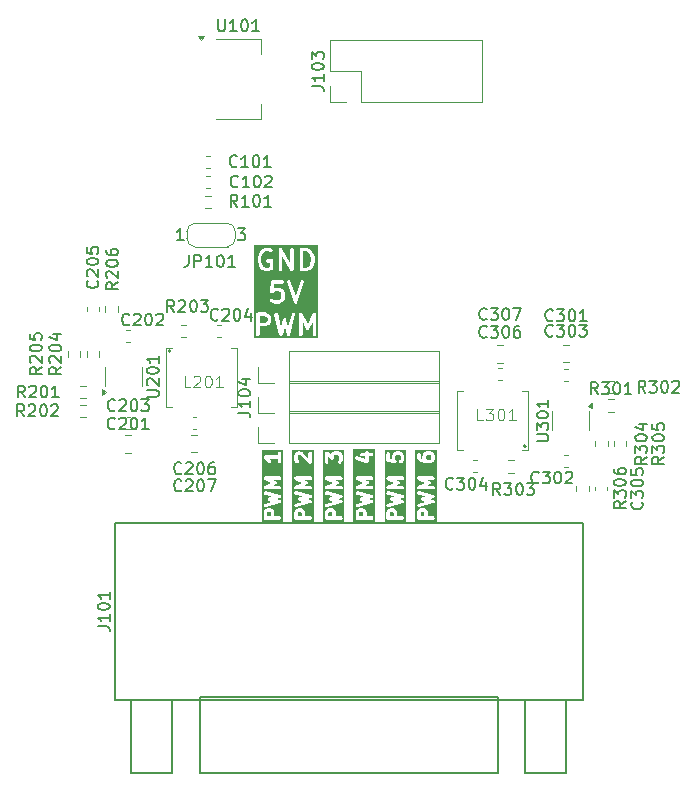
<source format=gbr>
%TF.GenerationSoftware,KiCad,Pcbnew,8.0.0*%
%TF.CreationDate,2024-10-25T11:24:30+02:00*%
%TF.ProjectId,Projet_Animatronic,50726f6a-6574-45f4-916e-696d6174726f,rev?*%
%TF.SameCoordinates,Original*%
%TF.FileFunction,Legend,Top*%
%TF.FilePolarity,Positive*%
%FSLAX46Y46*%
G04 Gerber Fmt 4.6, Leading zero omitted, Abs format (unit mm)*
G04 Created by KiCad (PCBNEW 8.0.0) date 2024-10-25 11:24:30*
%MOMM*%
%LPD*%
G01*
G04 APERTURE LIST*
%ADD10C,0.300000*%
%ADD11C,0.150000*%
%ADD12C,0.100000*%
%ADD13C,0.120000*%
%ADD14C,0.152400*%
%ADD15C,0.191421*%
G04 APERTURE END LIST*
D10*
G36*
X93362377Y-129205649D02*
G01*
X93386576Y-129228614D01*
X93418304Y-129289260D01*
X93419943Y-129565972D01*
X93088667Y-129566748D01*
X93087065Y-129296234D01*
X93116621Y-129234306D01*
X93139586Y-129210107D01*
X93200764Y-129178102D01*
X93301623Y-129176653D01*
X93362377Y-129205649D01*
G37*
G36*
X94439542Y-130014285D02*
G01*
X92639542Y-130014285D01*
X92639542Y-129257142D01*
X92789542Y-129257142D01*
X92792424Y-129743549D01*
X92814822Y-129797621D01*
X92856206Y-129839005D01*
X92910278Y-129861403D01*
X92939542Y-129864285D01*
X94168806Y-129861403D01*
X94222878Y-129839005D01*
X94264262Y-129797621D01*
X94286660Y-129743549D01*
X94286660Y-129685021D01*
X94264262Y-129630949D01*
X94222878Y-129589565D01*
X94168806Y-129567167D01*
X94139542Y-129564285D01*
X93717231Y-129565275D01*
X93715541Y-129280087D01*
X93716936Y-129275903D01*
X93715387Y-129254107D01*
X93715232Y-129227878D01*
X93713170Y-129222900D01*
X93712788Y-129217523D01*
X93702278Y-129190060D01*
X93642177Y-129075179D01*
X93635692Y-129059521D01*
X93630986Y-129053787D01*
X93629470Y-129050889D01*
X93626477Y-129048293D01*
X93617037Y-129036791D01*
X93555452Y-128978349D01*
X93545796Y-128967215D01*
X93539628Y-128963332D01*
X93537163Y-128960993D01*
X93533503Y-128959477D01*
X93520910Y-128951550D01*
X93424620Y-128905593D01*
X93422878Y-128903851D01*
X93408429Y-128897866D01*
X93379161Y-128883897D01*
X93373783Y-128883514D01*
X93368806Y-128881453D01*
X93339542Y-128878571D01*
X93189793Y-128880721D01*
X93186876Y-128879749D01*
X93168983Y-128881020D01*
X93138850Y-128881453D01*
X93133871Y-128883515D01*
X93128496Y-128883897D01*
X93101032Y-128894407D01*
X92986151Y-128954506D01*
X92970492Y-128960993D01*
X92964758Y-128965698D01*
X92961860Y-128967215D01*
X92959264Y-128970207D01*
X92947762Y-128979648D01*
X92889319Y-129041233D01*
X92878186Y-129050889D01*
X92874303Y-129057056D01*
X92871964Y-129059522D01*
X92870448Y-129063180D01*
X92862521Y-129075774D01*
X92816565Y-129172062D01*
X92814822Y-129173806D01*
X92808831Y-129188267D01*
X92794869Y-129217523D01*
X92794487Y-129222897D01*
X92792424Y-129227878D01*
X92789542Y-129257142D01*
X92639542Y-129257142D01*
X92639542Y-128634178D01*
X92789647Y-128634178D01*
X92803203Y-128691115D01*
X92837516Y-128738528D01*
X92887360Y-128769202D01*
X92945149Y-128778466D01*
X92974285Y-128774492D01*
X94167142Y-128487600D01*
X94187928Y-128484838D01*
X94194537Y-128481011D01*
X94202086Y-128479196D01*
X94219733Y-128466424D01*
X94238578Y-128455515D01*
X94243259Y-128449399D01*
X94249500Y-128444883D01*
X94260915Y-128426332D01*
X94274152Y-128409040D01*
X94276136Y-128401598D01*
X94280173Y-128395039D01*
X94283621Y-128373531D01*
X94289233Y-128352488D01*
X94288218Y-128344855D01*
X94289438Y-128337250D01*
X94284391Y-128316054D01*
X94281523Y-128294471D01*
X94277665Y-128287808D01*
X94275881Y-128280313D01*
X94263109Y-128262665D01*
X94252200Y-128243821D01*
X94246084Y-128239139D01*
X94241568Y-128232899D01*
X94223017Y-128221483D01*
X94205725Y-128208247D01*
X94194929Y-128204198D01*
X94191724Y-128202226D01*
X94188134Y-128201650D01*
X94178192Y-128197922D01*
X93859140Y-128113915D01*
X94171305Y-128029618D01*
X94191724Y-128026345D01*
X94198210Y-128022353D01*
X94205725Y-128020324D01*
X94223017Y-128007087D01*
X94241568Y-127995672D01*
X94246084Y-127989431D01*
X94252200Y-127984750D01*
X94263111Y-127965902D01*
X94275881Y-127948258D01*
X94277665Y-127940765D01*
X94281524Y-127934100D01*
X94284392Y-127912510D01*
X94289438Y-127891321D01*
X94288218Y-127883716D01*
X94289233Y-127876083D01*
X94283620Y-127855035D01*
X94280173Y-127833532D01*
X94276138Y-127826975D01*
X94274153Y-127819531D01*
X94260911Y-127802232D01*
X94249500Y-127783688D01*
X94243261Y-127779173D01*
X94238579Y-127773056D01*
X94219729Y-127762143D01*
X94202086Y-127749375D01*
X94191184Y-127745617D01*
X94187929Y-127743733D01*
X94184328Y-127743254D01*
X94174285Y-127739793D01*
X92945149Y-127450105D01*
X92887360Y-127459369D01*
X92837516Y-127490043D01*
X92803203Y-127537456D01*
X92789647Y-127594393D01*
X92798911Y-127652182D01*
X92829585Y-127702026D01*
X92876998Y-127736339D01*
X92904799Y-127745921D01*
X93533302Y-127894049D01*
X93252717Y-127969818D01*
X93234014Y-127972304D01*
X93225709Y-127977111D01*
X93216217Y-127979675D01*
X93200495Y-127991709D01*
X93183364Y-128001627D01*
X93177457Y-128009342D01*
X93169742Y-128015249D01*
X93159823Y-128032381D01*
X93147790Y-128048102D01*
X93145286Y-128057491D01*
X93140419Y-128065898D01*
X93137811Y-128085520D01*
X93132709Y-128104654D01*
X93133988Y-128114284D01*
X93132709Y-128123916D01*
X93137811Y-128143049D01*
X93140419Y-128162671D01*
X93145285Y-128171077D01*
X93147790Y-128180468D01*
X93159824Y-128196189D01*
X93169742Y-128213321D01*
X93177457Y-128219227D01*
X93183364Y-128226943D01*
X93200496Y-128236861D01*
X93216217Y-128248895D01*
X93230593Y-128254286D01*
X93234013Y-128256266D01*
X93236893Y-128256648D01*
X93243750Y-128259220D01*
X93531170Y-128334898D01*
X92876998Y-128492232D01*
X92829585Y-128526545D01*
X92798911Y-128576389D01*
X92789647Y-128634178D01*
X92639542Y-128634178D01*
X92639542Y-127120081D01*
X92791281Y-127120081D01*
X92792424Y-127146085D01*
X92792424Y-127172120D01*
X92793704Y-127175210D01*
X92793851Y-127178552D01*
X92804863Y-127202151D01*
X92814822Y-127226192D01*
X92817185Y-127228555D01*
X92818601Y-127231589D01*
X92837808Y-127249178D01*
X92856206Y-127267576D01*
X92859296Y-127268856D01*
X92861764Y-127271116D01*
X92886229Y-127280012D01*
X92910278Y-127289974D01*
X92914866Y-127290425D01*
X92916767Y-127291117D01*
X92920305Y-127290961D01*
X92939542Y-127292856D01*
X94168806Y-127289974D01*
X94222878Y-127267576D01*
X94264262Y-127226192D01*
X94286660Y-127172120D01*
X94286660Y-127113592D01*
X94264262Y-127059520D01*
X94222878Y-127018136D01*
X94168806Y-126995738D01*
X94139542Y-126992856D01*
X93608331Y-126994101D01*
X93854129Y-126878510D01*
X93874463Y-126871116D01*
X93879329Y-126866659D01*
X93885418Y-126863796D01*
X93900808Y-126846990D01*
X93917626Y-126831589D01*
X93920446Y-126825545D01*
X93924945Y-126820633D01*
X93932733Y-126799215D01*
X93942376Y-126778552D01*
X93942668Y-126771893D01*
X93944946Y-126765631D01*
X93943944Y-126742856D01*
X93944946Y-126720081D01*
X93942668Y-126713818D01*
X93942376Y-126707160D01*
X93932733Y-126686496D01*
X93924945Y-126665079D01*
X93920446Y-126660166D01*
X93917626Y-126654123D01*
X93900808Y-126638721D01*
X93885418Y-126621916D01*
X93877031Y-126616947D01*
X93874463Y-126614596D01*
X93870831Y-126613275D01*
X93860118Y-126606929D01*
X93610382Y-126491283D01*
X94168806Y-126489974D01*
X94222878Y-126467576D01*
X94264262Y-126426192D01*
X94286660Y-126372120D01*
X94286660Y-126313592D01*
X94264262Y-126259520D01*
X94222878Y-126218136D01*
X94168806Y-126195738D01*
X94139542Y-126192856D01*
X92941126Y-126195665D01*
X92916767Y-126194595D01*
X92913645Y-126195730D01*
X92910278Y-126195738D01*
X92886229Y-126205699D01*
X92861764Y-126214596D01*
X92859296Y-126216855D01*
X92856206Y-126218136D01*
X92837808Y-126236533D01*
X92818601Y-126254123D01*
X92817185Y-126257156D01*
X92814822Y-126259520D01*
X92804863Y-126283560D01*
X92793851Y-126307160D01*
X92793704Y-126310501D01*
X92792424Y-126313592D01*
X92792424Y-126339626D01*
X92791281Y-126365631D01*
X92792424Y-126368774D01*
X92792424Y-126372120D01*
X92802385Y-126396168D01*
X92811282Y-126420634D01*
X92813541Y-126423101D01*
X92814822Y-126426192D01*
X92833219Y-126444589D01*
X92850809Y-126463797D01*
X92854777Y-126466147D01*
X92856206Y-126467576D01*
X92859474Y-126468929D01*
X92876109Y-126478783D01*
X93445282Y-126742351D01*
X92878347Y-127008964D01*
X92856206Y-127018136D01*
X92853863Y-127020478D01*
X92850809Y-127021915D01*
X92833219Y-127041122D01*
X92814822Y-127059520D01*
X92813541Y-127062610D01*
X92811282Y-127065078D01*
X92802385Y-127089543D01*
X92792424Y-127113592D01*
X92792424Y-127116937D01*
X92791281Y-127120081D01*
X92639542Y-127120081D01*
X92639542Y-124571585D01*
X92789542Y-124571585D01*
X92792424Y-124585994D01*
X92792424Y-124600691D01*
X92798107Y-124614411D01*
X92801020Y-124628974D01*
X92809198Y-124641186D01*
X92814822Y-124654763D01*
X92825320Y-124665261D01*
X92833586Y-124677604D01*
X92856099Y-124696040D01*
X92856206Y-124696147D01*
X92856253Y-124696166D01*
X92856337Y-124696235D01*
X93007687Y-124794478D01*
X93099934Y-124883981D01*
X93163901Y-125006252D01*
X93208116Y-125044599D01*
X93263639Y-125063106D01*
X93322019Y-125058958D01*
X93374368Y-125032783D01*
X93412715Y-124988568D01*
X93431222Y-124933046D01*
X93427074Y-124874666D01*
X93416564Y-124847202D01*
X93356461Y-124732316D01*
X93351550Y-124720461D01*
X93991518Y-124718960D01*
X93992424Y-124943548D01*
X94014822Y-124997620D01*
X94056206Y-125039004D01*
X94110278Y-125061402D01*
X94168806Y-125061402D01*
X94222878Y-125039004D01*
X94264262Y-124997620D01*
X94286660Y-124943548D01*
X94289542Y-124914284D01*
X94286660Y-124199306D01*
X94264262Y-124145234D01*
X94222878Y-124103850D01*
X94168806Y-124081452D01*
X94110278Y-124081452D01*
X94056206Y-124103850D01*
X94014822Y-124145234D01*
X93992424Y-124199306D01*
X93989542Y-124228570D01*
X93990320Y-124421776D01*
X92953441Y-124424207D01*
X92939384Y-124421427D01*
X92925148Y-124424274D01*
X92910278Y-124424309D01*
X92896557Y-124429992D01*
X92881995Y-124432905D01*
X92869782Y-124441083D01*
X92856206Y-124446707D01*
X92845707Y-124457205D01*
X92833365Y-124465471D01*
X92825211Y-124477701D01*
X92814822Y-124488091D01*
X92809138Y-124501812D01*
X92800900Y-124514170D01*
X92798048Y-124528584D01*
X92792424Y-124542163D01*
X92792424Y-124557016D01*
X92789542Y-124571585D01*
X92639542Y-124571585D01*
X92639542Y-123931452D01*
X94439542Y-123931452D01*
X94439542Y-130014285D01*
G37*
G36*
X101162377Y-129205649D02*
G01*
X101186576Y-129228614D01*
X101218304Y-129289260D01*
X101219943Y-129565972D01*
X100888667Y-129566748D01*
X100887065Y-129296234D01*
X100916621Y-129234306D01*
X100939586Y-129210107D01*
X101000764Y-129178102D01*
X101101623Y-129176653D01*
X101162377Y-129205649D01*
G37*
G36*
X102239438Y-130014285D02*
G01*
X100383578Y-130014285D01*
X100383578Y-129257142D01*
X100589542Y-129257142D01*
X100592424Y-129743549D01*
X100614822Y-129797621D01*
X100656206Y-129839005D01*
X100710278Y-129861403D01*
X100739542Y-129864285D01*
X101968806Y-129861403D01*
X102022878Y-129839005D01*
X102064262Y-129797621D01*
X102086660Y-129743549D01*
X102086660Y-129685021D01*
X102064262Y-129630949D01*
X102022878Y-129589565D01*
X101968806Y-129567167D01*
X101939542Y-129564285D01*
X101517231Y-129565275D01*
X101515541Y-129280087D01*
X101516936Y-129275903D01*
X101515387Y-129254107D01*
X101515232Y-129227878D01*
X101513170Y-129222900D01*
X101512788Y-129217523D01*
X101502278Y-129190060D01*
X101442177Y-129075179D01*
X101435692Y-129059521D01*
X101430986Y-129053787D01*
X101429470Y-129050889D01*
X101426477Y-129048293D01*
X101417037Y-129036791D01*
X101355452Y-128978349D01*
X101345796Y-128967215D01*
X101339628Y-128963332D01*
X101337163Y-128960993D01*
X101333503Y-128959477D01*
X101320910Y-128951550D01*
X101224620Y-128905593D01*
X101222878Y-128903851D01*
X101208429Y-128897866D01*
X101179161Y-128883897D01*
X101173783Y-128883514D01*
X101168806Y-128881453D01*
X101139542Y-128878571D01*
X100989793Y-128880721D01*
X100986876Y-128879749D01*
X100968983Y-128881020D01*
X100938850Y-128881453D01*
X100933871Y-128883515D01*
X100928496Y-128883897D01*
X100901032Y-128894407D01*
X100786151Y-128954506D01*
X100770492Y-128960993D01*
X100764758Y-128965698D01*
X100761860Y-128967215D01*
X100759264Y-128970207D01*
X100747762Y-128979648D01*
X100689319Y-129041233D01*
X100678186Y-129050889D01*
X100674303Y-129057056D01*
X100671964Y-129059522D01*
X100670448Y-129063180D01*
X100662521Y-129075774D01*
X100616565Y-129172062D01*
X100614822Y-129173806D01*
X100608831Y-129188267D01*
X100594869Y-129217523D01*
X100594487Y-129222897D01*
X100592424Y-129227878D01*
X100589542Y-129257142D01*
X100383578Y-129257142D01*
X100383578Y-128634178D01*
X100589647Y-128634178D01*
X100603203Y-128691115D01*
X100637516Y-128738528D01*
X100687360Y-128769202D01*
X100745149Y-128778466D01*
X100774285Y-128774492D01*
X101967142Y-128487600D01*
X101987928Y-128484838D01*
X101994537Y-128481011D01*
X102002086Y-128479196D01*
X102019733Y-128466424D01*
X102038578Y-128455515D01*
X102043259Y-128449399D01*
X102049500Y-128444883D01*
X102060915Y-128426332D01*
X102074152Y-128409040D01*
X102076136Y-128401598D01*
X102080173Y-128395039D01*
X102083621Y-128373531D01*
X102089233Y-128352488D01*
X102088218Y-128344855D01*
X102089438Y-128337250D01*
X102084391Y-128316054D01*
X102081523Y-128294471D01*
X102077665Y-128287808D01*
X102075881Y-128280313D01*
X102063109Y-128262665D01*
X102052200Y-128243821D01*
X102046084Y-128239139D01*
X102041568Y-128232899D01*
X102023017Y-128221483D01*
X102005725Y-128208247D01*
X101994929Y-128204198D01*
X101991724Y-128202226D01*
X101988134Y-128201650D01*
X101978192Y-128197922D01*
X101659140Y-128113915D01*
X101971305Y-128029618D01*
X101991724Y-128026345D01*
X101998210Y-128022353D01*
X102005725Y-128020324D01*
X102023017Y-128007087D01*
X102041568Y-127995672D01*
X102046084Y-127989431D01*
X102052200Y-127984750D01*
X102063111Y-127965902D01*
X102075881Y-127948258D01*
X102077665Y-127940765D01*
X102081524Y-127934100D01*
X102084392Y-127912510D01*
X102089438Y-127891321D01*
X102088218Y-127883716D01*
X102089233Y-127876083D01*
X102083620Y-127855035D01*
X102080173Y-127833532D01*
X102076138Y-127826975D01*
X102074153Y-127819531D01*
X102060911Y-127802232D01*
X102049500Y-127783688D01*
X102043261Y-127779173D01*
X102038579Y-127773056D01*
X102019729Y-127762143D01*
X102002086Y-127749375D01*
X101991184Y-127745617D01*
X101987929Y-127743733D01*
X101984328Y-127743254D01*
X101974285Y-127739793D01*
X100745149Y-127450105D01*
X100687360Y-127459369D01*
X100637516Y-127490043D01*
X100603203Y-127537456D01*
X100589647Y-127594393D01*
X100598911Y-127652182D01*
X100629585Y-127702026D01*
X100676998Y-127736339D01*
X100704799Y-127745921D01*
X101333302Y-127894049D01*
X101052717Y-127969818D01*
X101034014Y-127972304D01*
X101025709Y-127977111D01*
X101016217Y-127979675D01*
X101000495Y-127991709D01*
X100983364Y-128001627D01*
X100977457Y-128009342D01*
X100969742Y-128015249D01*
X100959823Y-128032381D01*
X100947790Y-128048102D01*
X100945286Y-128057491D01*
X100940419Y-128065898D01*
X100937811Y-128085520D01*
X100932709Y-128104654D01*
X100933988Y-128114284D01*
X100932709Y-128123916D01*
X100937811Y-128143049D01*
X100940419Y-128162671D01*
X100945285Y-128171077D01*
X100947790Y-128180468D01*
X100959824Y-128196189D01*
X100969742Y-128213321D01*
X100977457Y-128219227D01*
X100983364Y-128226943D01*
X101000496Y-128236861D01*
X101016217Y-128248895D01*
X101030593Y-128254286D01*
X101034013Y-128256266D01*
X101036893Y-128256648D01*
X101043750Y-128259220D01*
X101331170Y-128334898D01*
X100676998Y-128492232D01*
X100629585Y-128526545D01*
X100598911Y-128576389D01*
X100589647Y-128634178D01*
X100383578Y-128634178D01*
X100383578Y-127120081D01*
X100591281Y-127120081D01*
X100592424Y-127146085D01*
X100592424Y-127172120D01*
X100593704Y-127175210D01*
X100593851Y-127178552D01*
X100604863Y-127202151D01*
X100614822Y-127226192D01*
X100617185Y-127228555D01*
X100618601Y-127231589D01*
X100637808Y-127249178D01*
X100656206Y-127267576D01*
X100659296Y-127268856D01*
X100661764Y-127271116D01*
X100686229Y-127280012D01*
X100710278Y-127289974D01*
X100714866Y-127290425D01*
X100716767Y-127291117D01*
X100720305Y-127290961D01*
X100739542Y-127292856D01*
X101968806Y-127289974D01*
X102022878Y-127267576D01*
X102064262Y-127226192D01*
X102086660Y-127172120D01*
X102086660Y-127113592D01*
X102064262Y-127059520D01*
X102022878Y-127018136D01*
X101968806Y-126995738D01*
X101939542Y-126992856D01*
X101408331Y-126994101D01*
X101654129Y-126878510D01*
X101674463Y-126871116D01*
X101679329Y-126866659D01*
X101685418Y-126863796D01*
X101700808Y-126846990D01*
X101717626Y-126831589D01*
X101720446Y-126825545D01*
X101724945Y-126820633D01*
X101732733Y-126799215D01*
X101742376Y-126778552D01*
X101742668Y-126771893D01*
X101744946Y-126765631D01*
X101743944Y-126742856D01*
X101744946Y-126720081D01*
X101742668Y-126713818D01*
X101742376Y-126707160D01*
X101732733Y-126686496D01*
X101724945Y-126665079D01*
X101720446Y-126660166D01*
X101717626Y-126654123D01*
X101700808Y-126638721D01*
X101685418Y-126621916D01*
X101677031Y-126616947D01*
X101674463Y-126614596D01*
X101670831Y-126613275D01*
X101660118Y-126606929D01*
X101410382Y-126491283D01*
X101968806Y-126489974D01*
X102022878Y-126467576D01*
X102064262Y-126426192D01*
X102086660Y-126372120D01*
X102086660Y-126313592D01*
X102064262Y-126259520D01*
X102022878Y-126218136D01*
X101968806Y-126195738D01*
X101939542Y-126192856D01*
X100741126Y-126195665D01*
X100716767Y-126194595D01*
X100713645Y-126195730D01*
X100710278Y-126195738D01*
X100686229Y-126205699D01*
X100661764Y-126214596D01*
X100659296Y-126216855D01*
X100656206Y-126218136D01*
X100637808Y-126236533D01*
X100618601Y-126254123D01*
X100617185Y-126257156D01*
X100614822Y-126259520D01*
X100604863Y-126283560D01*
X100593851Y-126307160D01*
X100593704Y-126310501D01*
X100592424Y-126313592D01*
X100592424Y-126339626D01*
X100591281Y-126365631D01*
X100592424Y-126368774D01*
X100592424Y-126372120D01*
X100602385Y-126396168D01*
X100611282Y-126420634D01*
X100613541Y-126423101D01*
X100614822Y-126426192D01*
X100633219Y-126444589D01*
X100650809Y-126463797D01*
X100654777Y-126466147D01*
X100656206Y-126467576D01*
X100659474Y-126468929D01*
X100676109Y-126478783D01*
X101245282Y-126742351D01*
X100678347Y-127008964D01*
X100656206Y-127018136D01*
X100653863Y-127020478D01*
X100650809Y-127021915D01*
X100633219Y-127041122D01*
X100614822Y-127059520D01*
X100613541Y-127062610D01*
X100611282Y-127065078D01*
X100602385Y-127089543D01*
X100592424Y-127113592D01*
X100592424Y-127116937D01*
X100591281Y-127120081D01*
X100383578Y-127120081D01*
X100383578Y-124609809D01*
X100533578Y-124609809D01*
X100537727Y-124668190D01*
X100563901Y-124720537D01*
X100608115Y-124758884D01*
X100634966Y-124770872D01*
X101489393Y-125052751D01*
X101510278Y-125061402D01*
X101515616Y-125061402D01*
X101520781Y-125063106D01*
X101544758Y-125061402D01*
X101568806Y-125061402D01*
X101573786Y-125059339D01*
X101579162Y-125058957D01*
X101600666Y-125048204D01*
X101622878Y-125039004D01*
X101626688Y-125035193D01*
X101631509Y-125032783D01*
X101647260Y-125014621D01*
X101664262Y-124997620D01*
X101666324Y-124992640D01*
X101669856Y-124988569D01*
X101677458Y-124965762D01*
X101686660Y-124943548D01*
X101687413Y-124935896D01*
X101688364Y-124933045D01*
X101688083Y-124929095D01*
X101689542Y-124914284D01*
X101687961Y-124490950D01*
X101968806Y-124489974D01*
X102022878Y-124467576D01*
X102064262Y-124426192D01*
X102086660Y-124372120D01*
X102086660Y-124313592D01*
X102064262Y-124259520D01*
X102022878Y-124218136D01*
X101968806Y-124195738D01*
X101939542Y-124192856D01*
X101686852Y-124193734D01*
X101686660Y-124142163D01*
X101664262Y-124088091D01*
X101622878Y-124046707D01*
X101568806Y-124024309D01*
X101510278Y-124024309D01*
X101456206Y-124046707D01*
X101414822Y-124088091D01*
X101392424Y-124142163D01*
X101389542Y-124171427D01*
X101389629Y-124194767D01*
X101110278Y-124195738D01*
X101056206Y-124218136D01*
X101014822Y-124259520D01*
X100992424Y-124313592D01*
X100992424Y-124372120D01*
X101014822Y-124426192D01*
X101056206Y-124467576D01*
X101110278Y-124489974D01*
X101139542Y-124492856D01*
X101390738Y-124491982D01*
X101391542Y-124707507D01*
X100701161Y-124479748D01*
X100642780Y-124483897D01*
X100590433Y-124510071D01*
X100552086Y-124554285D01*
X100533578Y-124609809D01*
X100383578Y-124609809D01*
X100383578Y-123874309D01*
X102239438Y-123874309D01*
X102239438Y-130014285D01*
G37*
G36*
X98562377Y-129205649D02*
G01*
X98586576Y-129228614D01*
X98618304Y-129289260D01*
X98619943Y-129565972D01*
X98288667Y-129566748D01*
X98287065Y-129296234D01*
X98316621Y-129234306D01*
X98339586Y-129210107D01*
X98400764Y-129178102D01*
X98501623Y-129176653D01*
X98562377Y-129205649D01*
G37*
G36*
X99639542Y-130014285D02*
G01*
X97839542Y-130014285D01*
X97839542Y-129257142D01*
X97989542Y-129257142D01*
X97992424Y-129743549D01*
X98014822Y-129797621D01*
X98056206Y-129839005D01*
X98110278Y-129861403D01*
X98139542Y-129864285D01*
X99368806Y-129861403D01*
X99422878Y-129839005D01*
X99464262Y-129797621D01*
X99486660Y-129743549D01*
X99486660Y-129685021D01*
X99464262Y-129630949D01*
X99422878Y-129589565D01*
X99368806Y-129567167D01*
X99339542Y-129564285D01*
X98917231Y-129565275D01*
X98915541Y-129280087D01*
X98916936Y-129275903D01*
X98915387Y-129254107D01*
X98915232Y-129227878D01*
X98913170Y-129222900D01*
X98912788Y-129217523D01*
X98902278Y-129190060D01*
X98842177Y-129075179D01*
X98835692Y-129059521D01*
X98830986Y-129053787D01*
X98829470Y-129050889D01*
X98826477Y-129048293D01*
X98817037Y-129036791D01*
X98755452Y-128978349D01*
X98745796Y-128967215D01*
X98739628Y-128963332D01*
X98737163Y-128960993D01*
X98733503Y-128959477D01*
X98720910Y-128951550D01*
X98624620Y-128905593D01*
X98622878Y-128903851D01*
X98608429Y-128897866D01*
X98579161Y-128883897D01*
X98573783Y-128883514D01*
X98568806Y-128881453D01*
X98539542Y-128878571D01*
X98389793Y-128880721D01*
X98386876Y-128879749D01*
X98368983Y-128881020D01*
X98338850Y-128881453D01*
X98333871Y-128883515D01*
X98328496Y-128883897D01*
X98301032Y-128894407D01*
X98186151Y-128954506D01*
X98170492Y-128960993D01*
X98164758Y-128965698D01*
X98161860Y-128967215D01*
X98159264Y-128970207D01*
X98147762Y-128979648D01*
X98089319Y-129041233D01*
X98078186Y-129050889D01*
X98074303Y-129057056D01*
X98071964Y-129059522D01*
X98070448Y-129063180D01*
X98062521Y-129075774D01*
X98016565Y-129172062D01*
X98014822Y-129173806D01*
X98008831Y-129188267D01*
X97994869Y-129217523D01*
X97994487Y-129222897D01*
X97992424Y-129227878D01*
X97989542Y-129257142D01*
X97839542Y-129257142D01*
X97839542Y-128634178D01*
X97989647Y-128634178D01*
X98003203Y-128691115D01*
X98037516Y-128738528D01*
X98087360Y-128769202D01*
X98145149Y-128778466D01*
X98174285Y-128774492D01*
X99367142Y-128487600D01*
X99387928Y-128484838D01*
X99394537Y-128481011D01*
X99402086Y-128479196D01*
X99419733Y-128466424D01*
X99438578Y-128455515D01*
X99443259Y-128449399D01*
X99449500Y-128444883D01*
X99460915Y-128426332D01*
X99474152Y-128409040D01*
X99476136Y-128401598D01*
X99480173Y-128395039D01*
X99483621Y-128373531D01*
X99489233Y-128352488D01*
X99488218Y-128344855D01*
X99489438Y-128337250D01*
X99484391Y-128316054D01*
X99481523Y-128294471D01*
X99477665Y-128287808D01*
X99475881Y-128280313D01*
X99463109Y-128262665D01*
X99452200Y-128243821D01*
X99446084Y-128239139D01*
X99441568Y-128232899D01*
X99423017Y-128221483D01*
X99405725Y-128208247D01*
X99394929Y-128204198D01*
X99391724Y-128202226D01*
X99388134Y-128201650D01*
X99378192Y-128197922D01*
X99059140Y-128113915D01*
X99371305Y-128029618D01*
X99391724Y-128026345D01*
X99398210Y-128022353D01*
X99405725Y-128020324D01*
X99423017Y-128007087D01*
X99441568Y-127995672D01*
X99446084Y-127989431D01*
X99452200Y-127984750D01*
X99463111Y-127965902D01*
X99475881Y-127948258D01*
X99477665Y-127940765D01*
X99481524Y-127934100D01*
X99484392Y-127912510D01*
X99489438Y-127891321D01*
X99488218Y-127883716D01*
X99489233Y-127876083D01*
X99483620Y-127855035D01*
X99480173Y-127833532D01*
X99476138Y-127826975D01*
X99474153Y-127819531D01*
X99460911Y-127802232D01*
X99449500Y-127783688D01*
X99443261Y-127779173D01*
X99438579Y-127773056D01*
X99419729Y-127762143D01*
X99402086Y-127749375D01*
X99391184Y-127745617D01*
X99387929Y-127743733D01*
X99384328Y-127743254D01*
X99374285Y-127739793D01*
X98145149Y-127450105D01*
X98087360Y-127459369D01*
X98037516Y-127490043D01*
X98003203Y-127537456D01*
X97989647Y-127594393D01*
X97998911Y-127652182D01*
X98029585Y-127702026D01*
X98076998Y-127736339D01*
X98104799Y-127745921D01*
X98733302Y-127894049D01*
X98452717Y-127969818D01*
X98434014Y-127972304D01*
X98425709Y-127977111D01*
X98416217Y-127979675D01*
X98400495Y-127991709D01*
X98383364Y-128001627D01*
X98377457Y-128009342D01*
X98369742Y-128015249D01*
X98359823Y-128032381D01*
X98347790Y-128048102D01*
X98345286Y-128057491D01*
X98340419Y-128065898D01*
X98337811Y-128085520D01*
X98332709Y-128104654D01*
X98333988Y-128114284D01*
X98332709Y-128123916D01*
X98337811Y-128143049D01*
X98340419Y-128162671D01*
X98345285Y-128171077D01*
X98347790Y-128180468D01*
X98359824Y-128196189D01*
X98369742Y-128213321D01*
X98377457Y-128219227D01*
X98383364Y-128226943D01*
X98400496Y-128236861D01*
X98416217Y-128248895D01*
X98430593Y-128254286D01*
X98434013Y-128256266D01*
X98436893Y-128256648D01*
X98443750Y-128259220D01*
X98731170Y-128334898D01*
X98076998Y-128492232D01*
X98029585Y-128526545D01*
X97998911Y-128576389D01*
X97989647Y-128634178D01*
X97839542Y-128634178D01*
X97839542Y-127120081D01*
X97991281Y-127120081D01*
X97992424Y-127146085D01*
X97992424Y-127172120D01*
X97993704Y-127175210D01*
X97993851Y-127178552D01*
X98004863Y-127202151D01*
X98014822Y-127226192D01*
X98017185Y-127228555D01*
X98018601Y-127231589D01*
X98037808Y-127249178D01*
X98056206Y-127267576D01*
X98059296Y-127268856D01*
X98061764Y-127271116D01*
X98086229Y-127280012D01*
X98110278Y-127289974D01*
X98114866Y-127290425D01*
X98116767Y-127291117D01*
X98120305Y-127290961D01*
X98139542Y-127292856D01*
X99368806Y-127289974D01*
X99422878Y-127267576D01*
X99464262Y-127226192D01*
X99486660Y-127172120D01*
X99486660Y-127113592D01*
X99464262Y-127059520D01*
X99422878Y-127018136D01*
X99368806Y-126995738D01*
X99339542Y-126992856D01*
X98808331Y-126994101D01*
X99054129Y-126878510D01*
X99074463Y-126871116D01*
X99079329Y-126866659D01*
X99085418Y-126863796D01*
X99100808Y-126846990D01*
X99117626Y-126831589D01*
X99120446Y-126825545D01*
X99124945Y-126820633D01*
X99132733Y-126799215D01*
X99142376Y-126778552D01*
X99142668Y-126771893D01*
X99144946Y-126765631D01*
X99143944Y-126742856D01*
X99144946Y-126720081D01*
X99142668Y-126713818D01*
X99142376Y-126707160D01*
X99132733Y-126686496D01*
X99124945Y-126665079D01*
X99120446Y-126660166D01*
X99117626Y-126654123D01*
X99100808Y-126638721D01*
X99085418Y-126621916D01*
X99077031Y-126616947D01*
X99074463Y-126614596D01*
X99070831Y-126613275D01*
X99060118Y-126606929D01*
X98810382Y-126491283D01*
X99368806Y-126489974D01*
X99422878Y-126467576D01*
X99464262Y-126426192D01*
X99486660Y-126372120D01*
X99486660Y-126313592D01*
X99464262Y-126259520D01*
X99422878Y-126218136D01*
X99368806Y-126195738D01*
X99339542Y-126192856D01*
X98141126Y-126195665D01*
X98116767Y-126194595D01*
X98113645Y-126195730D01*
X98110278Y-126195738D01*
X98086229Y-126205699D01*
X98061764Y-126214596D01*
X98059296Y-126216855D01*
X98056206Y-126218136D01*
X98037808Y-126236533D01*
X98018601Y-126254123D01*
X98017185Y-126257156D01*
X98014822Y-126259520D01*
X98004863Y-126283560D01*
X97993851Y-126307160D01*
X97993704Y-126310501D01*
X97992424Y-126313592D01*
X97992424Y-126339626D01*
X97991281Y-126365631D01*
X97992424Y-126368774D01*
X97992424Y-126372120D01*
X98002385Y-126396168D01*
X98011282Y-126420634D01*
X98013541Y-126423101D01*
X98014822Y-126426192D01*
X98033219Y-126444589D01*
X98050809Y-126463797D01*
X98054777Y-126466147D01*
X98056206Y-126467576D01*
X98059474Y-126468929D01*
X98076109Y-126478783D01*
X98645282Y-126742351D01*
X98078347Y-127008964D01*
X98056206Y-127018136D01*
X98053863Y-127020478D01*
X98050809Y-127021915D01*
X98033219Y-127041122D01*
X98014822Y-127059520D01*
X98013541Y-127062610D01*
X98011282Y-127065078D01*
X98002385Y-127089543D01*
X97992424Y-127113592D01*
X97992424Y-127116937D01*
X97991281Y-127120081D01*
X97839542Y-127120081D01*
X97839542Y-124228570D01*
X97989542Y-124228570D01*
X97992424Y-125000691D01*
X98014822Y-125054763D01*
X98056206Y-125096147D01*
X98110278Y-125118545D01*
X98168806Y-125118545D01*
X98222878Y-125096147D01*
X98264262Y-125054763D01*
X98286660Y-125000691D01*
X98289542Y-124971427D01*
X98287990Y-124555809D01*
X98497658Y-124737599D01*
X98513349Y-124753290D01*
X98517956Y-124755198D01*
X98521831Y-124758558D01*
X98544912Y-124766364D01*
X98567421Y-124775688D01*
X98572480Y-124775688D01*
X98577273Y-124777309D01*
X98601582Y-124775688D01*
X98625949Y-124775688D01*
X98630624Y-124773751D01*
X98635669Y-124773415D01*
X98657504Y-124762616D01*
X98680021Y-124753290D01*
X98683597Y-124749713D01*
X98688132Y-124747471D01*
X98704175Y-124729135D01*
X98721405Y-124711906D01*
X98723341Y-124707231D01*
X98726673Y-124703424D01*
X98734479Y-124680342D01*
X98743803Y-124657834D01*
X98744505Y-124650696D01*
X98745424Y-124647982D01*
X98745161Y-124644042D01*
X98746685Y-124628570D01*
X98744767Y-124495060D01*
X98773764Y-124434305D01*
X98796729Y-124410106D01*
X98857576Y-124378274D01*
X99072332Y-124376309D01*
X99133806Y-124405648D01*
X99158006Y-124428613D01*
X99189791Y-124489372D01*
X99191896Y-124761162D01*
X99162462Y-124822835D01*
X99100536Y-124888092D01*
X99078139Y-124942164D01*
X99078139Y-125000690D01*
X99100536Y-125054762D01*
X99141922Y-125096148D01*
X99195994Y-125118545D01*
X99254520Y-125118545D01*
X99308592Y-125096148D01*
X99331323Y-125077493D01*
X99389769Y-125015904D01*
X99400900Y-125006251D01*
X99404780Y-125000086D01*
X99407121Y-124997620D01*
X99408637Y-124993959D01*
X99416565Y-124981365D01*
X99462519Y-124885076D01*
X99464262Y-124883334D01*
X99470247Y-124868884D01*
X99484216Y-124839616D01*
X99484597Y-124834240D01*
X99486660Y-124829262D01*
X99489542Y-124799998D01*
X99487062Y-124479808D01*
X99488364Y-124475903D01*
X99486868Y-124454861D01*
X99486660Y-124427877D01*
X99484597Y-124422898D01*
X99484216Y-124417523D01*
X99473706Y-124390059D01*
X99413609Y-124275184D01*
X99407121Y-124259520D01*
X99402413Y-124253784D01*
X99400899Y-124250889D01*
X99397909Y-124248296D01*
X99388466Y-124236790D01*
X99326881Y-124178348D01*
X99317225Y-124167214D01*
X99311057Y-124163331D01*
X99308592Y-124160992D01*
X99304932Y-124159476D01*
X99292339Y-124151549D01*
X99196049Y-124105592D01*
X99194307Y-124103850D01*
X99179858Y-124097865D01*
X99150590Y-124083896D01*
X99145212Y-124083513D01*
X99140235Y-124081452D01*
X99110971Y-124078570D01*
X98847711Y-124080978D01*
X98844019Y-124079748D01*
X98823590Y-124081199D01*
X98795993Y-124081452D01*
X98791014Y-124083514D01*
X98785639Y-124083896D01*
X98758175Y-124094406D01*
X98643294Y-124154505D01*
X98627635Y-124160992D01*
X98621901Y-124165697D01*
X98619003Y-124167214D01*
X98616407Y-124170206D01*
X98604905Y-124179647D01*
X98546462Y-124241232D01*
X98535329Y-124250888D01*
X98531446Y-124257055D01*
X98529107Y-124259521D01*
X98527591Y-124263179D01*
X98519664Y-124275773D01*
X98490130Y-124337653D01*
X98238568Y-124119540D01*
X98222878Y-124103850D01*
X98218270Y-124101941D01*
X98214396Y-124098582D01*
X98191314Y-124090775D01*
X98168806Y-124081452D01*
X98163747Y-124081452D01*
X98158954Y-124079831D01*
X98134645Y-124081452D01*
X98110278Y-124081452D01*
X98105602Y-124083388D01*
X98100558Y-124083725D01*
X98078722Y-124094523D01*
X98056206Y-124103850D01*
X98052629Y-124107426D01*
X98048095Y-124109669D01*
X98032051Y-124128004D01*
X98014822Y-124145234D01*
X98012885Y-124149908D01*
X98009554Y-124153716D01*
X98001747Y-124176797D01*
X97992424Y-124199306D01*
X97991721Y-124206443D01*
X97990803Y-124209158D01*
X97991065Y-124213097D01*
X97989542Y-124228570D01*
X97839542Y-124228570D01*
X97839542Y-123928570D01*
X99639542Y-123928570D01*
X99639542Y-130014285D01*
G37*
G36*
X95962377Y-129205649D02*
G01*
X95986576Y-129228614D01*
X96018304Y-129289260D01*
X96019943Y-129565972D01*
X95688667Y-129566748D01*
X95687065Y-129296234D01*
X95716621Y-129234306D01*
X95739586Y-129210107D01*
X95800764Y-129178102D01*
X95901623Y-129176653D01*
X95962377Y-129205649D01*
G37*
G36*
X97039542Y-130014285D02*
G01*
X95239542Y-130014285D01*
X95239542Y-129257142D01*
X95389542Y-129257142D01*
X95392424Y-129743549D01*
X95414822Y-129797621D01*
X95456206Y-129839005D01*
X95510278Y-129861403D01*
X95539542Y-129864285D01*
X96768806Y-129861403D01*
X96822878Y-129839005D01*
X96864262Y-129797621D01*
X96886660Y-129743549D01*
X96886660Y-129685021D01*
X96864262Y-129630949D01*
X96822878Y-129589565D01*
X96768806Y-129567167D01*
X96739542Y-129564285D01*
X96317231Y-129565275D01*
X96315541Y-129280087D01*
X96316936Y-129275903D01*
X96315387Y-129254107D01*
X96315232Y-129227878D01*
X96313170Y-129222900D01*
X96312788Y-129217523D01*
X96302278Y-129190060D01*
X96242177Y-129075179D01*
X96235692Y-129059521D01*
X96230986Y-129053787D01*
X96229470Y-129050889D01*
X96226477Y-129048293D01*
X96217037Y-129036791D01*
X96155452Y-128978349D01*
X96145796Y-128967215D01*
X96139628Y-128963332D01*
X96137163Y-128960993D01*
X96133503Y-128959477D01*
X96120910Y-128951550D01*
X96024620Y-128905593D01*
X96022878Y-128903851D01*
X96008429Y-128897866D01*
X95979161Y-128883897D01*
X95973783Y-128883514D01*
X95968806Y-128881453D01*
X95939542Y-128878571D01*
X95789793Y-128880721D01*
X95786876Y-128879749D01*
X95768983Y-128881020D01*
X95738850Y-128881453D01*
X95733871Y-128883515D01*
X95728496Y-128883897D01*
X95701032Y-128894407D01*
X95586151Y-128954506D01*
X95570492Y-128960993D01*
X95564758Y-128965698D01*
X95561860Y-128967215D01*
X95559264Y-128970207D01*
X95547762Y-128979648D01*
X95489319Y-129041233D01*
X95478186Y-129050889D01*
X95474303Y-129057056D01*
X95471964Y-129059522D01*
X95470448Y-129063180D01*
X95462521Y-129075774D01*
X95416565Y-129172062D01*
X95414822Y-129173806D01*
X95408831Y-129188267D01*
X95394869Y-129217523D01*
X95394487Y-129222897D01*
X95392424Y-129227878D01*
X95389542Y-129257142D01*
X95239542Y-129257142D01*
X95239542Y-128634178D01*
X95389647Y-128634178D01*
X95403203Y-128691115D01*
X95437516Y-128738528D01*
X95487360Y-128769202D01*
X95545149Y-128778466D01*
X95574285Y-128774492D01*
X96767142Y-128487600D01*
X96787928Y-128484838D01*
X96794537Y-128481011D01*
X96802086Y-128479196D01*
X96819733Y-128466424D01*
X96838578Y-128455515D01*
X96843259Y-128449399D01*
X96849500Y-128444883D01*
X96860915Y-128426332D01*
X96874152Y-128409040D01*
X96876136Y-128401598D01*
X96880173Y-128395039D01*
X96883621Y-128373531D01*
X96889233Y-128352488D01*
X96888218Y-128344855D01*
X96889438Y-128337250D01*
X96884391Y-128316054D01*
X96881523Y-128294471D01*
X96877665Y-128287808D01*
X96875881Y-128280313D01*
X96863109Y-128262665D01*
X96852200Y-128243821D01*
X96846084Y-128239139D01*
X96841568Y-128232899D01*
X96823017Y-128221483D01*
X96805725Y-128208247D01*
X96794929Y-128204198D01*
X96791724Y-128202226D01*
X96788134Y-128201650D01*
X96778192Y-128197922D01*
X96459140Y-128113915D01*
X96771305Y-128029618D01*
X96791724Y-128026345D01*
X96798210Y-128022353D01*
X96805725Y-128020324D01*
X96823017Y-128007087D01*
X96841568Y-127995672D01*
X96846084Y-127989431D01*
X96852200Y-127984750D01*
X96863111Y-127965902D01*
X96875881Y-127948258D01*
X96877665Y-127940765D01*
X96881524Y-127934100D01*
X96884392Y-127912510D01*
X96889438Y-127891321D01*
X96888218Y-127883716D01*
X96889233Y-127876083D01*
X96883620Y-127855035D01*
X96880173Y-127833532D01*
X96876138Y-127826975D01*
X96874153Y-127819531D01*
X96860911Y-127802232D01*
X96849500Y-127783688D01*
X96843261Y-127779173D01*
X96838579Y-127773056D01*
X96819729Y-127762143D01*
X96802086Y-127749375D01*
X96791184Y-127745617D01*
X96787929Y-127743733D01*
X96784328Y-127743254D01*
X96774285Y-127739793D01*
X95545149Y-127450105D01*
X95487360Y-127459369D01*
X95437516Y-127490043D01*
X95403203Y-127537456D01*
X95389647Y-127594393D01*
X95398911Y-127652182D01*
X95429585Y-127702026D01*
X95476998Y-127736339D01*
X95504799Y-127745921D01*
X96133302Y-127894049D01*
X95852717Y-127969818D01*
X95834014Y-127972304D01*
X95825709Y-127977111D01*
X95816217Y-127979675D01*
X95800495Y-127991709D01*
X95783364Y-128001627D01*
X95777457Y-128009342D01*
X95769742Y-128015249D01*
X95759823Y-128032381D01*
X95747790Y-128048102D01*
X95745286Y-128057491D01*
X95740419Y-128065898D01*
X95737811Y-128085520D01*
X95732709Y-128104654D01*
X95733988Y-128114284D01*
X95732709Y-128123916D01*
X95737811Y-128143049D01*
X95740419Y-128162671D01*
X95745285Y-128171077D01*
X95747790Y-128180468D01*
X95759824Y-128196189D01*
X95769742Y-128213321D01*
X95777457Y-128219227D01*
X95783364Y-128226943D01*
X95800496Y-128236861D01*
X95816217Y-128248895D01*
X95830593Y-128254286D01*
X95834013Y-128256266D01*
X95836893Y-128256648D01*
X95843750Y-128259220D01*
X96131170Y-128334898D01*
X95476998Y-128492232D01*
X95429585Y-128526545D01*
X95398911Y-128576389D01*
X95389647Y-128634178D01*
X95239542Y-128634178D01*
X95239542Y-127120081D01*
X95391281Y-127120081D01*
X95392424Y-127146085D01*
X95392424Y-127172120D01*
X95393704Y-127175210D01*
X95393851Y-127178552D01*
X95404863Y-127202151D01*
X95414822Y-127226192D01*
X95417185Y-127228555D01*
X95418601Y-127231589D01*
X95437808Y-127249178D01*
X95456206Y-127267576D01*
X95459296Y-127268856D01*
X95461764Y-127271116D01*
X95486229Y-127280012D01*
X95510278Y-127289974D01*
X95514866Y-127290425D01*
X95516767Y-127291117D01*
X95520305Y-127290961D01*
X95539542Y-127292856D01*
X96768806Y-127289974D01*
X96822878Y-127267576D01*
X96864262Y-127226192D01*
X96886660Y-127172120D01*
X96886660Y-127113592D01*
X96864262Y-127059520D01*
X96822878Y-127018136D01*
X96768806Y-126995738D01*
X96739542Y-126992856D01*
X96208331Y-126994101D01*
X96454129Y-126878510D01*
X96474463Y-126871116D01*
X96479329Y-126866659D01*
X96485418Y-126863796D01*
X96500808Y-126846990D01*
X96517626Y-126831589D01*
X96520446Y-126825545D01*
X96524945Y-126820633D01*
X96532733Y-126799215D01*
X96542376Y-126778552D01*
X96542668Y-126771893D01*
X96544946Y-126765631D01*
X96543944Y-126742856D01*
X96544946Y-126720081D01*
X96542668Y-126713818D01*
X96542376Y-126707160D01*
X96532733Y-126686496D01*
X96524945Y-126665079D01*
X96520446Y-126660166D01*
X96517626Y-126654123D01*
X96500808Y-126638721D01*
X96485418Y-126621916D01*
X96477031Y-126616947D01*
X96474463Y-126614596D01*
X96470831Y-126613275D01*
X96460118Y-126606929D01*
X96210382Y-126491283D01*
X96768806Y-126489974D01*
X96822878Y-126467576D01*
X96864262Y-126426192D01*
X96886660Y-126372120D01*
X96886660Y-126313592D01*
X96864262Y-126259520D01*
X96822878Y-126218136D01*
X96768806Y-126195738D01*
X96739542Y-126192856D01*
X95541126Y-126195665D01*
X95516767Y-126194595D01*
X95513645Y-126195730D01*
X95510278Y-126195738D01*
X95486229Y-126205699D01*
X95461764Y-126214596D01*
X95459296Y-126216855D01*
X95456206Y-126218136D01*
X95437808Y-126236533D01*
X95418601Y-126254123D01*
X95417185Y-126257156D01*
X95414822Y-126259520D01*
X95404863Y-126283560D01*
X95393851Y-126307160D01*
X95393704Y-126310501D01*
X95392424Y-126313592D01*
X95392424Y-126339626D01*
X95391281Y-126365631D01*
X95392424Y-126368774D01*
X95392424Y-126372120D01*
X95402385Y-126396168D01*
X95411282Y-126420634D01*
X95413541Y-126423101D01*
X95414822Y-126426192D01*
X95433219Y-126444589D01*
X95450809Y-126463797D01*
X95454777Y-126466147D01*
X95456206Y-126467576D01*
X95459474Y-126468929D01*
X95476109Y-126478783D01*
X96045282Y-126742351D01*
X95478347Y-127008964D01*
X95456206Y-127018136D01*
X95453863Y-127020478D01*
X95450809Y-127021915D01*
X95433219Y-127041122D01*
X95414822Y-127059520D01*
X95413541Y-127062610D01*
X95411282Y-127065078D01*
X95402385Y-127089543D01*
X95392424Y-127113592D01*
X95392424Y-127116937D01*
X95391281Y-127120081D01*
X95239542Y-127120081D01*
X95239542Y-124457141D01*
X95389542Y-124457141D01*
X95391950Y-124720402D01*
X95390720Y-124724095D01*
X95392171Y-124744518D01*
X95392424Y-124772120D01*
X95394487Y-124777100D01*
X95394869Y-124782475D01*
X95405378Y-124809939D01*
X95465479Y-124924821D01*
X95471964Y-124940476D01*
X95476668Y-124946208D01*
X95478186Y-124949109D01*
X95481179Y-124951705D01*
X95490619Y-124963207D01*
X95570492Y-125039005D01*
X95624565Y-125061402D01*
X95683091Y-125061402D01*
X95737163Y-125039005D01*
X95778549Y-124997619D01*
X95800946Y-124943547D01*
X95800946Y-124885021D01*
X95778549Y-124830948D01*
X95759894Y-124808218D01*
X95721078Y-124771383D01*
X95689246Y-124710536D01*
X95687281Y-124495780D01*
X95716621Y-124434305D01*
X95739586Y-124410106D01*
X95801135Y-124377907D01*
X95853757Y-124376850D01*
X95969918Y-124413807D01*
X96656207Y-125096148D01*
X96687881Y-125109267D01*
X96710278Y-125118545D01*
X96710279Y-125118545D01*
X96768805Y-125118545D01*
X96768806Y-125118545D01*
X96791203Y-125109267D01*
X96822877Y-125096148D01*
X96864263Y-125054762D01*
X96886660Y-125000690D01*
X96889542Y-124971427D01*
X96886660Y-124199306D01*
X96864262Y-124145234D01*
X96822878Y-124103850D01*
X96768806Y-124081452D01*
X96710278Y-124081452D01*
X96656206Y-124103850D01*
X96614822Y-124145234D01*
X96592424Y-124199306D01*
X96589542Y-124228570D01*
X96590973Y-124612191D01*
X96174521Y-124198135D01*
X96172327Y-124193747D01*
X96154940Y-124178667D01*
X96137163Y-124160992D01*
X96132183Y-124158929D01*
X96128113Y-124155399D01*
X96101262Y-124143411D01*
X95928709Y-124088512D01*
X95911664Y-124081452D01*
X95904209Y-124080717D01*
X95901161Y-124079748D01*
X95897211Y-124080028D01*
X95882400Y-124078570D01*
X95788969Y-124080445D01*
X95786876Y-124079748D01*
X95772363Y-124080779D01*
X95738850Y-124081452D01*
X95733871Y-124083514D01*
X95728496Y-124083896D01*
X95701032Y-124094406D01*
X95586151Y-124154505D01*
X95570492Y-124160992D01*
X95564758Y-124165697D01*
X95561860Y-124167214D01*
X95559264Y-124170206D01*
X95547762Y-124179647D01*
X95489319Y-124241232D01*
X95478186Y-124250888D01*
X95474303Y-124257055D01*
X95471964Y-124259521D01*
X95470448Y-124263179D01*
X95462521Y-124275773D01*
X95416565Y-124372061D01*
X95414822Y-124373805D01*
X95408831Y-124388266D01*
X95394869Y-124417522D01*
X95394487Y-124422896D01*
X95392424Y-124427877D01*
X95389542Y-124457141D01*
X95239542Y-124457141D01*
X95239542Y-123928570D01*
X97039542Y-123928570D01*
X97039542Y-130014285D01*
G37*
G36*
X103762377Y-129205649D02*
G01*
X103786576Y-129228614D01*
X103818304Y-129289260D01*
X103819943Y-129565972D01*
X103488667Y-129566748D01*
X103487065Y-129296234D01*
X103516621Y-129234306D01*
X103539586Y-129210107D01*
X103600764Y-129178102D01*
X103701623Y-129176653D01*
X103762377Y-129205649D01*
G37*
G36*
X104839542Y-130014285D02*
G01*
X103039542Y-130014285D01*
X103039542Y-129257142D01*
X103189542Y-129257142D01*
X103192424Y-129743549D01*
X103214822Y-129797621D01*
X103256206Y-129839005D01*
X103310278Y-129861403D01*
X103339542Y-129864285D01*
X104568806Y-129861403D01*
X104622878Y-129839005D01*
X104664262Y-129797621D01*
X104686660Y-129743549D01*
X104686660Y-129685021D01*
X104664262Y-129630949D01*
X104622878Y-129589565D01*
X104568806Y-129567167D01*
X104539542Y-129564285D01*
X104117231Y-129565275D01*
X104115541Y-129280087D01*
X104116936Y-129275903D01*
X104115387Y-129254107D01*
X104115232Y-129227878D01*
X104113170Y-129222900D01*
X104112788Y-129217523D01*
X104102278Y-129190060D01*
X104042177Y-129075179D01*
X104035692Y-129059521D01*
X104030986Y-129053787D01*
X104029470Y-129050889D01*
X104026477Y-129048293D01*
X104017037Y-129036791D01*
X103955452Y-128978349D01*
X103945796Y-128967215D01*
X103939628Y-128963332D01*
X103937163Y-128960993D01*
X103933503Y-128959477D01*
X103920910Y-128951550D01*
X103824620Y-128905593D01*
X103822878Y-128903851D01*
X103808429Y-128897866D01*
X103779161Y-128883897D01*
X103773783Y-128883514D01*
X103768806Y-128881453D01*
X103739542Y-128878571D01*
X103589793Y-128880721D01*
X103586876Y-128879749D01*
X103568983Y-128881020D01*
X103538850Y-128881453D01*
X103533871Y-128883515D01*
X103528496Y-128883897D01*
X103501032Y-128894407D01*
X103386151Y-128954506D01*
X103370492Y-128960993D01*
X103364758Y-128965698D01*
X103361860Y-128967215D01*
X103359264Y-128970207D01*
X103347762Y-128979648D01*
X103289319Y-129041233D01*
X103278186Y-129050889D01*
X103274303Y-129057056D01*
X103271964Y-129059522D01*
X103270448Y-129063180D01*
X103262521Y-129075774D01*
X103216565Y-129172062D01*
X103214822Y-129173806D01*
X103208831Y-129188267D01*
X103194869Y-129217523D01*
X103194487Y-129222897D01*
X103192424Y-129227878D01*
X103189542Y-129257142D01*
X103039542Y-129257142D01*
X103039542Y-128634178D01*
X103189647Y-128634178D01*
X103203203Y-128691115D01*
X103237516Y-128738528D01*
X103287360Y-128769202D01*
X103345149Y-128778466D01*
X103374285Y-128774492D01*
X104567142Y-128487600D01*
X104587928Y-128484838D01*
X104594537Y-128481011D01*
X104602086Y-128479196D01*
X104619733Y-128466424D01*
X104638578Y-128455515D01*
X104643259Y-128449399D01*
X104649500Y-128444883D01*
X104660915Y-128426332D01*
X104674152Y-128409040D01*
X104676136Y-128401598D01*
X104680173Y-128395039D01*
X104683621Y-128373531D01*
X104689233Y-128352488D01*
X104688218Y-128344855D01*
X104689438Y-128337250D01*
X104684391Y-128316054D01*
X104681523Y-128294471D01*
X104677665Y-128287808D01*
X104675881Y-128280313D01*
X104663109Y-128262665D01*
X104652200Y-128243821D01*
X104646084Y-128239139D01*
X104641568Y-128232899D01*
X104623017Y-128221483D01*
X104605725Y-128208247D01*
X104594929Y-128204198D01*
X104591724Y-128202226D01*
X104588134Y-128201650D01*
X104578192Y-128197922D01*
X104259140Y-128113915D01*
X104571305Y-128029618D01*
X104591724Y-128026345D01*
X104598210Y-128022353D01*
X104605725Y-128020324D01*
X104623017Y-128007087D01*
X104641568Y-127995672D01*
X104646084Y-127989431D01*
X104652200Y-127984750D01*
X104663111Y-127965902D01*
X104675881Y-127948258D01*
X104677665Y-127940765D01*
X104681524Y-127934100D01*
X104684392Y-127912510D01*
X104689438Y-127891321D01*
X104688218Y-127883716D01*
X104689233Y-127876083D01*
X104683620Y-127855035D01*
X104680173Y-127833532D01*
X104676138Y-127826975D01*
X104674153Y-127819531D01*
X104660911Y-127802232D01*
X104649500Y-127783688D01*
X104643261Y-127779173D01*
X104638579Y-127773056D01*
X104619729Y-127762143D01*
X104602086Y-127749375D01*
X104591184Y-127745617D01*
X104587929Y-127743733D01*
X104584328Y-127743254D01*
X104574285Y-127739793D01*
X103345149Y-127450105D01*
X103287360Y-127459369D01*
X103237516Y-127490043D01*
X103203203Y-127537456D01*
X103189647Y-127594393D01*
X103198911Y-127652182D01*
X103229585Y-127702026D01*
X103276998Y-127736339D01*
X103304799Y-127745921D01*
X103933302Y-127894049D01*
X103652717Y-127969818D01*
X103634014Y-127972304D01*
X103625709Y-127977111D01*
X103616217Y-127979675D01*
X103600495Y-127991709D01*
X103583364Y-128001627D01*
X103577457Y-128009342D01*
X103569742Y-128015249D01*
X103559823Y-128032381D01*
X103547790Y-128048102D01*
X103545286Y-128057491D01*
X103540419Y-128065898D01*
X103537811Y-128085520D01*
X103532709Y-128104654D01*
X103533988Y-128114284D01*
X103532709Y-128123916D01*
X103537811Y-128143049D01*
X103540419Y-128162671D01*
X103545285Y-128171077D01*
X103547790Y-128180468D01*
X103559824Y-128196189D01*
X103569742Y-128213321D01*
X103577457Y-128219227D01*
X103583364Y-128226943D01*
X103600496Y-128236861D01*
X103616217Y-128248895D01*
X103630593Y-128254286D01*
X103634013Y-128256266D01*
X103636893Y-128256648D01*
X103643750Y-128259220D01*
X103931170Y-128334898D01*
X103276998Y-128492232D01*
X103229585Y-128526545D01*
X103198911Y-128576389D01*
X103189647Y-128634178D01*
X103039542Y-128634178D01*
X103039542Y-127120081D01*
X103191281Y-127120081D01*
X103192424Y-127146085D01*
X103192424Y-127172120D01*
X103193704Y-127175210D01*
X103193851Y-127178552D01*
X103204863Y-127202151D01*
X103214822Y-127226192D01*
X103217185Y-127228555D01*
X103218601Y-127231589D01*
X103237808Y-127249178D01*
X103256206Y-127267576D01*
X103259296Y-127268856D01*
X103261764Y-127271116D01*
X103286229Y-127280012D01*
X103310278Y-127289974D01*
X103314866Y-127290425D01*
X103316767Y-127291117D01*
X103320305Y-127290961D01*
X103339542Y-127292856D01*
X104568806Y-127289974D01*
X104622878Y-127267576D01*
X104664262Y-127226192D01*
X104686660Y-127172120D01*
X104686660Y-127113592D01*
X104664262Y-127059520D01*
X104622878Y-127018136D01*
X104568806Y-126995738D01*
X104539542Y-126992856D01*
X104008331Y-126994101D01*
X104254129Y-126878510D01*
X104274463Y-126871116D01*
X104279329Y-126866659D01*
X104285418Y-126863796D01*
X104300808Y-126846990D01*
X104317626Y-126831589D01*
X104320446Y-126825545D01*
X104324945Y-126820633D01*
X104332733Y-126799215D01*
X104342376Y-126778552D01*
X104342668Y-126771893D01*
X104344946Y-126765631D01*
X104343944Y-126742856D01*
X104344946Y-126720081D01*
X104342668Y-126713818D01*
X104342376Y-126707160D01*
X104332733Y-126686496D01*
X104324945Y-126665079D01*
X104320446Y-126660166D01*
X104317626Y-126654123D01*
X104300808Y-126638721D01*
X104285418Y-126621916D01*
X104277031Y-126616947D01*
X104274463Y-126614596D01*
X104270831Y-126613275D01*
X104260118Y-126606929D01*
X104010382Y-126491283D01*
X104568806Y-126489974D01*
X104622878Y-126467576D01*
X104664262Y-126426192D01*
X104686660Y-126372120D01*
X104686660Y-126313592D01*
X104664262Y-126259520D01*
X104622878Y-126218136D01*
X104568806Y-126195738D01*
X104539542Y-126192856D01*
X103341126Y-126195665D01*
X103316767Y-126194595D01*
X103313645Y-126195730D01*
X103310278Y-126195738D01*
X103286229Y-126205699D01*
X103261764Y-126214596D01*
X103259296Y-126216855D01*
X103256206Y-126218136D01*
X103237808Y-126236533D01*
X103218601Y-126254123D01*
X103217185Y-126257156D01*
X103214822Y-126259520D01*
X103204863Y-126283560D01*
X103193851Y-126307160D01*
X103193704Y-126310501D01*
X103192424Y-126313592D01*
X103192424Y-126339626D01*
X103191281Y-126365631D01*
X103192424Y-126368774D01*
X103192424Y-126372120D01*
X103202385Y-126396168D01*
X103211282Y-126420634D01*
X103213541Y-126423101D01*
X103214822Y-126426192D01*
X103233219Y-126444589D01*
X103250809Y-126463797D01*
X103254777Y-126466147D01*
X103256206Y-126467576D01*
X103259474Y-126468929D01*
X103276109Y-126478783D01*
X103845282Y-126742351D01*
X103278347Y-127008964D01*
X103256206Y-127018136D01*
X103253863Y-127020478D01*
X103250809Y-127021915D01*
X103233219Y-127041122D01*
X103214822Y-127059520D01*
X103213541Y-127062610D01*
X103211282Y-127065078D01*
X103202385Y-127089543D01*
X103192424Y-127113592D01*
X103192424Y-127116937D01*
X103191281Y-127120081D01*
X103039542Y-127120081D01*
X103039542Y-124285713D01*
X103189542Y-124285713D01*
X103192256Y-124851477D01*
X103190242Y-124871621D01*
X103192387Y-124878730D01*
X103192424Y-124886405D01*
X103200815Y-124906664D01*
X103207149Y-124927653D01*
X103211931Y-124933498D01*
X103214822Y-124940477D01*
X103230324Y-124955979D01*
X103244209Y-124972950D01*
X103250866Y-124976521D01*
X103256206Y-124981861D01*
X103276459Y-124990250D01*
X103295784Y-125000617D01*
X103306833Y-125002832D01*
X103310278Y-125004259D01*
X103313951Y-125004259D01*
X103324616Y-125006397D01*
X103875497Y-125058829D01*
X103881708Y-125061402D01*
X103902526Y-125061402D01*
X103925451Y-125063584D01*
X103932682Y-125061402D01*
X103940234Y-125061402D01*
X103960493Y-125053010D01*
X103981483Y-125046677D01*
X103987326Y-125041895D01*
X103994306Y-125039005D01*
X104009809Y-125023501D01*
X104026780Y-125009617D01*
X104030351Y-125002959D01*
X104035692Y-124997619D01*
X104044081Y-124977364D01*
X104054447Y-124958042D01*
X104055198Y-124950524D01*
X104058089Y-124943547D01*
X104058089Y-124921623D01*
X104060271Y-124899804D01*
X104058089Y-124892572D01*
X104058089Y-124885021D01*
X104049696Y-124864759D01*
X104043364Y-124843772D01*
X104038583Y-124837929D01*
X104035692Y-124830948D01*
X104017037Y-124808218D01*
X103978221Y-124771383D01*
X103946389Y-124710536D01*
X103944424Y-124495780D01*
X103973764Y-124434305D01*
X103996729Y-124410106D01*
X104057576Y-124378274D01*
X104272332Y-124376309D01*
X104333806Y-124405648D01*
X104358006Y-124428613D01*
X104389837Y-124489460D01*
X104391802Y-124704218D01*
X104362463Y-124765691D01*
X104300536Y-124830949D01*
X104278139Y-124885021D01*
X104278139Y-124943547D01*
X104300536Y-124997619D01*
X104341922Y-125039005D01*
X104395994Y-125061402D01*
X104454520Y-125061402D01*
X104508592Y-125039005D01*
X104531323Y-125020350D01*
X104589774Y-124958756D01*
X104600899Y-124949108D01*
X104604777Y-124942946D01*
X104607121Y-124940477D01*
X104608638Y-124936813D01*
X104616564Y-124924223D01*
X104662519Y-124827934D01*
X104664262Y-124826192D01*
X104670248Y-124811739D01*
X104684216Y-124782474D01*
X104684597Y-124777098D01*
X104686660Y-124772120D01*
X104689542Y-124742856D01*
X104687133Y-124479595D01*
X104688364Y-124475903D01*
X104686912Y-124455474D01*
X104686660Y-124427877D01*
X104684597Y-124422898D01*
X104684216Y-124417523D01*
X104673706Y-124390059D01*
X104613609Y-124275184D01*
X104607121Y-124259520D01*
X104602413Y-124253784D01*
X104600899Y-124250889D01*
X104597909Y-124248296D01*
X104588466Y-124236790D01*
X104526881Y-124178348D01*
X104517225Y-124167214D01*
X104511057Y-124163331D01*
X104508592Y-124160992D01*
X104504932Y-124159476D01*
X104492339Y-124151549D01*
X104396049Y-124105592D01*
X104394307Y-124103850D01*
X104379858Y-124097865D01*
X104350590Y-124083896D01*
X104345212Y-124083513D01*
X104340235Y-124081452D01*
X104310971Y-124078570D01*
X104047711Y-124080978D01*
X104044019Y-124079748D01*
X104023590Y-124081199D01*
X103995993Y-124081452D01*
X103991014Y-124083514D01*
X103985639Y-124083896D01*
X103958175Y-124094406D01*
X103843294Y-124154505D01*
X103827635Y-124160992D01*
X103821901Y-124165697D01*
X103819003Y-124167214D01*
X103816407Y-124170206D01*
X103804905Y-124179647D01*
X103746462Y-124241232D01*
X103735329Y-124250888D01*
X103731446Y-124257055D01*
X103729107Y-124259521D01*
X103727591Y-124263179D01*
X103719664Y-124275773D01*
X103673708Y-124372061D01*
X103671965Y-124373805D01*
X103665974Y-124388266D01*
X103652012Y-124417522D01*
X103651630Y-124422896D01*
X103649567Y-124427877D01*
X103646685Y-124457141D01*
X103649093Y-124720402D01*
X103647863Y-124724095D01*
X103648898Y-124738663D01*
X103488900Y-124723435D01*
X103486660Y-124256449D01*
X103464262Y-124202377D01*
X103422878Y-124160993D01*
X103368806Y-124138595D01*
X103310278Y-124138595D01*
X103256206Y-124160993D01*
X103214822Y-124202377D01*
X103192424Y-124256449D01*
X103189542Y-124285713D01*
X103039542Y-124285713D01*
X103039542Y-123928570D01*
X104839542Y-123928570D01*
X104839542Y-130014285D01*
G37*
G36*
X106362377Y-129205649D02*
G01*
X106386576Y-129228614D01*
X106418304Y-129289260D01*
X106419943Y-129565972D01*
X106088667Y-129566748D01*
X106087065Y-129296234D01*
X106116621Y-129234306D01*
X106139586Y-129210107D01*
X106200764Y-129178102D01*
X106301623Y-129176653D01*
X106362377Y-129205649D01*
G37*
G36*
X106933806Y-124405648D02*
G01*
X106958006Y-124428613D01*
X106989904Y-124489588D01*
X106991668Y-124647357D01*
X106962463Y-124708548D01*
X106939499Y-124732746D01*
X106878853Y-124764474D01*
X106662246Y-124765757D01*
X106602420Y-124737204D01*
X106578221Y-124714240D01*
X106546322Y-124653265D01*
X106544558Y-124495498D01*
X106573764Y-124434305D01*
X106596729Y-124410106D01*
X106657576Y-124378274D01*
X106872332Y-124376309D01*
X106933806Y-124405648D01*
G37*
G36*
X107439542Y-130014285D02*
G01*
X105639542Y-130014285D01*
X105639542Y-129257142D01*
X105789542Y-129257142D01*
X105792424Y-129743549D01*
X105814822Y-129797621D01*
X105856206Y-129839005D01*
X105910278Y-129861403D01*
X105939542Y-129864285D01*
X107168806Y-129861403D01*
X107222878Y-129839005D01*
X107264262Y-129797621D01*
X107286660Y-129743549D01*
X107286660Y-129685021D01*
X107264262Y-129630949D01*
X107222878Y-129589565D01*
X107168806Y-129567167D01*
X107139542Y-129564285D01*
X106717231Y-129565275D01*
X106715541Y-129280087D01*
X106716936Y-129275903D01*
X106715387Y-129254107D01*
X106715232Y-129227878D01*
X106713170Y-129222900D01*
X106712788Y-129217523D01*
X106702278Y-129190060D01*
X106642177Y-129075179D01*
X106635692Y-129059521D01*
X106630986Y-129053787D01*
X106629470Y-129050889D01*
X106626477Y-129048293D01*
X106617037Y-129036791D01*
X106555452Y-128978349D01*
X106545796Y-128967215D01*
X106539628Y-128963332D01*
X106537163Y-128960993D01*
X106533503Y-128959477D01*
X106520910Y-128951550D01*
X106424620Y-128905593D01*
X106422878Y-128903851D01*
X106408429Y-128897866D01*
X106379161Y-128883897D01*
X106373783Y-128883514D01*
X106368806Y-128881453D01*
X106339542Y-128878571D01*
X106189793Y-128880721D01*
X106186876Y-128879749D01*
X106168983Y-128881020D01*
X106138850Y-128881453D01*
X106133871Y-128883515D01*
X106128496Y-128883897D01*
X106101032Y-128894407D01*
X105986151Y-128954506D01*
X105970492Y-128960993D01*
X105964758Y-128965698D01*
X105961860Y-128967215D01*
X105959264Y-128970207D01*
X105947762Y-128979648D01*
X105889319Y-129041233D01*
X105878186Y-129050889D01*
X105874303Y-129057056D01*
X105871964Y-129059522D01*
X105870448Y-129063180D01*
X105862521Y-129075774D01*
X105816565Y-129172062D01*
X105814822Y-129173806D01*
X105808831Y-129188267D01*
X105794869Y-129217523D01*
X105794487Y-129222897D01*
X105792424Y-129227878D01*
X105789542Y-129257142D01*
X105639542Y-129257142D01*
X105639542Y-128634178D01*
X105789647Y-128634178D01*
X105803203Y-128691115D01*
X105837516Y-128738528D01*
X105887360Y-128769202D01*
X105945149Y-128778466D01*
X105974285Y-128774492D01*
X107167142Y-128487600D01*
X107187928Y-128484838D01*
X107194537Y-128481011D01*
X107202086Y-128479196D01*
X107219733Y-128466424D01*
X107238578Y-128455515D01*
X107243259Y-128449399D01*
X107249500Y-128444883D01*
X107260915Y-128426332D01*
X107274152Y-128409040D01*
X107276136Y-128401598D01*
X107280173Y-128395039D01*
X107283621Y-128373531D01*
X107289233Y-128352488D01*
X107288218Y-128344855D01*
X107289438Y-128337250D01*
X107284391Y-128316054D01*
X107281523Y-128294471D01*
X107277665Y-128287808D01*
X107275881Y-128280313D01*
X107263109Y-128262665D01*
X107252200Y-128243821D01*
X107246084Y-128239139D01*
X107241568Y-128232899D01*
X107223017Y-128221483D01*
X107205725Y-128208247D01*
X107194929Y-128204198D01*
X107191724Y-128202226D01*
X107188134Y-128201650D01*
X107178192Y-128197922D01*
X106859140Y-128113915D01*
X107171305Y-128029618D01*
X107191724Y-128026345D01*
X107198210Y-128022353D01*
X107205725Y-128020324D01*
X107223017Y-128007087D01*
X107241568Y-127995672D01*
X107246084Y-127989431D01*
X107252200Y-127984750D01*
X107263111Y-127965902D01*
X107275881Y-127948258D01*
X107277665Y-127940765D01*
X107281524Y-127934100D01*
X107284392Y-127912510D01*
X107289438Y-127891321D01*
X107288218Y-127883716D01*
X107289233Y-127876083D01*
X107283620Y-127855035D01*
X107280173Y-127833532D01*
X107276138Y-127826975D01*
X107274153Y-127819531D01*
X107260911Y-127802232D01*
X107249500Y-127783688D01*
X107243261Y-127779173D01*
X107238579Y-127773056D01*
X107219729Y-127762143D01*
X107202086Y-127749375D01*
X107191184Y-127745617D01*
X107187929Y-127743733D01*
X107184328Y-127743254D01*
X107174285Y-127739793D01*
X105945149Y-127450105D01*
X105887360Y-127459369D01*
X105837516Y-127490043D01*
X105803203Y-127537456D01*
X105789647Y-127594393D01*
X105798911Y-127652182D01*
X105829585Y-127702026D01*
X105876998Y-127736339D01*
X105904799Y-127745921D01*
X106533302Y-127894049D01*
X106252717Y-127969818D01*
X106234014Y-127972304D01*
X106225709Y-127977111D01*
X106216217Y-127979675D01*
X106200495Y-127991709D01*
X106183364Y-128001627D01*
X106177457Y-128009342D01*
X106169742Y-128015249D01*
X106159823Y-128032381D01*
X106147790Y-128048102D01*
X106145286Y-128057491D01*
X106140419Y-128065898D01*
X106137811Y-128085520D01*
X106132709Y-128104654D01*
X106133988Y-128114284D01*
X106132709Y-128123916D01*
X106137811Y-128143049D01*
X106140419Y-128162671D01*
X106145285Y-128171077D01*
X106147790Y-128180468D01*
X106159824Y-128196189D01*
X106169742Y-128213321D01*
X106177457Y-128219227D01*
X106183364Y-128226943D01*
X106200496Y-128236861D01*
X106216217Y-128248895D01*
X106230593Y-128254286D01*
X106234013Y-128256266D01*
X106236893Y-128256648D01*
X106243750Y-128259220D01*
X106531170Y-128334898D01*
X105876998Y-128492232D01*
X105829585Y-128526545D01*
X105798911Y-128576389D01*
X105789647Y-128634178D01*
X105639542Y-128634178D01*
X105639542Y-127120081D01*
X105791281Y-127120081D01*
X105792424Y-127146085D01*
X105792424Y-127172120D01*
X105793704Y-127175210D01*
X105793851Y-127178552D01*
X105804863Y-127202151D01*
X105814822Y-127226192D01*
X105817185Y-127228555D01*
X105818601Y-127231589D01*
X105837808Y-127249178D01*
X105856206Y-127267576D01*
X105859296Y-127268856D01*
X105861764Y-127271116D01*
X105886229Y-127280012D01*
X105910278Y-127289974D01*
X105914866Y-127290425D01*
X105916767Y-127291117D01*
X105920305Y-127290961D01*
X105939542Y-127292856D01*
X107168806Y-127289974D01*
X107222878Y-127267576D01*
X107264262Y-127226192D01*
X107286660Y-127172120D01*
X107286660Y-127113592D01*
X107264262Y-127059520D01*
X107222878Y-127018136D01*
X107168806Y-126995738D01*
X107139542Y-126992856D01*
X106608331Y-126994101D01*
X106854129Y-126878510D01*
X106874463Y-126871116D01*
X106879329Y-126866659D01*
X106885418Y-126863796D01*
X106900808Y-126846990D01*
X106917626Y-126831589D01*
X106920446Y-126825545D01*
X106924945Y-126820633D01*
X106932733Y-126799215D01*
X106942376Y-126778552D01*
X106942668Y-126771893D01*
X106944946Y-126765631D01*
X106943944Y-126742856D01*
X106944946Y-126720081D01*
X106942668Y-126713818D01*
X106942376Y-126707160D01*
X106932733Y-126686496D01*
X106924945Y-126665079D01*
X106920446Y-126660166D01*
X106917626Y-126654123D01*
X106900808Y-126638721D01*
X106885418Y-126621916D01*
X106877031Y-126616947D01*
X106874463Y-126614596D01*
X106870831Y-126613275D01*
X106860118Y-126606929D01*
X106610382Y-126491283D01*
X107168806Y-126489974D01*
X107222878Y-126467576D01*
X107264262Y-126426192D01*
X107286660Y-126372120D01*
X107286660Y-126313592D01*
X107264262Y-126259520D01*
X107222878Y-126218136D01*
X107168806Y-126195738D01*
X107139542Y-126192856D01*
X105941126Y-126195665D01*
X105916767Y-126194595D01*
X105913645Y-126195730D01*
X105910278Y-126195738D01*
X105886229Y-126205699D01*
X105861764Y-126214596D01*
X105859296Y-126216855D01*
X105856206Y-126218136D01*
X105837808Y-126236533D01*
X105818601Y-126254123D01*
X105817185Y-126257156D01*
X105814822Y-126259520D01*
X105804863Y-126283560D01*
X105793851Y-126307160D01*
X105793704Y-126310501D01*
X105792424Y-126313592D01*
X105792424Y-126339626D01*
X105791281Y-126365631D01*
X105792424Y-126368774D01*
X105792424Y-126372120D01*
X105802385Y-126396168D01*
X105811282Y-126420634D01*
X105813541Y-126423101D01*
X105814822Y-126426192D01*
X105833219Y-126444589D01*
X105850809Y-126463797D01*
X105854777Y-126466147D01*
X105856206Y-126467576D01*
X105859474Y-126468929D01*
X105876109Y-126478783D01*
X106445282Y-126742351D01*
X105878347Y-127008964D01*
X105856206Y-127018136D01*
X105853863Y-127020478D01*
X105850809Y-127021915D01*
X105833219Y-127041122D01*
X105814822Y-127059520D01*
X105813541Y-127062610D01*
X105811282Y-127065078D01*
X105802385Y-127089543D01*
X105792424Y-127113592D01*
X105792424Y-127116937D01*
X105791281Y-127120081D01*
X105639542Y-127120081D01*
X105639542Y-124342856D01*
X105789542Y-124342856D01*
X105791849Y-124549277D01*
X105790720Y-124552665D01*
X105792105Y-124572159D01*
X105792424Y-124600691D01*
X105794485Y-124605668D01*
X105794868Y-124611046D01*
X105805378Y-124638509D01*
X105865479Y-124753391D01*
X105871964Y-124769048D01*
X105876668Y-124774780D01*
X105878186Y-124777681D01*
X105881180Y-124780277D01*
X105890619Y-124791779D01*
X105942505Y-124841018D01*
X105947873Y-124849033D01*
X105970336Y-124867428D01*
X105970492Y-124867577D01*
X105970542Y-124867597D01*
X105970623Y-124867664D01*
X106145839Y-124981398D01*
X106161185Y-124992769D01*
X106166015Y-124994494D01*
X106168000Y-124995783D01*
X106171633Y-124996501D01*
X106188877Y-125002662D01*
X106410140Y-125055427D01*
X106424564Y-125061402D01*
X106442672Y-125063185D01*
X106446537Y-125064107D01*
X106448724Y-125063781D01*
X106453828Y-125064284D01*
X106888025Y-125061711D01*
X106892209Y-125063106D01*
X106914004Y-125061557D01*
X106940235Y-125061402D01*
X106945212Y-125059340D01*
X106950590Y-125058958D01*
X106978053Y-125048448D01*
X107092935Y-124988346D01*
X107108592Y-124981862D01*
X107114324Y-124977157D01*
X107117225Y-124975640D01*
X107119821Y-124972645D01*
X107131323Y-124963207D01*
X107189774Y-124901613D01*
X107200899Y-124891965D01*
X107204777Y-124885803D01*
X107207121Y-124883334D01*
X107208638Y-124879670D01*
X107216564Y-124867080D01*
X107262519Y-124770791D01*
X107264262Y-124769049D01*
X107270248Y-124754596D01*
X107284216Y-124725331D01*
X107284597Y-124719955D01*
X107286660Y-124714977D01*
X107289542Y-124685713D01*
X107287234Y-124479290D01*
X107288364Y-124475903D01*
X107286978Y-124456409D01*
X107286660Y-124427877D01*
X107284597Y-124422898D01*
X107284216Y-124417523D01*
X107273706Y-124390059D01*
X107213609Y-124275184D01*
X107207121Y-124259520D01*
X107202413Y-124253784D01*
X107200899Y-124250889D01*
X107197909Y-124248296D01*
X107188466Y-124236790D01*
X107126881Y-124178348D01*
X107117225Y-124167214D01*
X107111057Y-124163331D01*
X107108592Y-124160992D01*
X107104932Y-124159476D01*
X107092339Y-124151549D01*
X106996049Y-124105592D01*
X106994307Y-124103850D01*
X106979858Y-124097865D01*
X106950590Y-124083896D01*
X106945212Y-124083513D01*
X106940235Y-124081452D01*
X106910971Y-124078570D01*
X106647711Y-124080978D01*
X106644019Y-124079748D01*
X106623590Y-124081199D01*
X106595993Y-124081452D01*
X106591014Y-124083514D01*
X106585639Y-124083896D01*
X106558175Y-124094406D01*
X106443294Y-124154505D01*
X106427635Y-124160992D01*
X106421901Y-124165697D01*
X106419003Y-124167214D01*
X106416407Y-124170206D01*
X106404905Y-124179647D01*
X106346462Y-124241232D01*
X106335329Y-124250888D01*
X106331446Y-124257055D01*
X106329107Y-124259521D01*
X106327591Y-124263179D01*
X106319664Y-124275773D01*
X106273708Y-124372061D01*
X106271965Y-124373805D01*
X106265974Y-124388266D01*
X106252012Y-124417522D01*
X106251630Y-124422896D01*
X106249567Y-124427877D01*
X106246685Y-124457141D01*
X106248992Y-124663563D01*
X106247863Y-124666952D01*
X106249248Y-124686440D01*
X106249331Y-124693951D01*
X106156911Y-124633959D01*
X106121079Y-124599955D01*
X106089179Y-124538979D01*
X106086660Y-124313592D01*
X106064262Y-124259520D01*
X106022878Y-124218136D01*
X105968806Y-124195738D01*
X105910278Y-124195738D01*
X105856206Y-124218136D01*
X105814822Y-124259520D01*
X105792424Y-124313592D01*
X105789542Y-124342856D01*
X105639542Y-124342856D01*
X105639542Y-123928570D01*
X107439542Y-123928570D01*
X107439542Y-130014285D01*
G37*
G36*
X93028999Y-112657876D02*
G01*
X93077273Y-112704252D01*
X93133668Y-112813282D01*
X93135494Y-112985654D01*
X93083213Y-113093900D01*
X93036837Y-113142173D01*
X92928199Y-113198366D01*
X92460308Y-113200358D01*
X92459319Y-112607129D01*
X92919869Y-112605168D01*
X93028999Y-112657876D01*
G37*
G36*
X96559102Y-107192786D02*
G01*
X96678900Y-107309940D01*
X96741921Y-107431779D01*
X96816759Y-107721344D01*
X96818949Y-107928085D01*
X96749120Y-108217134D01*
X96685822Y-108348189D01*
X96565828Y-108470891D01*
X96382504Y-108534065D01*
X96144989Y-108535642D01*
X96142652Y-107132970D01*
X96368758Y-107131468D01*
X96559102Y-107192786D01*
G37*
G36*
X97426984Y-114496542D02*
G01*
X91973015Y-114496542D01*
X91973015Y-112457757D01*
X92161904Y-112457757D01*
X92164786Y-114187021D01*
X92187184Y-114241093D01*
X92228568Y-114282477D01*
X92282640Y-114304875D01*
X92341168Y-114304875D01*
X92395240Y-114282477D01*
X92436624Y-114241093D01*
X92459022Y-114187021D01*
X92461904Y-114157757D01*
X92460803Y-113497599D01*
X92936319Y-113495574D01*
X92940761Y-113497055D01*
X92963210Y-113495459D01*
X92988787Y-113495351D01*
X92993765Y-113493288D01*
X92999141Y-113492907D01*
X93026605Y-113482397D01*
X93187710Y-113399065D01*
X93204763Y-113392002D01*
X93210553Y-113387249D01*
X93213395Y-113385780D01*
X93215989Y-113382788D01*
X93227494Y-113373347D01*
X93308462Y-113289065D01*
X93320880Y-113278296D01*
X93324817Y-113272041D01*
X93327102Y-113269663D01*
X93328617Y-113266003D01*
X93336545Y-113253410D01*
X93405807Y-113110005D01*
X93408053Y-113107760D01*
X93415045Y-113090878D01*
X93428007Y-113064043D01*
X93428389Y-113058665D01*
X93430451Y-113053688D01*
X93433333Y-113024424D01*
X93430996Y-112803802D01*
X93432155Y-112800327D01*
X93430750Y-112780555D01*
X93430451Y-112752302D01*
X93428389Y-112747324D01*
X93428007Y-112741947D01*
X93417497Y-112714484D01*
X93334163Y-112553374D01*
X93327102Y-112536327D01*
X93322351Y-112530538D01*
X93320880Y-112527694D01*
X93317886Y-112525097D01*
X93308447Y-112513596D01*
X93256159Y-112463364D01*
X93700105Y-112463364D01*
X93704079Y-112492500D01*
X94109988Y-114185128D01*
X94112781Y-114206144D01*
X94116616Y-114212769D01*
X94118423Y-114220301D01*
X94131193Y-114237946D01*
X94142104Y-114256793D01*
X94148219Y-114261474D01*
X94152736Y-114267715D01*
X94171286Y-114279130D01*
X94188579Y-114292367D01*
X94196020Y-114294351D01*
X94202580Y-114298388D01*
X94224087Y-114301836D01*
X94245131Y-114307448D01*
X94252763Y-114306433D01*
X94260369Y-114307653D01*
X94281563Y-114302606D01*
X94303149Y-114299738D01*
X94309812Y-114295880D01*
X94317306Y-114294096D01*
X94334951Y-114281325D01*
X94353798Y-114270415D01*
X94358479Y-114264299D01*
X94364720Y-114259783D01*
X94376135Y-114241232D01*
X94389372Y-114223940D01*
X94393419Y-114213145D01*
X94395393Y-114209939D01*
X94395968Y-114206348D01*
X94399697Y-114196406D01*
X94578406Y-113520161D01*
X94758427Y-114189214D01*
X94761750Y-114209939D01*
X94765755Y-114216447D01*
X94767771Y-114223939D01*
X94781008Y-114241233D01*
X94792424Y-114259783D01*
X94798663Y-114264298D01*
X94803345Y-114270415D01*
X94822193Y-114281326D01*
X94839837Y-114294096D01*
X94847330Y-114295880D01*
X94853994Y-114299738D01*
X94875582Y-114302606D01*
X94896774Y-114307652D01*
X94904379Y-114306432D01*
X94912012Y-114307447D01*
X94933053Y-114301836D01*
X94954563Y-114298388D01*
X94961122Y-114294351D01*
X94968564Y-114292367D01*
X94985860Y-114279127D01*
X95004407Y-114267714D01*
X95008922Y-114261475D01*
X95015039Y-114256793D01*
X95025949Y-114237946D01*
X95038720Y-114220301D01*
X95042478Y-114209396D01*
X95044362Y-114206143D01*
X95044840Y-114202543D01*
X95048302Y-114192500D01*
X95457039Y-112463364D01*
X95456140Y-112457757D01*
X95804761Y-112457757D01*
X95807643Y-114187021D01*
X95830041Y-114241093D01*
X95871425Y-114282477D01*
X95925497Y-114304875D01*
X95984025Y-114304875D01*
X96038097Y-114282477D01*
X96079481Y-114241093D01*
X96101879Y-114187021D01*
X96104761Y-114157757D01*
X96103042Y-113126878D01*
X96385662Y-113729180D01*
X96393168Y-113749821D01*
X96397637Y-113754702D01*
X96400488Y-113760776D01*
X96417293Y-113776166D01*
X96432695Y-113792984D01*
X96438738Y-113795804D01*
X96443651Y-113800303D01*
X96465068Y-113808091D01*
X96485732Y-113817734D01*
X96492390Y-113818026D01*
X96498653Y-113820304D01*
X96521428Y-113819302D01*
X96544203Y-113820304D01*
X96550465Y-113818026D01*
X96557124Y-113817734D01*
X96577785Y-113808092D01*
X96599206Y-113800303D01*
X96604119Y-113795803D01*
X96610161Y-113792984D01*
X96625556Y-113776171D01*
X96642369Y-113760776D01*
X96647337Y-113752387D01*
X96649688Y-113749821D01*
X96651007Y-113746191D01*
X96657355Y-113735476D01*
X96939212Y-113128163D01*
X96940977Y-114187021D01*
X96963375Y-114241093D01*
X97004759Y-114282477D01*
X97058831Y-114304875D01*
X97117359Y-114304875D01*
X97171431Y-114282477D01*
X97212815Y-114241093D01*
X97235213Y-114187021D01*
X97238095Y-114157757D01*
X97235265Y-112459798D01*
X97236356Y-112434981D01*
X97235218Y-112431853D01*
X97235213Y-112428493D01*
X97225252Y-112404447D01*
X97216355Y-112379979D01*
X97214095Y-112377511D01*
X97212815Y-112374421D01*
X97194417Y-112356023D01*
X97176828Y-112336816D01*
X97173794Y-112335400D01*
X97171431Y-112333037D01*
X97147390Y-112323078D01*
X97123791Y-112312066D01*
X97120449Y-112311919D01*
X97117359Y-112310639D01*
X97091325Y-112310639D01*
X97065320Y-112309496D01*
X97062177Y-112310639D01*
X97058831Y-112310639D01*
X97034778Y-112320602D01*
X97010318Y-112329497D01*
X97007850Y-112331756D01*
X97004759Y-112333037D01*
X96986350Y-112351445D01*
X96967155Y-112369024D01*
X96964805Y-112372990D01*
X96963375Y-112374421D01*
X96962019Y-112377693D01*
X96952168Y-112394324D01*
X96522244Y-113320669D01*
X96088868Y-112397082D01*
X96079481Y-112374421D01*
X96077132Y-112372072D01*
X96075702Y-112369024D01*
X96056494Y-112351434D01*
X96038097Y-112333037D01*
X96035006Y-112331756D01*
X96032539Y-112329497D01*
X96008073Y-112320600D01*
X95984025Y-112310639D01*
X95980679Y-112310639D01*
X95977536Y-112309496D01*
X95951531Y-112310639D01*
X95925497Y-112310639D01*
X95922406Y-112311919D01*
X95919065Y-112312066D01*
X95895465Y-112323078D01*
X95871425Y-112333037D01*
X95869061Y-112335400D01*
X95866028Y-112336816D01*
X95848438Y-112356023D01*
X95830041Y-112374421D01*
X95828760Y-112377511D01*
X95826501Y-112379979D01*
X95817604Y-112404444D01*
X95807643Y-112428493D01*
X95807191Y-112433081D01*
X95806500Y-112434982D01*
X95806655Y-112438520D01*
X95804761Y-112457757D01*
X95456140Y-112457757D01*
X95447774Y-112405575D01*
X95417101Y-112355731D01*
X95369687Y-112321418D01*
X95312750Y-112307861D01*
X95254961Y-112317126D01*
X95205117Y-112347799D01*
X95170804Y-112395213D01*
X95161222Y-112423014D01*
X94894525Y-113551258D01*
X94723072Y-112914048D01*
X94720552Y-112895085D01*
X94715727Y-112886751D01*
X94713181Y-112877288D01*
X94701146Y-112861566D01*
X94691229Y-112844435D01*
X94683513Y-112838528D01*
X94677607Y-112830813D01*
X94660475Y-112820895D01*
X94644754Y-112808861D01*
X94635363Y-112806356D01*
X94626957Y-112801490D01*
X94607335Y-112798882D01*
X94588202Y-112793780D01*
X94578570Y-112795059D01*
X94568940Y-112793780D01*
X94549806Y-112798882D01*
X94530184Y-112801490D01*
X94521777Y-112806357D01*
X94512388Y-112808861D01*
X94496667Y-112820894D01*
X94479535Y-112830813D01*
X94473628Y-112838528D01*
X94465913Y-112844435D01*
X94455995Y-112861566D01*
X94443961Y-112877288D01*
X94438569Y-112891665D01*
X94436590Y-112895085D01*
X94436207Y-112897965D01*
X94433636Y-112904822D01*
X94263205Y-113549737D01*
X93986339Y-112395213D01*
X93952026Y-112347800D01*
X93902182Y-112317126D01*
X93844393Y-112307862D01*
X93787456Y-112321418D01*
X93740043Y-112355731D01*
X93709369Y-112405575D01*
X93700105Y-112463364D01*
X93256159Y-112463364D01*
X93224160Y-112432623D01*
X93213395Y-112420210D01*
X93207142Y-112416274D01*
X93204763Y-112413988D01*
X93201101Y-112412471D01*
X93188510Y-112404545D01*
X93045104Y-112335282D01*
X93042859Y-112333037D01*
X93025972Y-112326042D01*
X92999141Y-112313083D01*
X92993765Y-112312701D01*
X92988787Y-112310639D01*
X92959523Y-112307757D01*
X92282640Y-112310639D01*
X92228568Y-112333037D01*
X92187184Y-112374421D01*
X92164786Y-112428493D01*
X92161904Y-112457757D01*
X91973015Y-112457757D01*
X91973015Y-110544857D01*
X93336414Y-110544857D01*
X93338596Y-110552088D01*
X93338596Y-110559641D01*
X93346987Y-110579900D01*
X93353321Y-110600889D01*
X93358102Y-110606733D01*
X93360994Y-110613713D01*
X93376499Y-110629218D01*
X93390382Y-110646186D01*
X93397037Y-110649756D01*
X93402379Y-110655098D01*
X93422636Y-110663488D01*
X93441957Y-110673853D01*
X93449474Y-110674604D01*
X93456452Y-110677495D01*
X93478375Y-110677495D01*
X93500194Y-110679677D01*
X93507425Y-110677495D01*
X93514978Y-110677495D01*
X93535237Y-110669103D01*
X93556226Y-110662770D01*
X93562070Y-110657988D01*
X93569050Y-110655097D01*
X93591781Y-110636442D01*
X93651257Y-110574531D01*
X93760040Y-110518263D01*
X94094014Y-110516045D01*
X94202809Y-110568591D01*
X94251081Y-110614965D01*
X94307351Y-110723752D01*
X94309569Y-111057723D01*
X94257022Y-111166520D01*
X94210646Y-111214793D01*
X94101863Y-111271061D01*
X93767889Y-111273279D01*
X93659094Y-111220733D01*
X93569050Y-111134228D01*
X93514978Y-111111830D01*
X93456452Y-111111830D01*
X93402379Y-111134227D01*
X93360994Y-111175612D01*
X93338596Y-111229684D01*
X93338596Y-111288210D01*
X93360993Y-111342283D01*
X93379647Y-111365013D01*
X93463931Y-111445985D01*
X93474699Y-111458400D01*
X93480951Y-111462335D01*
X93483330Y-111464621D01*
X93486989Y-111466136D01*
X93499584Y-111474065D01*
X93642989Y-111543327D01*
X93645235Y-111545573D01*
X93662121Y-111552567D01*
X93688953Y-111565527D01*
X93694328Y-111565908D01*
X93699307Y-111567971D01*
X93728571Y-111570853D01*
X94110497Y-111568316D01*
X94114571Y-111569675D01*
X94136074Y-111568147D01*
X94162597Y-111567971D01*
X94167575Y-111565908D01*
X94172951Y-111565527D01*
X94200415Y-111555017D01*
X94361523Y-111471683D01*
X94378574Y-111464621D01*
X94384363Y-111459869D01*
X94387205Y-111458400D01*
X94389799Y-111455408D01*
X94401305Y-111445966D01*
X94482271Y-111361685D01*
X94494689Y-111350916D01*
X94498626Y-111344661D01*
X94500911Y-111342283D01*
X94502426Y-111338623D01*
X94510354Y-111326030D01*
X94579617Y-111182624D01*
X94581863Y-111180379D01*
X94588856Y-111163496D01*
X94601817Y-111136662D01*
X94602199Y-111131284D01*
X94604261Y-111126307D01*
X94607143Y-111097043D01*
X94604606Y-110715116D01*
X94605965Y-110711042D01*
X94604437Y-110689537D01*
X94604261Y-110663017D01*
X94602199Y-110658039D01*
X94601817Y-110652662D01*
X94591307Y-110625199D01*
X94507970Y-110464086D01*
X94500911Y-110447042D01*
X94496160Y-110441252D01*
X94494689Y-110438409D01*
X94491695Y-110435812D01*
X94482257Y-110424312D01*
X94397972Y-110343339D01*
X94387205Y-110330925D01*
X94380952Y-110326989D01*
X94378574Y-110324704D01*
X94374914Y-110323188D01*
X94362320Y-110315260D01*
X94218914Y-110245997D01*
X94216669Y-110243752D01*
X94199782Y-110236757D01*
X94172951Y-110223798D01*
X94167575Y-110223416D01*
X94162597Y-110221354D01*
X94133333Y-110218472D01*
X93751406Y-110221008D01*
X93747333Y-110219650D01*
X93725829Y-110221177D01*
X93699307Y-110221354D01*
X93694328Y-110223416D01*
X93688953Y-110223798D01*
X93665129Y-110232914D01*
X93700130Y-109870394D01*
X94405454Y-109867971D01*
X94459526Y-109845573D01*
X94500910Y-109804189D01*
X94523308Y-109750117D01*
X94523308Y-109739614D01*
X94794035Y-109739614D01*
X94800555Y-109768287D01*
X95364112Y-111450083D01*
X95364851Y-111460473D01*
X95373167Y-111477105D01*
X95379210Y-111495138D01*
X95386232Y-111503234D01*
X95391025Y-111512820D01*
X95405233Y-111525143D01*
X95417557Y-111539352D01*
X95427142Y-111544144D01*
X95435239Y-111551167D01*
X95453080Y-111557114D01*
X95469904Y-111565526D01*
X95480595Y-111566285D01*
X95490763Y-111569675D01*
X95509523Y-111568341D01*
X95528284Y-111569675D01*
X95538451Y-111566285D01*
X95549144Y-111565526D01*
X95565967Y-111557114D01*
X95583809Y-111551167D01*
X95591905Y-111544145D01*
X95601491Y-111539352D01*
X95613816Y-111525140D01*
X95628023Y-111512819D01*
X95632814Y-111503235D01*
X95639838Y-111495138D01*
X95651826Y-111468287D01*
X96225013Y-109739614D01*
X96220864Y-109681234D01*
X96194690Y-109628887D01*
X96150476Y-109590539D01*
X96094951Y-109572031D01*
X96036571Y-109576180D01*
X95984224Y-109602354D01*
X95945877Y-109646568D01*
X95933888Y-109673419D01*
X95510274Y-110950994D01*
X95073171Y-109646568D01*
X95034824Y-109602354D01*
X94982477Y-109576180D01*
X94924096Y-109572031D01*
X94868572Y-109590539D01*
X94824358Y-109628886D01*
X94798184Y-109681233D01*
X94794035Y-109739614D01*
X94523308Y-109739614D01*
X94523308Y-109691589D01*
X94500910Y-109637517D01*
X94459526Y-109596133D01*
X94405454Y-109573735D01*
X94376190Y-109570853D01*
X93572792Y-109573613D01*
X93552186Y-109571553D01*
X93545041Y-109573708D01*
X93537402Y-109573735D01*
X93517148Y-109582124D01*
X93496154Y-109588459D01*
X93490306Y-109593243D01*
X93483330Y-109596133D01*
X93467829Y-109611633D01*
X93450857Y-109625520D01*
X93447285Y-109632177D01*
X93441946Y-109637517D01*
X93433556Y-109657770D01*
X93423190Y-109677095D01*
X93420974Y-109688144D01*
X93419548Y-109691589D01*
X93419548Y-109695262D01*
X93417410Y-109705927D01*
X93341257Y-110494689D01*
X93338596Y-110501115D01*
X93338596Y-110522256D01*
X93336414Y-110544857D01*
X91973015Y-110544857D01*
X91973015Y-107712520D01*
X92283333Y-107712520D01*
X92285818Y-107947158D01*
X92283510Y-107962668D01*
X92286172Y-107980674D01*
X92286215Y-107984641D01*
X92287062Y-107986685D01*
X92287812Y-107991757D01*
X92368577Y-108304258D01*
X92369611Y-108318806D01*
X92378007Y-108340747D01*
X92378657Y-108343259D01*
X92379302Y-108344130D01*
X92380121Y-108346269D01*
X92463456Y-108507380D01*
X92470517Y-108524427D01*
X92475267Y-108530215D01*
X92476739Y-108533060D01*
X92479732Y-108535656D01*
X92489172Y-108547158D01*
X92637046Y-108691768D01*
X92638644Y-108694964D01*
X92653404Y-108707766D01*
X92673807Y-108727718D01*
X92678788Y-108729781D01*
X92682858Y-108733311D01*
X92709709Y-108745300D01*
X92952504Y-108823515D01*
X92970736Y-108831067D01*
X92978241Y-108831806D01*
X92981240Y-108832772D01*
X92985194Y-108832490D01*
X93000000Y-108833949D01*
X93162713Y-108831495D01*
X93180664Y-108832772D01*
X93187948Y-108831115D01*
X93191168Y-108831067D01*
X93194825Y-108829551D01*
X93209338Y-108826252D01*
X93430283Y-108750115D01*
X93434026Y-108750115D01*
X93452551Y-108742441D01*
X93479047Y-108733311D01*
X93483118Y-108729779D01*
X93488098Y-108727717D01*
X93510829Y-108709062D01*
X93610435Y-108605379D01*
X93623542Y-108573735D01*
X93632832Y-108551308D01*
X93635714Y-108522044D01*
X93632832Y-107926113D01*
X93610434Y-107872041D01*
X93569050Y-107830657D01*
X93514978Y-107808259D01*
X93485714Y-107805377D01*
X93132640Y-107808259D01*
X93078568Y-107830657D01*
X93037184Y-107872041D01*
X93014786Y-107926113D01*
X93014786Y-107984641D01*
X93037184Y-108038713D01*
X93078568Y-108080097D01*
X93132640Y-108102495D01*
X93161904Y-108105377D01*
X93336432Y-108103952D01*
X93338150Y-108459174D01*
X93326476Y-108471325D01*
X93143961Y-108534219D01*
X93029723Y-108535941D01*
X92840897Y-108475111D01*
X92721099Y-108357958D01*
X92658079Y-108236122D01*
X92583239Y-107946552D01*
X92581049Y-107739810D01*
X92650878Y-107450761D01*
X92714176Y-107319709D01*
X92834171Y-107197005D01*
X93017701Y-107133761D01*
X93204087Y-107131787D01*
X93365144Y-107209575D01*
X93423524Y-107213723D01*
X93479046Y-107195215D01*
X93523261Y-107156868D01*
X93549436Y-107104519D01*
X93553584Y-107046139D01*
X93535076Y-106990617D01*
X93529293Y-106983949D01*
X94064285Y-106983949D01*
X94067167Y-108713213D01*
X94089565Y-108767285D01*
X94130949Y-108808669D01*
X94185021Y-108831067D01*
X94243549Y-108831067D01*
X94297621Y-108808669D01*
X94339005Y-108767285D01*
X94361403Y-108713213D01*
X94364285Y-108683949D01*
X94362384Y-107543821D01*
X95053526Y-108749258D01*
X95060994Y-108767285D01*
X95067717Y-108774008D01*
X95072499Y-108782348D01*
X95088270Y-108794561D01*
X95102378Y-108808669D01*
X95111213Y-108812328D01*
X95118773Y-108818183D01*
X95138014Y-108823430D01*
X95156450Y-108831067D01*
X95166015Y-108831067D01*
X95175237Y-108833582D01*
X95195023Y-108831067D01*
X95214978Y-108831067D01*
X95223812Y-108827407D01*
X95233297Y-108826202D01*
X95250619Y-108816303D01*
X95269050Y-108808669D01*
X95275810Y-108801908D01*
X95284113Y-108797164D01*
X95296326Y-108781392D01*
X95310434Y-108767285D01*
X95314093Y-108758449D01*
X95319948Y-108750890D01*
X95325195Y-108731648D01*
X95332832Y-108713213D01*
X95334306Y-108698241D01*
X95335347Y-108694426D01*
X95334972Y-108691479D01*
X95335714Y-108683949D01*
X95332881Y-106983949D01*
X95845237Y-106983949D01*
X95848119Y-108713213D01*
X95870517Y-108767285D01*
X95911901Y-108808669D01*
X95965973Y-108831067D01*
X95995237Y-108833949D01*
X96397720Y-108831276D01*
X96418759Y-108832772D01*
X96426166Y-108831087D01*
X96429263Y-108831067D01*
X96432920Y-108829551D01*
X96447433Y-108826252D01*
X96668377Y-108750115D01*
X96672119Y-108750115D01*
X96690643Y-108742441D01*
X96717141Y-108733311D01*
X96721211Y-108729780D01*
X96726191Y-108727718D01*
X96748922Y-108709063D01*
X96908644Y-108545735D01*
X96923260Y-108533060D01*
X96927269Y-108526690D01*
X96929482Y-108524428D01*
X96930998Y-108520765D01*
X96938925Y-108508174D01*
X97013402Y-108353973D01*
X97021342Y-108343258D01*
X97029196Y-108321273D01*
X97030388Y-108318806D01*
X97030464Y-108317722D01*
X97031235Y-108315567D01*
X97107537Y-107999721D01*
X97113784Y-107984641D01*
X97115575Y-107966447D01*
X97116489Y-107962667D01*
X97116163Y-107960479D01*
X97116666Y-107955377D01*
X97114180Y-107720738D01*
X97116489Y-107705229D01*
X97113826Y-107687222D01*
X97113784Y-107683256D01*
X97112936Y-107681211D01*
X97112187Y-107676140D01*
X97031421Y-107363639D01*
X97030388Y-107349092D01*
X97021991Y-107327150D01*
X97021342Y-107324639D01*
X97020696Y-107323767D01*
X97019878Y-107321629D01*
X96936544Y-107160520D01*
X96929482Y-107143470D01*
X96924730Y-107137680D01*
X96923260Y-107134838D01*
X96920267Y-107132242D01*
X96910827Y-107120740D01*
X96762955Y-106976132D01*
X96761356Y-106972934D01*
X96746580Y-106960119D01*
X96726191Y-106940180D01*
X96721211Y-106938117D01*
X96717141Y-106934587D01*
X96690290Y-106922599D01*
X96447495Y-106844383D01*
X96429263Y-106836831D01*
X96421756Y-106836091D01*
X96418759Y-106835126D01*
X96414804Y-106835407D01*
X96399999Y-106833949D01*
X95965973Y-106836831D01*
X95911901Y-106859229D01*
X95870517Y-106900613D01*
X95848119Y-106954685D01*
X95845237Y-106983949D01*
X95332881Y-106983949D01*
X95332832Y-106954685D01*
X95310434Y-106900613D01*
X95269050Y-106859229D01*
X95214978Y-106836831D01*
X95156450Y-106836831D01*
X95102378Y-106859229D01*
X95060994Y-106900613D01*
X95038596Y-106954685D01*
X95035714Y-106983949D01*
X95037614Y-108124076D01*
X94346472Y-106918639D01*
X94339005Y-106900613D01*
X94332281Y-106893889D01*
X94327500Y-106885550D01*
X94311728Y-106873336D01*
X94297621Y-106859229D01*
X94288785Y-106855569D01*
X94281226Y-106849715D01*
X94261981Y-106844466D01*
X94243549Y-106836831D01*
X94233987Y-106836831D01*
X94224762Y-106834315D01*
X94204971Y-106836831D01*
X94185021Y-106836831D01*
X94176187Y-106840490D01*
X94166702Y-106841696D01*
X94149379Y-106851594D01*
X94130949Y-106859229D01*
X94124188Y-106865989D01*
X94115886Y-106870734D01*
X94103672Y-106886505D01*
X94089565Y-106900613D01*
X94085905Y-106909448D01*
X94080051Y-106917008D01*
X94074802Y-106936252D01*
X94067167Y-106954685D01*
X94065693Y-106969651D01*
X94064651Y-106973472D01*
X94065026Y-106976423D01*
X94064285Y-106983949D01*
X93529293Y-106983949D01*
X93496729Y-106946402D01*
X93471844Y-106930737D01*
X93328438Y-106861474D01*
X93326193Y-106859229D01*
X93309306Y-106852234D01*
X93282475Y-106839275D01*
X93277099Y-106838893D01*
X93272121Y-106836831D01*
X93242857Y-106833949D01*
X93000752Y-106836513D01*
X92981240Y-106835126D01*
X92973888Y-106836797D01*
X92970736Y-106836831D01*
X92967078Y-106838346D01*
X92952566Y-106841646D01*
X92731622Y-106917783D01*
X92727880Y-106917783D01*
X92709353Y-106925456D01*
X92682858Y-106934587D01*
X92678788Y-106938116D01*
X92673807Y-106940180D01*
X92651077Y-106958835D01*
X92491358Y-107122158D01*
X92476739Y-107134838D01*
X92472727Y-107141210D01*
X92470517Y-107143471D01*
X92469001Y-107147129D01*
X92461074Y-107159723D01*
X92386597Y-107313922D01*
X92378657Y-107324639D01*
X92370801Y-107346627D01*
X92369611Y-107349092D01*
X92369534Y-107350174D01*
X92368764Y-107352330D01*
X92292461Y-107668177D01*
X92286215Y-107683256D01*
X92284423Y-107701448D01*
X92283510Y-107705229D01*
X92283835Y-107707416D01*
X92283333Y-107712520D01*
X91973015Y-107712520D01*
X91973015Y-106645060D01*
X97426984Y-106645060D01*
X97426984Y-114496542D01*
G37*
D11*
X75654819Y-116934047D02*
X75178628Y-117267380D01*
X75654819Y-117505475D02*
X74654819Y-117505475D01*
X74654819Y-117505475D02*
X74654819Y-117124523D01*
X74654819Y-117124523D02*
X74702438Y-117029285D01*
X74702438Y-117029285D02*
X74750057Y-116981666D01*
X74750057Y-116981666D02*
X74845295Y-116934047D01*
X74845295Y-116934047D02*
X74988152Y-116934047D01*
X74988152Y-116934047D02*
X75083390Y-116981666D01*
X75083390Y-116981666D02*
X75131009Y-117029285D01*
X75131009Y-117029285D02*
X75178628Y-117124523D01*
X75178628Y-117124523D02*
X75178628Y-117505475D01*
X74750057Y-116553094D02*
X74702438Y-116505475D01*
X74702438Y-116505475D02*
X74654819Y-116410237D01*
X74654819Y-116410237D02*
X74654819Y-116172142D01*
X74654819Y-116172142D02*
X74702438Y-116076904D01*
X74702438Y-116076904D02*
X74750057Y-116029285D01*
X74750057Y-116029285D02*
X74845295Y-115981666D01*
X74845295Y-115981666D02*
X74940533Y-115981666D01*
X74940533Y-115981666D02*
X75083390Y-116029285D01*
X75083390Y-116029285D02*
X75654819Y-116600713D01*
X75654819Y-116600713D02*
X75654819Y-115981666D01*
X74654819Y-115362618D02*
X74654819Y-115267380D01*
X74654819Y-115267380D02*
X74702438Y-115172142D01*
X74702438Y-115172142D02*
X74750057Y-115124523D01*
X74750057Y-115124523D02*
X74845295Y-115076904D01*
X74845295Y-115076904D02*
X75035771Y-115029285D01*
X75035771Y-115029285D02*
X75273866Y-115029285D01*
X75273866Y-115029285D02*
X75464342Y-115076904D01*
X75464342Y-115076904D02*
X75559580Y-115124523D01*
X75559580Y-115124523D02*
X75607200Y-115172142D01*
X75607200Y-115172142D02*
X75654819Y-115267380D01*
X75654819Y-115267380D02*
X75654819Y-115362618D01*
X75654819Y-115362618D02*
X75607200Y-115457856D01*
X75607200Y-115457856D02*
X75559580Y-115505475D01*
X75559580Y-115505475D02*
X75464342Y-115553094D01*
X75464342Y-115553094D02*
X75273866Y-115600713D01*
X75273866Y-115600713D02*
X75035771Y-115600713D01*
X75035771Y-115600713D02*
X74845295Y-115553094D01*
X74845295Y-115553094D02*
X74750057Y-115505475D01*
X74750057Y-115505475D02*
X74702438Y-115457856D01*
X74702438Y-115457856D02*
X74654819Y-115362618D01*
X74988152Y-114172142D02*
X75654819Y-114172142D01*
X74607200Y-114410237D02*
X75321485Y-114648332D01*
X75321485Y-114648332D02*
X75321485Y-114029285D01*
X115904819Y-123214285D02*
X116714342Y-123214285D01*
X116714342Y-123214285D02*
X116809580Y-123166666D01*
X116809580Y-123166666D02*
X116857200Y-123119047D01*
X116857200Y-123119047D02*
X116904819Y-123023809D01*
X116904819Y-123023809D02*
X116904819Y-122833333D01*
X116904819Y-122833333D02*
X116857200Y-122738095D01*
X116857200Y-122738095D02*
X116809580Y-122690476D01*
X116809580Y-122690476D02*
X116714342Y-122642857D01*
X116714342Y-122642857D02*
X115904819Y-122642857D01*
X115904819Y-122261904D02*
X115904819Y-121642857D01*
X115904819Y-121642857D02*
X116285771Y-121976190D01*
X116285771Y-121976190D02*
X116285771Y-121833333D01*
X116285771Y-121833333D02*
X116333390Y-121738095D01*
X116333390Y-121738095D02*
X116381009Y-121690476D01*
X116381009Y-121690476D02*
X116476247Y-121642857D01*
X116476247Y-121642857D02*
X116714342Y-121642857D01*
X116714342Y-121642857D02*
X116809580Y-121690476D01*
X116809580Y-121690476D02*
X116857200Y-121738095D01*
X116857200Y-121738095D02*
X116904819Y-121833333D01*
X116904819Y-121833333D02*
X116904819Y-122119047D01*
X116904819Y-122119047D02*
X116857200Y-122214285D01*
X116857200Y-122214285D02*
X116809580Y-122261904D01*
X115904819Y-121023809D02*
X115904819Y-120928571D01*
X115904819Y-120928571D02*
X115952438Y-120833333D01*
X115952438Y-120833333D02*
X116000057Y-120785714D01*
X116000057Y-120785714D02*
X116095295Y-120738095D01*
X116095295Y-120738095D02*
X116285771Y-120690476D01*
X116285771Y-120690476D02*
X116523866Y-120690476D01*
X116523866Y-120690476D02*
X116714342Y-120738095D01*
X116714342Y-120738095D02*
X116809580Y-120785714D01*
X116809580Y-120785714D02*
X116857200Y-120833333D01*
X116857200Y-120833333D02*
X116904819Y-120928571D01*
X116904819Y-120928571D02*
X116904819Y-121023809D01*
X116904819Y-121023809D02*
X116857200Y-121119047D01*
X116857200Y-121119047D02*
X116809580Y-121166666D01*
X116809580Y-121166666D02*
X116714342Y-121214285D01*
X116714342Y-121214285D02*
X116523866Y-121261904D01*
X116523866Y-121261904D02*
X116285771Y-121261904D01*
X116285771Y-121261904D02*
X116095295Y-121214285D01*
X116095295Y-121214285D02*
X116000057Y-121166666D01*
X116000057Y-121166666D02*
X115952438Y-121119047D01*
X115952438Y-121119047D02*
X115904819Y-121023809D01*
X116904819Y-119738095D02*
X116904819Y-120309523D01*
X116904819Y-120023809D02*
X115904819Y-120023809D01*
X115904819Y-120023809D02*
X116047676Y-120119047D01*
X116047676Y-120119047D02*
X116142914Y-120214285D01*
X116142914Y-120214285D02*
X116190533Y-120309523D01*
X126704819Y-124544047D02*
X126228628Y-124877380D01*
X126704819Y-125115475D02*
X125704819Y-125115475D01*
X125704819Y-125115475D02*
X125704819Y-124734523D01*
X125704819Y-124734523D02*
X125752438Y-124639285D01*
X125752438Y-124639285D02*
X125800057Y-124591666D01*
X125800057Y-124591666D02*
X125895295Y-124544047D01*
X125895295Y-124544047D02*
X126038152Y-124544047D01*
X126038152Y-124544047D02*
X126133390Y-124591666D01*
X126133390Y-124591666D02*
X126181009Y-124639285D01*
X126181009Y-124639285D02*
X126228628Y-124734523D01*
X126228628Y-124734523D02*
X126228628Y-125115475D01*
X125704819Y-124210713D02*
X125704819Y-123591666D01*
X125704819Y-123591666D02*
X126085771Y-123924999D01*
X126085771Y-123924999D02*
X126085771Y-123782142D01*
X126085771Y-123782142D02*
X126133390Y-123686904D01*
X126133390Y-123686904D02*
X126181009Y-123639285D01*
X126181009Y-123639285D02*
X126276247Y-123591666D01*
X126276247Y-123591666D02*
X126514342Y-123591666D01*
X126514342Y-123591666D02*
X126609580Y-123639285D01*
X126609580Y-123639285D02*
X126657200Y-123686904D01*
X126657200Y-123686904D02*
X126704819Y-123782142D01*
X126704819Y-123782142D02*
X126704819Y-124067856D01*
X126704819Y-124067856D02*
X126657200Y-124163094D01*
X126657200Y-124163094D02*
X126609580Y-124210713D01*
X125704819Y-122972618D02*
X125704819Y-122877380D01*
X125704819Y-122877380D02*
X125752438Y-122782142D01*
X125752438Y-122782142D02*
X125800057Y-122734523D01*
X125800057Y-122734523D02*
X125895295Y-122686904D01*
X125895295Y-122686904D02*
X126085771Y-122639285D01*
X126085771Y-122639285D02*
X126323866Y-122639285D01*
X126323866Y-122639285D02*
X126514342Y-122686904D01*
X126514342Y-122686904D02*
X126609580Y-122734523D01*
X126609580Y-122734523D02*
X126657200Y-122782142D01*
X126657200Y-122782142D02*
X126704819Y-122877380D01*
X126704819Y-122877380D02*
X126704819Y-122972618D01*
X126704819Y-122972618D02*
X126657200Y-123067856D01*
X126657200Y-123067856D02*
X126609580Y-123115475D01*
X126609580Y-123115475D02*
X126514342Y-123163094D01*
X126514342Y-123163094D02*
X126323866Y-123210713D01*
X126323866Y-123210713D02*
X126085771Y-123210713D01*
X126085771Y-123210713D02*
X125895295Y-123163094D01*
X125895295Y-123163094D02*
X125800057Y-123115475D01*
X125800057Y-123115475D02*
X125752438Y-123067856D01*
X125752438Y-123067856D02*
X125704819Y-122972618D01*
X125704819Y-121734523D02*
X125704819Y-122210713D01*
X125704819Y-122210713D02*
X126181009Y-122258332D01*
X126181009Y-122258332D02*
X126133390Y-122210713D01*
X126133390Y-122210713D02*
X126085771Y-122115475D01*
X126085771Y-122115475D02*
X126085771Y-121877380D01*
X126085771Y-121877380D02*
X126133390Y-121782142D01*
X126133390Y-121782142D02*
X126181009Y-121734523D01*
X126181009Y-121734523D02*
X126276247Y-121686904D01*
X126276247Y-121686904D02*
X126514342Y-121686904D01*
X126514342Y-121686904D02*
X126609580Y-121734523D01*
X126609580Y-121734523D02*
X126657200Y-121782142D01*
X126657200Y-121782142D02*
X126704819Y-121877380D01*
X126704819Y-121877380D02*
X126704819Y-122115475D01*
X126704819Y-122115475D02*
X126657200Y-122210713D01*
X126657200Y-122210713D02*
X126609580Y-122258332D01*
X78754819Y-138885714D02*
X79469104Y-138885714D01*
X79469104Y-138885714D02*
X79611961Y-138933333D01*
X79611961Y-138933333D02*
X79707200Y-139028571D01*
X79707200Y-139028571D02*
X79754819Y-139171428D01*
X79754819Y-139171428D02*
X79754819Y-139266666D01*
X79754819Y-137885714D02*
X79754819Y-138457142D01*
X79754819Y-138171428D02*
X78754819Y-138171428D01*
X78754819Y-138171428D02*
X78897676Y-138266666D01*
X78897676Y-138266666D02*
X78992914Y-138361904D01*
X78992914Y-138361904D02*
X79040533Y-138457142D01*
X78754819Y-137266666D02*
X78754819Y-137171428D01*
X78754819Y-137171428D02*
X78802438Y-137076190D01*
X78802438Y-137076190D02*
X78850057Y-137028571D01*
X78850057Y-137028571D02*
X78945295Y-136980952D01*
X78945295Y-136980952D02*
X79135771Y-136933333D01*
X79135771Y-136933333D02*
X79373866Y-136933333D01*
X79373866Y-136933333D02*
X79564342Y-136980952D01*
X79564342Y-136980952D02*
X79659580Y-137028571D01*
X79659580Y-137028571D02*
X79707200Y-137076190D01*
X79707200Y-137076190D02*
X79754819Y-137171428D01*
X79754819Y-137171428D02*
X79754819Y-137266666D01*
X79754819Y-137266666D02*
X79707200Y-137361904D01*
X79707200Y-137361904D02*
X79659580Y-137409523D01*
X79659580Y-137409523D02*
X79564342Y-137457142D01*
X79564342Y-137457142D02*
X79373866Y-137504761D01*
X79373866Y-137504761D02*
X79135771Y-137504761D01*
X79135771Y-137504761D02*
X78945295Y-137457142D01*
X78945295Y-137457142D02*
X78850057Y-137409523D01*
X78850057Y-137409523D02*
X78802438Y-137361904D01*
X78802438Y-137361904D02*
X78754819Y-137266666D01*
X79754819Y-135980952D02*
X79754819Y-136552380D01*
X79754819Y-136266666D02*
X78754819Y-136266666D01*
X78754819Y-136266666D02*
X78897676Y-136361904D01*
X78897676Y-136361904D02*
X78992914Y-136457142D01*
X78992914Y-136457142D02*
X79040533Y-136552380D01*
X90530952Y-99909580D02*
X90483333Y-99957200D01*
X90483333Y-99957200D02*
X90340476Y-100004819D01*
X90340476Y-100004819D02*
X90245238Y-100004819D01*
X90245238Y-100004819D02*
X90102381Y-99957200D01*
X90102381Y-99957200D02*
X90007143Y-99861961D01*
X90007143Y-99861961D02*
X89959524Y-99766723D01*
X89959524Y-99766723D02*
X89911905Y-99576247D01*
X89911905Y-99576247D02*
X89911905Y-99433390D01*
X89911905Y-99433390D02*
X89959524Y-99242914D01*
X89959524Y-99242914D02*
X90007143Y-99147676D01*
X90007143Y-99147676D02*
X90102381Y-99052438D01*
X90102381Y-99052438D02*
X90245238Y-99004819D01*
X90245238Y-99004819D02*
X90340476Y-99004819D01*
X90340476Y-99004819D02*
X90483333Y-99052438D01*
X90483333Y-99052438D02*
X90530952Y-99100057D01*
X91483333Y-100004819D02*
X90911905Y-100004819D01*
X91197619Y-100004819D02*
X91197619Y-99004819D01*
X91197619Y-99004819D02*
X91102381Y-99147676D01*
X91102381Y-99147676D02*
X91007143Y-99242914D01*
X91007143Y-99242914D02*
X90911905Y-99290533D01*
X92102381Y-99004819D02*
X92197619Y-99004819D01*
X92197619Y-99004819D02*
X92292857Y-99052438D01*
X92292857Y-99052438D02*
X92340476Y-99100057D01*
X92340476Y-99100057D02*
X92388095Y-99195295D01*
X92388095Y-99195295D02*
X92435714Y-99385771D01*
X92435714Y-99385771D02*
X92435714Y-99623866D01*
X92435714Y-99623866D02*
X92388095Y-99814342D01*
X92388095Y-99814342D02*
X92340476Y-99909580D01*
X92340476Y-99909580D02*
X92292857Y-99957200D01*
X92292857Y-99957200D02*
X92197619Y-100004819D01*
X92197619Y-100004819D02*
X92102381Y-100004819D01*
X92102381Y-100004819D02*
X92007143Y-99957200D01*
X92007143Y-99957200D02*
X91959524Y-99909580D01*
X91959524Y-99909580D02*
X91911905Y-99814342D01*
X91911905Y-99814342D02*
X91864286Y-99623866D01*
X91864286Y-99623866D02*
X91864286Y-99385771D01*
X91864286Y-99385771D02*
X91911905Y-99195295D01*
X91911905Y-99195295D02*
X91959524Y-99100057D01*
X91959524Y-99100057D02*
X92007143Y-99052438D01*
X92007143Y-99052438D02*
X92102381Y-99004819D01*
X93388095Y-100004819D02*
X92816667Y-100004819D01*
X93102381Y-100004819D02*
X93102381Y-99004819D01*
X93102381Y-99004819D02*
X93007143Y-99147676D01*
X93007143Y-99147676D02*
X92911905Y-99242914D01*
X92911905Y-99242914D02*
X92816667Y-99290533D01*
X72530952Y-121104819D02*
X72197619Y-120628628D01*
X71959524Y-121104819D02*
X71959524Y-120104819D01*
X71959524Y-120104819D02*
X72340476Y-120104819D01*
X72340476Y-120104819D02*
X72435714Y-120152438D01*
X72435714Y-120152438D02*
X72483333Y-120200057D01*
X72483333Y-120200057D02*
X72530952Y-120295295D01*
X72530952Y-120295295D02*
X72530952Y-120438152D01*
X72530952Y-120438152D02*
X72483333Y-120533390D01*
X72483333Y-120533390D02*
X72435714Y-120581009D01*
X72435714Y-120581009D02*
X72340476Y-120628628D01*
X72340476Y-120628628D02*
X71959524Y-120628628D01*
X72911905Y-120200057D02*
X72959524Y-120152438D01*
X72959524Y-120152438D02*
X73054762Y-120104819D01*
X73054762Y-120104819D02*
X73292857Y-120104819D01*
X73292857Y-120104819D02*
X73388095Y-120152438D01*
X73388095Y-120152438D02*
X73435714Y-120200057D01*
X73435714Y-120200057D02*
X73483333Y-120295295D01*
X73483333Y-120295295D02*
X73483333Y-120390533D01*
X73483333Y-120390533D02*
X73435714Y-120533390D01*
X73435714Y-120533390D02*
X72864286Y-121104819D01*
X72864286Y-121104819D02*
X73483333Y-121104819D01*
X74102381Y-120104819D02*
X74197619Y-120104819D01*
X74197619Y-120104819D02*
X74292857Y-120152438D01*
X74292857Y-120152438D02*
X74340476Y-120200057D01*
X74340476Y-120200057D02*
X74388095Y-120295295D01*
X74388095Y-120295295D02*
X74435714Y-120485771D01*
X74435714Y-120485771D02*
X74435714Y-120723866D01*
X74435714Y-120723866D02*
X74388095Y-120914342D01*
X74388095Y-120914342D02*
X74340476Y-121009580D01*
X74340476Y-121009580D02*
X74292857Y-121057200D01*
X74292857Y-121057200D02*
X74197619Y-121104819D01*
X74197619Y-121104819D02*
X74102381Y-121104819D01*
X74102381Y-121104819D02*
X74007143Y-121057200D01*
X74007143Y-121057200D02*
X73959524Y-121009580D01*
X73959524Y-121009580D02*
X73911905Y-120914342D01*
X73911905Y-120914342D02*
X73864286Y-120723866D01*
X73864286Y-120723866D02*
X73864286Y-120485771D01*
X73864286Y-120485771D02*
X73911905Y-120295295D01*
X73911905Y-120295295D02*
X73959524Y-120200057D01*
X73959524Y-120200057D02*
X74007143Y-120152438D01*
X74007143Y-120152438D02*
X74102381Y-120104819D01*
X74816667Y-120200057D02*
X74864286Y-120152438D01*
X74864286Y-120152438D02*
X74959524Y-120104819D01*
X74959524Y-120104819D02*
X75197619Y-120104819D01*
X75197619Y-120104819D02*
X75292857Y-120152438D01*
X75292857Y-120152438D02*
X75340476Y-120200057D01*
X75340476Y-120200057D02*
X75388095Y-120295295D01*
X75388095Y-120295295D02*
X75388095Y-120390533D01*
X75388095Y-120390533D02*
X75340476Y-120533390D01*
X75340476Y-120533390D02*
X74769048Y-121104819D01*
X74769048Y-121104819D02*
X75388095Y-121104819D01*
X86464285Y-107454819D02*
X86464285Y-108169104D01*
X86464285Y-108169104D02*
X86416666Y-108311961D01*
X86416666Y-108311961D02*
X86321428Y-108407200D01*
X86321428Y-108407200D02*
X86178571Y-108454819D01*
X86178571Y-108454819D02*
X86083333Y-108454819D01*
X86940476Y-108454819D02*
X86940476Y-107454819D01*
X86940476Y-107454819D02*
X87321428Y-107454819D01*
X87321428Y-107454819D02*
X87416666Y-107502438D01*
X87416666Y-107502438D02*
X87464285Y-107550057D01*
X87464285Y-107550057D02*
X87511904Y-107645295D01*
X87511904Y-107645295D02*
X87511904Y-107788152D01*
X87511904Y-107788152D02*
X87464285Y-107883390D01*
X87464285Y-107883390D02*
X87416666Y-107931009D01*
X87416666Y-107931009D02*
X87321428Y-107978628D01*
X87321428Y-107978628D02*
X86940476Y-107978628D01*
X88464285Y-108454819D02*
X87892857Y-108454819D01*
X88178571Y-108454819D02*
X88178571Y-107454819D01*
X88178571Y-107454819D02*
X88083333Y-107597676D01*
X88083333Y-107597676D02*
X87988095Y-107692914D01*
X87988095Y-107692914D02*
X87892857Y-107740533D01*
X89083333Y-107454819D02*
X89178571Y-107454819D01*
X89178571Y-107454819D02*
X89273809Y-107502438D01*
X89273809Y-107502438D02*
X89321428Y-107550057D01*
X89321428Y-107550057D02*
X89369047Y-107645295D01*
X89369047Y-107645295D02*
X89416666Y-107835771D01*
X89416666Y-107835771D02*
X89416666Y-108073866D01*
X89416666Y-108073866D02*
X89369047Y-108264342D01*
X89369047Y-108264342D02*
X89321428Y-108359580D01*
X89321428Y-108359580D02*
X89273809Y-108407200D01*
X89273809Y-108407200D02*
X89178571Y-108454819D01*
X89178571Y-108454819D02*
X89083333Y-108454819D01*
X89083333Y-108454819D02*
X88988095Y-108407200D01*
X88988095Y-108407200D02*
X88940476Y-108359580D01*
X88940476Y-108359580D02*
X88892857Y-108264342D01*
X88892857Y-108264342D02*
X88845238Y-108073866D01*
X88845238Y-108073866D02*
X88845238Y-107835771D01*
X88845238Y-107835771D02*
X88892857Y-107645295D01*
X88892857Y-107645295D02*
X88940476Y-107550057D01*
X88940476Y-107550057D02*
X88988095Y-107502438D01*
X88988095Y-107502438D02*
X89083333Y-107454819D01*
X90369047Y-108454819D02*
X89797619Y-108454819D01*
X90083333Y-108454819D02*
X90083333Y-107454819D01*
X90083333Y-107454819D02*
X89988095Y-107597676D01*
X89988095Y-107597676D02*
X89892857Y-107692914D01*
X89892857Y-107692914D02*
X89797619Y-107740533D01*
X86035714Y-106204819D02*
X85464286Y-106204819D01*
X85750000Y-106204819D02*
X85750000Y-105204819D01*
X85750000Y-105204819D02*
X85654762Y-105347676D01*
X85654762Y-105347676D02*
X85559524Y-105442914D01*
X85559524Y-105442914D02*
X85464286Y-105490533D01*
X90616667Y-105204819D02*
X91235714Y-105204819D01*
X91235714Y-105204819D02*
X90902381Y-105585771D01*
X90902381Y-105585771D02*
X91045238Y-105585771D01*
X91045238Y-105585771D02*
X91140476Y-105633390D01*
X91140476Y-105633390D02*
X91188095Y-105681009D01*
X91188095Y-105681009D02*
X91235714Y-105776247D01*
X91235714Y-105776247D02*
X91235714Y-106014342D01*
X91235714Y-106014342D02*
X91188095Y-106109580D01*
X91188095Y-106109580D02*
X91140476Y-106157200D01*
X91140476Y-106157200D02*
X91045238Y-106204819D01*
X91045238Y-106204819D02*
X90759524Y-106204819D01*
X90759524Y-106204819D02*
X90664286Y-106157200D01*
X90664286Y-106157200D02*
X90616667Y-106109580D01*
X81430952Y-113309580D02*
X81383333Y-113357200D01*
X81383333Y-113357200D02*
X81240476Y-113404819D01*
X81240476Y-113404819D02*
X81145238Y-113404819D01*
X81145238Y-113404819D02*
X81002381Y-113357200D01*
X81002381Y-113357200D02*
X80907143Y-113261961D01*
X80907143Y-113261961D02*
X80859524Y-113166723D01*
X80859524Y-113166723D02*
X80811905Y-112976247D01*
X80811905Y-112976247D02*
X80811905Y-112833390D01*
X80811905Y-112833390D02*
X80859524Y-112642914D01*
X80859524Y-112642914D02*
X80907143Y-112547676D01*
X80907143Y-112547676D02*
X81002381Y-112452438D01*
X81002381Y-112452438D02*
X81145238Y-112404819D01*
X81145238Y-112404819D02*
X81240476Y-112404819D01*
X81240476Y-112404819D02*
X81383333Y-112452438D01*
X81383333Y-112452438D02*
X81430952Y-112500057D01*
X81811905Y-112500057D02*
X81859524Y-112452438D01*
X81859524Y-112452438D02*
X81954762Y-112404819D01*
X81954762Y-112404819D02*
X82192857Y-112404819D01*
X82192857Y-112404819D02*
X82288095Y-112452438D01*
X82288095Y-112452438D02*
X82335714Y-112500057D01*
X82335714Y-112500057D02*
X82383333Y-112595295D01*
X82383333Y-112595295D02*
X82383333Y-112690533D01*
X82383333Y-112690533D02*
X82335714Y-112833390D01*
X82335714Y-112833390D02*
X81764286Y-113404819D01*
X81764286Y-113404819D02*
X82383333Y-113404819D01*
X83002381Y-112404819D02*
X83097619Y-112404819D01*
X83097619Y-112404819D02*
X83192857Y-112452438D01*
X83192857Y-112452438D02*
X83240476Y-112500057D01*
X83240476Y-112500057D02*
X83288095Y-112595295D01*
X83288095Y-112595295D02*
X83335714Y-112785771D01*
X83335714Y-112785771D02*
X83335714Y-113023866D01*
X83335714Y-113023866D02*
X83288095Y-113214342D01*
X83288095Y-113214342D02*
X83240476Y-113309580D01*
X83240476Y-113309580D02*
X83192857Y-113357200D01*
X83192857Y-113357200D02*
X83097619Y-113404819D01*
X83097619Y-113404819D02*
X83002381Y-113404819D01*
X83002381Y-113404819D02*
X82907143Y-113357200D01*
X82907143Y-113357200D02*
X82859524Y-113309580D01*
X82859524Y-113309580D02*
X82811905Y-113214342D01*
X82811905Y-113214342D02*
X82764286Y-113023866D01*
X82764286Y-113023866D02*
X82764286Y-112785771D01*
X82764286Y-112785771D02*
X82811905Y-112595295D01*
X82811905Y-112595295D02*
X82859524Y-112500057D01*
X82859524Y-112500057D02*
X82907143Y-112452438D01*
X82907143Y-112452438D02*
X83002381Y-112404819D01*
X83716667Y-112500057D02*
X83764286Y-112452438D01*
X83764286Y-112452438D02*
X83859524Y-112404819D01*
X83859524Y-112404819D02*
X84097619Y-112404819D01*
X84097619Y-112404819D02*
X84192857Y-112452438D01*
X84192857Y-112452438D02*
X84240476Y-112500057D01*
X84240476Y-112500057D02*
X84288095Y-112595295D01*
X84288095Y-112595295D02*
X84288095Y-112690533D01*
X84288095Y-112690533D02*
X84240476Y-112833390D01*
X84240476Y-112833390D02*
X83669048Y-113404819D01*
X83669048Y-113404819D02*
X84288095Y-113404819D01*
X111680952Y-112859580D02*
X111633333Y-112907200D01*
X111633333Y-112907200D02*
X111490476Y-112954819D01*
X111490476Y-112954819D02*
X111395238Y-112954819D01*
X111395238Y-112954819D02*
X111252381Y-112907200D01*
X111252381Y-112907200D02*
X111157143Y-112811961D01*
X111157143Y-112811961D02*
X111109524Y-112716723D01*
X111109524Y-112716723D02*
X111061905Y-112526247D01*
X111061905Y-112526247D02*
X111061905Y-112383390D01*
X111061905Y-112383390D02*
X111109524Y-112192914D01*
X111109524Y-112192914D02*
X111157143Y-112097676D01*
X111157143Y-112097676D02*
X111252381Y-112002438D01*
X111252381Y-112002438D02*
X111395238Y-111954819D01*
X111395238Y-111954819D02*
X111490476Y-111954819D01*
X111490476Y-111954819D02*
X111633333Y-112002438D01*
X111633333Y-112002438D02*
X111680952Y-112050057D01*
X112014286Y-111954819D02*
X112633333Y-111954819D01*
X112633333Y-111954819D02*
X112300000Y-112335771D01*
X112300000Y-112335771D02*
X112442857Y-112335771D01*
X112442857Y-112335771D02*
X112538095Y-112383390D01*
X112538095Y-112383390D02*
X112585714Y-112431009D01*
X112585714Y-112431009D02*
X112633333Y-112526247D01*
X112633333Y-112526247D02*
X112633333Y-112764342D01*
X112633333Y-112764342D02*
X112585714Y-112859580D01*
X112585714Y-112859580D02*
X112538095Y-112907200D01*
X112538095Y-112907200D02*
X112442857Y-112954819D01*
X112442857Y-112954819D02*
X112157143Y-112954819D01*
X112157143Y-112954819D02*
X112061905Y-112907200D01*
X112061905Y-112907200D02*
X112014286Y-112859580D01*
X113252381Y-111954819D02*
X113347619Y-111954819D01*
X113347619Y-111954819D02*
X113442857Y-112002438D01*
X113442857Y-112002438D02*
X113490476Y-112050057D01*
X113490476Y-112050057D02*
X113538095Y-112145295D01*
X113538095Y-112145295D02*
X113585714Y-112335771D01*
X113585714Y-112335771D02*
X113585714Y-112573866D01*
X113585714Y-112573866D02*
X113538095Y-112764342D01*
X113538095Y-112764342D02*
X113490476Y-112859580D01*
X113490476Y-112859580D02*
X113442857Y-112907200D01*
X113442857Y-112907200D02*
X113347619Y-112954819D01*
X113347619Y-112954819D02*
X113252381Y-112954819D01*
X113252381Y-112954819D02*
X113157143Y-112907200D01*
X113157143Y-112907200D02*
X113109524Y-112859580D01*
X113109524Y-112859580D02*
X113061905Y-112764342D01*
X113061905Y-112764342D02*
X113014286Y-112573866D01*
X113014286Y-112573866D02*
X113014286Y-112335771D01*
X113014286Y-112335771D02*
X113061905Y-112145295D01*
X113061905Y-112145295D02*
X113109524Y-112050057D01*
X113109524Y-112050057D02*
X113157143Y-112002438D01*
X113157143Y-112002438D02*
X113252381Y-111954819D01*
X113919048Y-111954819D02*
X114585714Y-111954819D01*
X114585714Y-111954819D02*
X114157143Y-112954819D01*
X85830952Y-127359580D02*
X85783333Y-127407200D01*
X85783333Y-127407200D02*
X85640476Y-127454819D01*
X85640476Y-127454819D02*
X85545238Y-127454819D01*
X85545238Y-127454819D02*
X85402381Y-127407200D01*
X85402381Y-127407200D02*
X85307143Y-127311961D01*
X85307143Y-127311961D02*
X85259524Y-127216723D01*
X85259524Y-127216723D02*
X85211905Y-127026247D01*
X85211905Y-127026247D02*
X85211905Y-126883390D01*
X85211905Y-126883390D02*
X85259524Y-126692914D01*
X85259524Y-126692914D02*
X85307143Y-126597676D01*
X85307143Y-126597676D02*
X85402381Y-126502438D01*
X85402381Y-126502438D02*
X85545238Y-126454819D01*
X85545238Y-126454819D02*
X85640476Y-126454819D01*
X85640476Y-126454819D02*
X85783333Y-126502438D01*
X85783333Y-126502438D02*
X85830952Y-126550057D01*
X86211905Y-126550057D02*
X86259524Y-126502438D01*
X86259524Y-126502438D02*
X86354762Y-126454819D01*
X86354762Y-126454819D02*
X86592857Y-126454819D01*
X86592857Y-126454819D02*
X86688095Y-126502438D01*
X86688095Y-126502438D02*
X86735714Y-126550057D01*
X86735714Y-126550057D02*
X86783333Y-126645295D01*
X86783333Y-126645295D02*
X86783333Y-126740533D01*
X86783333Y-126740533D02*
X86735714Y-126883390D01*
X86735714Y-126883390D02*
X86164286Y-127454819D01*
X86164286Y-127454819D02*
X86783333Y-127454819D01*
X87402381Y-126454819D02*
X87497619Y-126454819D01*
X87497619Y-126454819D02*
X87592857Y-126502438D01*
X87592857Y-126502438D02*
X87640476Y-126550057D01*
X87640476Y-126550057D02*
X87688095Y-126645295D01*
X87688095Y-126645295D02*
X87735714Y-126835771D01*
X87735714Y-126835771D02*
X87735714Y-127073866D01*
X87735714Y-127073866D02*
X87688095Y-127264342D01*
X87688095Y-127264342D02*
X87640476Y-127359580D01*
X87640476Y-127359580D02*
X87592857Y-127407200D01*
X87592857Y-127407200D02*
X87497619Y-127454819D01*
X87497619Y-127454819D02*
X87402381Y-127454819D01*
X87402381Y-127454819D02*
X87307143Y-127407200D01*
X87307143Y-127407200D02*
X87259524Y-127359580D01*
X87259524Y-127359580D02*
X87211905Y-127264342D01*
X87211905Y-127264342D02*
X87164286Y-127073866D01*
X87164286Y-127073866D02*
X87164286Y-126835771D01*
X87164286Y-126835771D02*
X87211905Y-126645295D01*
X87211905Y-126645295D02*
X87259524Y-126550057D01*
X87259524Y-126550057D02*
X87307143Y-126502438D01*
X87307143Y-126502438D02*
X87402381Y-126454819D01*
X88069048Y-126454819D02*
X88735714Y-126454819D01*
X88735714Y-126454819D02*
X88307143Y-127454819D01*
X117280952Y-112959580D02*
X117233333Y-113007200D01*
X117233333Y-113007200D02*
X117090476Y-113054819D01*
X117090476Y-113054819D02*
X116995238Y-113054819D01*
X116995238Y-113054819D02*
X116852381Y-113007200D01*
X116852381Y-113007200D02*
X116757143Y-112911961D01*
X116757143Y-112911961D02*
X116709524Y-112816723D01*
X116709524Y-112816723D02*
X116661905Y-112626247D01*
X116661905Y-112626247D02*
X116661905Y-112483390D01*
X116661905Y-112483390D02*
X116709524Y-112292914D01*
X116709524Y-112292914D02*
X116757143Y-112197676D01*
X116757143Y-112197676D02*
X116852381Y-112102438D01*
X116852381Y-112102438D02*
X116995238Y-112054819D01*
X116995238Y-112054819D02*
X117090476Y-112054819D01*
X117090476Y-112054819D02*
X117233333Y-112102438D01*
X117233333Y-112102438D02*
X117280952Y-112150057D01*
X117614286Y-112054819D02*
X118233333Y-112054819D01*
X118233333Y-112054819D02*
X117900000Y-112435771D01*
X117900000Y-112435771D02*
X118042857Y-112435771D01*
X118042857Y-112435771D02*
X118138095Y-112483390D01*
X118138095Y-112483390D02*
X118185714Y-112531009D01*
X118185714Y-112531009D02*
X118233333Y-112626247D01*
X118233333Y-112626247D02*
X118233333Y-112864342D01*
X118233333Y-112864342D02*
X118185714Y-112959580D01*
X118185714Y-112959580D02*
X118138095Y-113007200D01*
X118138095Y-113007200D02*
X118042857Y-113054819D01*
X118042857Y-113054819D02*
X117757143Y-113054819D01*
X117757143Y-113054819D02*
X117661905Y-113007200D01*
X117661905Y-113007200D02*
X117614286Y-112959580D01*
X118852381Y-112054819D02*
X118947619Y-112054819D01*
X118947619Y-112054819D02*
X119042857Y-112102438D01*
X119042857Y-112102438D02*
X119090476Y-112150057D01*
X119090476Y-112150057D02*
X119138095Y-112245295D01*
X119138095Y-112245295D02*
X119185714Y-112435771D01*
X119185714Y-112435771D02*
X119185714Y-112673866D01*
X119185714Y-112673866D02*
X119138095Y-112864342D01*
X119138095Y-112864342D02*
X119090476Y-112959580D01*
X119090476Y-112959580D02*
X119042857Y-113007200D01*
X119042857Y-113007200D02*
X118947619Y-113054819D01*
X118947619Y-113054819D02*
X118852381Y-113054819D01*
X118852381Y-113054819D02*
X118757143Y-113007200D01*
X118757143Y-113007200D02*
X118709524Y-112959580D01*
X118709524Y-112959580D02*
X118661905Y-112864342D01*
X118661905Y-112864342D02*
X118614286Y-112673866D01*
X118614286Y-112673866D02*
X118614286Y-112435771D01*
X118614286Y-112435771D02*
X118661905Y-112245295D01*
X118661905Y-112245295D02*
X118709524Y-112150057D01*
X118709524Y-112150057D02*
X118757143Y-112102438D01*
X118757143Y-112102438D02*
X118852381Y-112054819D01*
X120138095Y-113054819D02*
X119566667Y-113054819D01*
X119852381Y-113054819D02*
X119852381Y-112054819D01*
X119852381Y-112054819D02*
X119757143Y-112197676D01*
X119757143Y-112197676D02*
X119661905Y-112292914D01*
X119661905Y-112292914D02*
X119566667Y-112340533D01*
X80210952Y-122119580D02*
X80163333Y-122167200D01*
X80163333Y-122167200D02*
X80020476Y-122214819D01*
X80020476Y-122214819D02*
X79925238Y-122214819D01*
X79925238Y-122214819D02*
X79782381Y-122167200D01*
X79782381Y-122167200D02*
X79687143Y-122071961D01*
X79687143Y-122071961D02*
X79639524Y-121976723D01*
X79639524Y-121976723D02*
X79591905Y-121786247D01*
X79591905Y-121786247D02*
X79591905Y-121643390D01*
X79591905Y-121643390D02*
X79639524Y-121452914D01*
X79639524Y-121452914D02*
X79687143Y-121357676D01*
X79687143Y-121357676D02*
X79782381Y-121262438D01*
X79782381Y-121262438D02*
X79925238Y-121214819D01*
X79925238Y-121214819D02*
X80020476Y-121214819D01*
X80020476Y-121214819D02*
X80163333Y-121262438D01*
X80163333Y-121262438D02*
X80210952Y-121310057D01*
X80591905Y-121310057D02*
X80639524Y-121262438D01*
X80639524Y-121262438D02*
X80734762Y-121214819D01*
X80734762Y-121214819D02*
X80972857Y-121214819D01*
X80972857Y-121214819D02*
X81068095Y-121262438D01*
X81068095Y-121262438D02*
X81115714Y-121310057D01*
X81115714Y-121310057D02*
X81163333Y-121405295D01*
X81163333Y-121405295D02*
X81163333Y-121500533D01*
X81163333Y-121500533D02*
X81115714Y-121643390D01*
X81115714Y-121643390D02*
X80544286Y-122214819D01*
X80544286Y-122214819D02*
X81163333Y-122214819D01*
X81782381Y-121214819D02*
X81877619Y-121214819D01*
X81877619Y-121214819D02*
X81972857Y-121262438D01*
X81972857Y-121262438D02*
X82020476Y-121310057D01*
X82020476Y-121310057D02*
X82068095Y-121405295D01*
X82068095Y-121405295D02*
X82115714Y-121595771D01*
X82115714Y-121595771D02*
X82115714Y-121833866D01*
X82115714Y-121833866D02*
X82068095Y-122024342D01*
X82068095Y-122024342D02*
X82020476Y-122119580D01*
X82020476Y-122119580D02*
X81972857Y-122167200D01*
X81972857Y-122167200D02*
X81877619Y-122214819D01*
X81877619Y-122214819D02*
X81782381Y-122214819D01*
X81782381Y-122214819D02*
X81687143Y-122167200D01*
X81687143Y-122167200D02*
X81639524Y-122119580D01*
X81639524Y-122119580D02*
X81591905Y-122024342D01*
X81591905Y-122024342D02*
X81544286Y-121833866D01*
X81544286Y-121833866D02*
X81544286Y-121595771D01*
X81544286Y-121595771D02*
X81591905Y-121405295D01*
X81591905Y-121405295D02*
X81639524Y-121310057D01*
X81639524Y-121310057D02*
X81687143Y-121262438D01*
X81687143Y-121262438D02*
X81782381Y-121214819D01*
X83068095Y-122214819D02*
X82496667Y-122214819D01*
X82782381Y-122214819D02*
X82782381Y-121214819D01*
X82782381Y-121214819D02*
X82687143Y-121357676D01*
X82687143Y-121357676D02*
X82591905Y-121452914D01*
X82591905Y-121452914D02*
X82496667Y-121500533D01*
X96884819Y-93155714D02*
X97599104Y-93155714D01*
X97599104Y-93155714D02*
X97741961Y-93203333D01*
X97741961Y-93203333D02*
X97837200Y-93298571D01*
X97837200Y-93298571D02*
X97884819Y-93441428D01*
X97884819Y-93441428D02*
X97884819Y-93536666D01*
X97884819Y-92155714D02*
X97884819Y-92727142D01*
X97884819Y-92441428D02*
X96884819Y-92441428D01*
X96884819Y-92441428D02*
X97027676Y-92536666D01*
X97027676Y-92536666D02*
X97122914Y-92631904D01*
X97122914Y-92631904D02*
X97170533Y-92727142D01*
X96884819Y-91536666D02*
X96884819Y-91441428D01*
X96884819Y-91441428D02*
X96932438Y-91346190D01*
X96932438Y-91346190D02*
X96980057Y-91298571D01*
X96980057Y-91298571D02*
X97075295Y-91250952D01*
X97075295Y-91250952D02*
X97265771Y-91203333D01*
X97265771Y-91203333D02*
X97503866Y-91203333D01*
X97503866Y-91203333D02*
X97694342Y-91250952D01*
X97694342Y-91250952D02*
X97789580Y-91298571D01*
X97789580Y-91298571D02*
X97837200Y-91346190D01*
X97837200Y-91346190D02*
X97884819Y-91441428D01*
X97884819Y-91441428D02*
X97884819Y-91536666D01*
X97884819Y-91536666D02*
X97837200Y-91631904D01*
X97837200Y-91631904D02*
X97789580Y-91679523D01*
X97789580Y-91679523D02*
X97694342Y-91727142D01*
X97694342Y-91727142D02*
X97503866Y-91774761D01*
X97503866Y-91774761D02*
X97265771Y-91774761D01*
X97265771Y-91774761D02*
X97075295Y-91727142D01*
X97075295Y-91727142D02*
X96980057Y-91679523D01*
X96980057Y-91679523D02*
X96932438Y-91631904D01*
X96932438Y-91631904D02*
X96884819Y-91536666D01*
X96884819Y-90869999D02*
X96884819Y-90250952D01*
X96884819Y-90250952D02*
X97265771Y-90584285D01*
X97265771Y-90584285D02*
X97265771Y-90441428D01*
X97265771Y-90441428D02*
X97313390Y-90346190D01*
X97313390Y-90346190D02*
X97361009Y-90298571D01*
X97361009Y-90298571D02*
X97456247Y-90250952D01*
X97456247Y-90250952D02*
X97694342Y-90250952D01*
X97694342Y-90250952D02*
X97789580Y-90298571D01*
X97789580Y-90298571D02*
X97837200Y-90346190D01*
X97837200Y-90346190D02*
X97884819Y-90441428D01*
X97884819Y-90441428D02*
X97884819Y-90727142D01*
X97884819Y-90727142D02*
X97837200Y-90822380D01*
X97837200Y-90822380D02*
X97789580Y-90869999D01*
D12*
X111380952Y-121457419D02*
X110904762Y-121457419D01*
X110904762Y-121457419D02*
X110904762Y-120457419D01*
X111619048Y-120457419D02*
X112238095Y-120457419D01*
X112238095Y-120457419D02*
X111904762Y-120838371D01*
X111904762Y-120838371D02*
X112047619Y-120838371D01*
X112047619Y-120838371D02*
X112142857Y-120885990D01*
X112142857Y-120885990D02*
X112190476Y-120933609D01*
X112190476Y-120933609D02*
X112238095Y-121028847D01*
X112238095Y-121028847D02*
X112238095Y-121266942D01*
X112238095Y-121266942D02*
X112190476Y-121362180D01*
X112190476Y-121362180D02*
X112142857Y-121409800D01*
X112142857Y-121409800D02*
X112047619Y-121457419D01*
X112047619Y-121457419D02*
X111761905Y-121457419D01*
X111761905Y-121457419D02*
X111666667Y-121409800D01*
X111666667Y-121409800D02*
X111619048Y-121362180D01*
X112857143Y-120457419D02*
X112952381Y-120457419D01*
X112952381Y-120457419D02*
X113047619Y-120505038D01*
X113047619Y-120505038D02*
X113095238Y-120552657D01*
X113095238Y-120552657D02*
X113142857Y-120647895D01*
X113142857Y-120647895D02*
X113190476Y-120838371D01*
X113190476Y-120838371D02*
X113190476Y-121076466D01*
X113190476Y-121076466D02*
X113142857Y-121266942D01*
X113142857Y-121266942D02*
X113095238Y-121362180D01*
X113095238Y-121362180D02*
X113047619Y-121409800D01*
X113047619Y-121409800D02*
X112952381Y-121457419D01*
X112952381Y-121457419D02*
X112857143Y-121457419D01*
X112857143Y-121457419D02*
X112761905Y-121409800D01*
X112761905Y-121409800D02*
X112714286Y-121362180D01*
X112714286Y-121362180D02*
X112666667Y-121266942D01*
X112666667Y-121266942D02*
X112619048Y-121076466D01*
X112619048Y-121076466D02*
X112619048Y-120838371D01*
X112619048Y-120838371D02*
X112666667Y-120647895D01*
X112666667Y-120647895D02*
X112714286Y-120552657D01*
X112714286Y-120552657D02*
X112761905Y-120505038D01*
X112761905Y-120505038D02*
X112857143Y-120457419D01*
X114142857Y-121457419D02*
X113571429Y-121457419D01*
X113857143Y-121457419D02*
X113857143Y-120457419D01*
X113857143Y-120457419D02*
X113761905Y-120600276D01*
X113761905Y-120600276D02*
X113666667Y-120695514D01*
X113666667Y-120695514D02*
X113571429Y-120743133D01*
D11*
X88930952Y-112909580D02*
X88883333Y-112957200D01*
X88883333Y-112957200D02*
X88740476Y-113004819D01*
X88740476Y-113004819D02*
X88645238Y-113004819D01*
X88645238Y-113004819D02*
X88502381Y-112957200D01*
X88502381Y-112957200D02*
X88407143Y-112861961D01*
X88407143Y-112861961D02*
X88359524Y-112766723D01*
X88359524Y-112766723D02*
X88311905Y-112576247D01*
X88311905Y-112576247D02*
X88311905Y-112433390D01*
X88311905Y-112433390D02*
X88359524Y-112242914D01*
X88359524Y-112242914D02*
X88407143Y-112147676D01*
X88407143Y-112147676D02*
X88502381Y-112052438D01*
X88502381Y-112052438D02*
X88645238Y-112004819D01*
X88645238Y-112004819D02*
X88740476Y-112004819D01*
X88740476Y-112004819D02*
X88883333Y-112052438D01*
X88883333Y-112052438D02*
X88930952Y-112100057D01*
X89311905Y-112100057D02*
X89359524Y-112052438D01*
X89359524Y-112052438D02*
X89454762Y-112004819D01*
X89454762Y-112004819D02*
X89692857Y-112004819D01*
X89692857Y-112004819D02*
X89788095Y-112052438D01*
X89788095Y-112052438D02*
X89835714Y-112100057D01*
X89835714Y-112100057D02*
X89883333Y-112195295D01*
X89883333Y-112195295D02*
X89883333Y-112290533D01*
X89883333Y-112290533D02*
X89835714Y-112433390D01*
X89835714Y-112433390D02*
X89264286Y-113004819D01*
X89264286Y-113004819D02*
X89883333Y-113004819D01*
X90502381Y-112004819D02*
X90597619Y-112004819D01*
X90597619Y-112004819D02*
X90692857Y-112052438D01*
X90692857Y-112052438D02*
X90740476Y-112100057D01*
X90740476Y-112100057D02*
X90788095Y-112195295D01*
X90788095Y-112195295D02*
X90835714Y-112385771D01*
X90835714Y-112385771D02*
X90835714Y-112623866D01*
X90835714Y-112623866D02*
X90788095Y-112814342D01*
X90788095Y-112814342D02*
X90740476Y-112909580D01*
X90740476Y-112909580D02*
X90692857Y-112957200D01*
X90692857Y-112957200D02*
X90597619Y-113004819D01*
X90597619Y-113004819D02*
X90502381Y-113004819D01*
X90502381Y-113004819D02*
X90407143Y-112957200D01*
X90407143Y-112957200D02*
X90359524Y-112909580D01*
X90359524Y-112909580D02*
X90311905Y-112814342D01*
X90311905Y-112814342D02*
X90264286Y-112623866D01*
X90264286Y-112623866D02*
X90264286Y-112385771D01*
X90264286Y-112385771D02*
X90311905Y-112195295D01*
X90311905Y-112195295D02*
X90359524Y-112100057D01*
X90359524Y-112100057D02*
X90407143Y-112052438D01*
X90407143Y-112052438D02*
X90502381Y-112004819D01*
X91692857Y-112338152D02*
X91692857Y-113004819D01*
X91454762Y-111957200D02*
X91216667Y-112671485D01*
X91216667Y-112671485D02*
X91835714Y-112671485D01*
X90630952Y-101624580D02*
X90583333Y-101672200D01*
X90583333Y-101672200D02*
X90440476Y-101719819D01*
X90440476Y-101719819D02*
X90345238Y-101719819D01*
X90345238Y-101719819D02*
X90202381Y-101672200D01*
X90202381Y-101672200D02*
X90107143Y-101576961D01*
X90107143Y-101576961D02*
X90059524Y-101481723D01*
X90059524Y-101481723D02*
X90011905Y-101291247D01*
X90011905Y-101291247D02*
X90011905Y-101148390D01*
X90011905Y-101148390D02*
X90059524Y-100957914D01*
X90059524Y-100957914D02*
X90107143Y-100862676D01*
X90107143Y-100862676D02*
X90202381Y-100767438D01*
X90202381Y-100767438D02*
X90345238Y-100719819D01*
X90345238Y-100719819D02*
X90440476Y-100719819D01*
X90440476Y-100719819D02*
X90583333Y-100767438D01*
X90583333Y-100767438D02*
X90630952Y-100815057D01*
X91583333Y-101719819D02*
X91011905Y-101719819D01*
X91297619Y-101719819D02*
X91297619Y-100719819D01*
X91297619Y-100719819D02*
X91202381Y-100862676D01*
X91202381Y-100862676D02*
X91107143Y-100957914D01*
X91107143Y-100957914D02*
X91011905Y-101005533D01*
X92202381Y-100719819D02*
X92297619Y-100719819D01*
X92297619Y-100719819D02*
X92392857Y-100767438D01*
X92392857Y-100767438D02*
X92440476Y-100815057D01*
X92440476Y-100815057D02*
X92488095Y-100910295D01*
X92488095Y-100910295D02*
X92535714Y-101100771D01*
X92535714Y-101100771D02*
X92535714Y-101338866D01*
X92535714Y-101338866D02*
X92488095Y-101529342D01*
X92488095Y-101529342D02*
X92440476Y-101624580D01*
X92440476Y-101624580D02*
X92392857Y-101672200D01*
X92392857Y-101672200D02*
X92297619Y-101719819D01*
X92297619Y-101719819D02*
X92202381Y-101719819D01*
X92202381Y-101719819D02*
X92107143Y-101672200D01*
X92107143Y-101672200D02*
X92059524Y-101624580D01*
X92059524Y-101624580D02*
X92011905Y-101529342D01*
X92011905Y-101529342D02*
X91964286Y-101338866D01*
X91964286Y-101338866D02*
X91964286Y-101100771D01*
X91964286Y-101100771D02*
X92011905Y-100910295D01*
X92011905Y-100910295D02*
X92059524Y-100815057D01*
X92059524Y-100815057D02*
X92107143Y-100767438D01*
X92107143Y-100767438D02*
X92202381Y-100719819D01*
X92916667Y-100815057D02*
X92964286Y-100767438D01*
X92964286Y-100767438D02*
X93059524Y-100719819D01*
X93059524Y-100719819D02*
X93297619Y-100719819D01*
X93297619Y-100719819D02*
X93392857Y-100767438D01*
X93392857Y-100767438D02*
X93440476Y-100815057D01*
X93440476Y-100815057D02*
X93488095Y-100910295D01*
X93488095Y-100910295D02*
X93488095Y-101005533D01*
X93488095Y-101005533D02*
X93440476Y-101148390D01*
X93440476Y-101148390D02*
X92869048Y-101719819D01*
X92869048Y-101719819D02*
X93488095Y-101719819D01*
X123454819Y-128319047D02*
X122978628Y-128652380D01*
X123454819Y-128890475D02*
X122454819Y-128890475D01*
X122454819Y-128890475D02*
X122454819Y-128509523D01*
X122454819Y-128509523D02*
X122502438Y-128414285D01*
X122502438Y-128414285D02*
X122550057Y-128366666D01*
X122550057Y-128366666D02*
X122645295Y-128319047D01*
X122645295Y-128319047D02*
X122788152Y-128319047D01*
X122788152Y-128319047D02*
X122883390Y-128366666D01*
X122883390Y-128366666D02*
X122931009Y-128414285D01*
X122931009Y-128414285D02*
X122978628Y-128509523D01*
X122978628Y-128509523D02*
X122978628Y-128890475D01*
X122454819Y-127985713D02*
X122454819Y-127366666D01*
X122454819Y-127366666D02*
X122835771Y-127699999D01*
X122835771Y-127699999D02*
X122835771Y-127557142D01*
X122835771Y-127557142D02*
X122883390Y-127461904D01*
X122883390Y-127461904D02*
X122931009Y-127414285D01*
X122931009Y-127414285D02*
X123026247Y-127366666D01*
X123026247Y-127366666D02*
X123264342Y-127366666D01*
X123264342Y-127366666D02*
X123359580Y-127414285D01*
X123359580Y-127414285D02*
X123407200Y-127461904D01*
X123407200Y-127461904D02*
X123454819Y-127557142D01*
X123454819Y-127557142D02*
X123454819Y-127842856D01*
X123454819Y-127842856D02*
X123407200Y-127938094D01*
X123407200Y-127938094D02*
X123359580Y-127985713D01*
X122454819Y-126747618D02*
X122454819Y-126652380D01*
X122454819Y-126652380D02*
X122502438Y-126557142D01*
X122502438Y-126557142D02*
X122550057Y-126509523D01*
X122550057Y-126509523D02*
X122645295Y-126461904D01*
X122645295Y-126461904D02*
X122835771Y-126414285D01*
X122835771Y-126414285D02*
X123073866Y-126414285D01*
X123073866Y-126414285D02*
X123264342Y-126461904D01*
X123264342Y-126461904D02*
X123359580Y-126509523D01*
X123359580Y-126509523D02*
X123407200Y-126557142D01*
X123407200Y-126557142D02*
X123454819Y-126652380D01*
X123454819Y-126652380D02*
X123454819Y-126747618D01*
X123454819Y-126747618D02*
X123407200Y-126842856D01*
X123407200Y-126842856D02*
X123359580Y-126890475D01*
X123359580Y-126890475D02*
X123264342Y-126938094D01*
X123264342Y-126938094D02*
X123073866Y-126985713D01*
X123073866Y-126985713D02*
X122835771Y-126985713D01*
X122835771Y-126985713D02*
X122645295Y-126938094D01*
X122645295Y-126938094D02*
X122550057Y-126890475D01*
X122550057Y-126890475D02*
X122502438Y-126842856D01*
X122502438Y-126842856D02*
X122454819Y-126747618D01*
X122454819Y-125557142D02*
X122454819Y-125747618D01*
X122454819Y-125747618D02*
X122502438Y-125842856D01*
X122502438Y-125842856D02*
X122550057Y-125890475D01*
X122550057Y-125890475D02*
X122692914Y-125985713D01*
X122692914Y-125985713D02*
X122883390Y-126033332D01*
X122883390Y-126033332D02*
X123264342Y-126033332D01*
X123264342Y-126033332D02*
X123359580Y-125985713D01*
X123359580Y-125985713D02*
X123407200Y-125938094D01*
X123407200Y-125938094D02*
X123454819Y-125842856D01*
X123454819Y-125842856D02*
X123454819Y-125652380D01*
X123454819Y-125652380D02*
X123407200Y-125557142D01*
X123407200Y-125557142D02*
X123359580Y-125509523D01*
X123359580Y-125509523D02*
X123264342Y-125461904D01*
X123264342Y-125461904D02*
X123026247Y-125461904D01*
X123026247Y-125461904D02*
X122931009Y-125509523D01*
X122931009Y-125509523D02*
X122883390Y-125557142D01*
X122883390Y-125557142D02*
X122835771Y-125652380D01*
X122835771Y-125652380D02*
X122835771Y-125842856D01*
X122835771Y-125842856D02*
X122883390Y-125938094D01*
X122883390Y-125938094D02*
X122931009Y-125985713D01*
X122931009Y-125985713D02*
X123026247Y-126033332D01*
X116080952Y-126689580D02*
X116033333Y-126737200D01*
X116033333Y-126737200D02*
X115890476Y-126784819D01*
X115890476Y-126784819D02*
X115795238Y-126784819D01*
X115795238Y-126784819D02*
X115652381Y-126737200D01*
X115652381Y-126737200D02*
X115557143Y-126641961D01*
X115557143Y-126641961D02*
X115509524Y-126546723D01*
X115509524Y-126546723D02*
X115461905Y-126356247D01*
X115461905Y-126356247D02*
X115461905Y-126213390D01*
X115461905Y-126213390D02*
X115509524Y-126022914D01*
X115509524Y-126022914D02*
X115557143Y-125927676D01*
X115557143Y-125927676D02*
X115652381Y-125832438D01*
X115652381Y-125832438D02*
X115795238Y-125784819D01*
X115795238Y-125784819D02*
X115890476Y-125784819D01*
X115890476Y-125784819D02*
X116033333Y-125832438D01*
X116033333Y-125832438D02*
X116080952Y-125880057D01*
X116414286Y-125784819D02*
X117033333Y-125784819D01*
X117033333Y-125784819D02*
X116700000Y-126165771D01*
X116700000Y-126165771D02*
X116842857Y-126165771D01*
X116842857Y-126165771D02*
X116938095Y-126213390D01*
X116938095Y-126213390D02*
X116985714Y-126261009D01*
X116985714Y-126261009D02*
X117033333Y-126356247D01*
X117033333Y-126356247D02*
X117033333Y-126594342D01*
X117033333Y-126594342D02*
X116985714Y-126689580D01*
X116985714Y-126689580D02*
X116938095Y-126737200D01*
X116938095Y-126737200D02*
X116842857Y-126784819D01*
X116842857Y-126784819D02*
X116557143Y-126784819D01*
X116557143Y-126784819D02*
X116461905Y-126737200D01*
X116461905Y-126737200D02*
X116414286Y-126689580D01*
X117652381Y-125784819D02*
X117747619Y-125784819D01*
X117747619Y-125784819D02*
X117842857Y-125832438D01*
X117842857Y-125832438D02*
X117890476Y-125880057D01*
X117890476Y-125880057D02*
X117938095Y-125975295D01*
X117938095Y-125975295D02*
X117985714Y-126165771D01*
X117985714Y-126165771D02*
X117985714Y-126403866D01*
X117985714Y-126403866D02*
X117938095Y-126594342D01*
X117938095Y-126594342D02*
X117890476Y-126689580D01*
X117890476Y-126689580D02*
X117842857Y-126737200D01*
X117842857Y-126737200D02*
X117747619Y-126784819D01*
X117747619Y-126784819D02*
X117652381Y-126784819D01*
X117652381Y-126784819D02*
X117557143Y-126737200D01*
X117557143Y-126737200D02*
X117509524Y-126689580D01*
X117509524Y-126689580D02*
X117461905Y-126594342D01*
X117461905Y-126594342D02*
X117414286Y-126403866D01*
X117414286Y-126403866D02*
X117414286Y-126165771D01*
X117414286Y-126165771D02*
X117461905Y-125975295D01*
X117461905Y-125975295D02*
X117509524Y-125880057D01*
X117509524Y-125880057D02*
X117557143Y-125832438D01*
X117557143Y-125832438D02*
X117652381Y-125784819D01*
X118366667Y-125880057D02*
X118414286Y-125832438D01*
X118414286Y-125832438D02*
X118509524Y-125784819D01*
X118509524Y-125784819D02*
X118747619Y-125784819D01*
X118747619Y-125784819D02*
X118842857Y-125832438D01*
X118842857Y-125832438D02*
X118890476Y-125880057D01*
X118890476Y-125880057D02*
X118938095Y-125975295D01*
X118938095Y-125975295D02*
X118938095Y-126070533D01*
X118938095Y-126070533D02*
X118890476Y-126213390D01*
X118890476Y-126213390D02*
X118319048Y-126784819D01*
X118319048Y-126784819D02*
X118938095Y-126784819D01*
X82904819Y-119464285D02*
X83714342Y-119464285D01*
X83714342Y-119464285D02*
X83809580Y-119416666D01*
X83809580Y-119416666D02*
X83857200Y-119369047D01*
X83857200Y-119369047D02*
X83904819Y-119273809D01*
X83904819Y-119273809D02*
X83904819Y-119083333D01*
X83904819Y-119083333D02*
X83857200Y-118988095D01*
X83857200Y-118988095D02*
X83809580Y-118940476D01*
X83809580Y-118940476D02*
X83714342Y-118892857D01*
X83714342Y-118892857D02*
X82904819Y-118892857D01*
X83000057Y-118464285D02*
X82952438Y-118416666D01*
X82952438Y-118416666D02*
X82904819Y-118321428D01*
X82904819Y-118321428D02*
X82904819Y-118083333D01*
X82904819Y-118083333D02*
X82952438Y-117988095D01*
X82952438Y-117988095D02*
X83000057Y-117940476D01*
X83000057Y-117940476D02*
X83095295Y-117892857D01*
X83095295Y-117892857D02*
X83190533Y-117892857D01*
X83190533Y-117892857D02*
X83333390Y-117940476D01*
X83333390Y-117940476D02*
X83904819Y-118511904D01*
X83904819Y-118511904D02*
X83904819Y-117892857D01*
X82904819Y-117273809D02*
X82904819Y-117178571D01*
X82904819Y-117178571D02*
X82952438Y-117083333D01*
X82952438Y-117083333D02*
X83000057Y-117035714D01*
X83000057Y-117035714D02*
X83095295Y-116988095D01*
X83095295Y-116988095D02*
X83285771Y-116940476D01*
X83285771Y-116940476D02*
X83523866Y-116940476D01*
X83523866Y-116940476D02*
X83714342Y-116988095D01*
X83714342Y-116988095D02*
X83809580Y-117035714D01*
X83809580Y-117035714D02*
X83857200Y-117083333D01*
X83857200Y-117083333D02*
X83904819Y-117178571D01*
X83904819Y-117178571D02*
X83904819Y-117273809D01*
X83904819Y-117273809D02*
X83857200Y-117369047D01*
X83857200Y-117369047D02*
X83809580Y-117416666D01*
X83809580Y-117416666D02*
X83714342Y-117464285D01*
X83714342Y-117464285D02*
X83523866Y-117511904D01*
X83523866Y-117511904D02*
X83285771Y-117511904D01*
X83285771Y-117511904D02*
X83095295Y-117464285D01*
X83095295Y-117464285D02*
X83000057Y-117416666D01*
X83000057Y-117416666D02*
X82952438Y-117369047D01*
X82952438Y-117369047D02*
X82904819Y-117273809D01*
X83904819Y-115988095D02*
X83904819Y-116559523D01*
X83904819Y-116273809D02*
X82904819Y-116273809D01*
X82904819Y-116273809D02*
X83047676Y-116369047D01*
X83047676Y-116369047D02*
X83142914Y-116464285D01*
X83142914Y-116464285D02*
X83190533Y-116559523D01*
X90580952Y-103359819D02*
X90247619Y-102883628D01*
X90009524Y-103359819D02*
X90009524Y-102359819D01*
X90009524Y-102359819D02*
X90390476Y-102359819D01*
X90390476Y-102359819D02*
X90485714Y-102407438D01*
X90485714Y-102407438D02*
X90533333Y-102455057D01*
X90533333Y-102455057D02*
X90580952Y-102550295D01*
X90580952Y-102550295D02*
X90580952Y-102693152D01*
X90580952Y-102693152D02*
X90533333Y-102788390D01*
X90533333Y-102788390D02*
X90485714Y-102836009D01*
X90485714Y-102836009D02*
X90390476Y-102883628D01*
X90390476Y-102883628D02*
X90009524Y-102883628D01*
X91533333Y-103359819D02*
X90961905Y-103359819D01*
X91247619Y-103359819D02*
X91247619Y-102359819D01*
X91247619Y-102359819D02*
X91152381Y-102502676D01*
X91152381Y-102502676D02*
X91057143Y-102597914D01*
X91057143Y-102597914D02*
X90961905Y-102645533D01*
X92152381Y-102359819D02*
X92247619Y-102359819D01*
X92247619Y-102359819D02*
X92342857Y-102407438D01*
X92342857Y-102407438D02*
X92390476Y-102455057D01*
X92390476Y-102455057D02*
X92438095Y-102550295D01*
X92438095Y-102550295D02*
X92485714Y-102740771D01*
X92485714Y-102740771D02*
X92485714Y-102978866D01*
X92485714Y-102978866D02*
X92438095Y-103169342D01*
X92438095Y-103169342D02*
X92390476Y-103264580D01*
X92390476Y-103264580D02*
X92342857Y-103312200D01*
X92342857Y-103312200D02*
X92247619Y-103359819D01*
X92247619Y-103359819D02*
X92152381Y-103359819D01*
X92152381Y-103359819D02*
X92057143Y-103312200D01*
X92057143Y-103312200D02*
X92009524Y-103264580D01*
X92009524Y-103264580D02*
X91961905Y-103169342D01*
X91961905Y-103169342D02*
X91914286Y-102978866D01*
X91914286Y-102978866D02*
X91914286Y-102740771D01*
X91914286Y-102740771D02*
X91961905Y-102550295D01*
X91961905Y-102550295D02*
X92009524Y-102455057D01*
X92009524Y-102455057D02*
X92057143Y-102407438D01*
X92057143Y-102407438D02*
X92152381Y-102359819D01*
X93438095Y-103359819D02*
X92866667Y-103359819D01*
X93152381Y-103359819D02*
X93152381Y-102359819D01*
X93152381Y-102359819D02*
X93057143Y-102502676D01*
X93057143Y-102502676D02*
X92961905Y-102597914D01*
X92961905Y-102597914D02*
X92866667Y-102645533D01*
D12*
X86580952Y-118657419D02*
X86104762Y-118657419D01*
X86104762Y-118657419D02*
X86104762Y-117657419D01*
X86866667Y-117752657D02*
X86914286Y-117705038D01*
X86914286Y-117705038D02*
X87009524Y-117657419D01*
X87009524Y-117657419D02*
X87247619Y-117657419D01*
X87247619Y-117657419D02*
X87342857Y-117705038D01*
X87342857Y-117705038D02*
X87390476Y-117752657D01*
X87390476Y-117752657D02*
X87438095Y-117847895D01*
X87438095Y-117847895D02*
X87438095Y-117943133D01*
X87438095Y-117943133D02*
X87390476Y-118085990D01*
X87390476Y-118085990D02*
X86819048Y-118657419D01*
X86819048Y-118657419D02*
X87438095Y-118657419D01*
X88057143Y-117657419D02*
X88152381Y-117657419D01*
X88152381Y-117657419D02*
X88247619Y-117705038D01*
X88247619Y-117705038D02*
X88295238Y-117752657D01*
X88295238Y-117752657D02*
X88342857Y-117847895D01*
X88342857Y-117847895D02*
X88390476Y-118038371D01*
X88390476Y-118038371D02*
X88390476Y-118276466D01*
X88390476Y-118276466D02*
X88342857Y-118466942D01*
X88342857Y-118466942D02*
X88295238Y-118562180D01*
X88295238Y-118562180D02*
X88247619Y-118609800D01*
X88247619Y-118609800D02*
X88152381Y-118657419D01*
X88152381Y-118657419D02*
X88057143Y-118657419D01*
X88057143Y-118657419D02*
X87961905Y-118609800D01*
X87961905Y-118609800D02*
X87914286Y-118562180D01*
X87914286Y-118562180D02*
X87866667Y-118466942D01*
X87866667Y-118466942D02*
X87819048Y-118276466D01*
X87819048Y-118276466D02*
X87819048Y-118038371D01*
X87819048Y-118038371D02*
X87866667Y-117847895D01*
X87866667Y-117847895D02*
X87914286Y-117752657D01*
X87914286Y-117752657D02*
X87961905Y-117705038D01*
X87961905Y-117705038D02*
X88057143Y-117657419D01*
X89342857Y-118657419D02*
X88771429Y-118657419D01*
X89057143Y-118657419D02*
X89057143Y-117657419D01*
X89057143Y-117657419D02*
X88961905Y-117800276D01*
X88961905Y-117800276D02*
X88866667Y-117895514D01*
X88866667Y-117895514D02*
X88771429Y-117943133D01*
D11*
X111680952Y-114359580D02*
X111633333Y-114407200D01*
X111633333Y-114407200D02*
X111490476Y-114454819D01*
X111490476Y-114454819D02*
X111395238Y-114454819D01*
X111395238Y-114454819D02*
X111252381Y-114407200D01*
X111252381Y-114407200D02*
X111157143Y-114311961D01*
X111157143Y-114311961D02*
X111109524Y-114216723D01*
X111109524Y-114216723D02*
X111061905Y-114026247D01*
X111061905Y-114026247D02*
X111061905Y-113883390D01*
X111061905Y-113883390D02*
X111109524Y-113692914D01*
X111109524Y-113692914D02*
X111157143Y-113597676D01*
X111157143Y-113597676D02*
X111252381Y-113502438D01*
X111252381Y-113502438D02*
X111395238Y-113454819D01*
X111395238Y-113454819D02*
X111490476Y-113454819D01*
X111490476Y-113454819D02*
X111633333Y-113502438D01*
X111633333Y-113502438D02*
X111680952Y-113550057D01*
X112014286Y-113454819D02*
X112633333Y-113454819D01*
X112633333Y-113454819D02*
X112300000Y-113835771D01*
X112300000Y-113835771D02*
X112442857Y-113835771D01*
X112442857Y-113835771D02*
X112538095Y-113883390D01*
X112538095Y-113883390D02*
X112585714Y-113931009D01*
X112585714Y-113931009D02*
X112633333Y-114026247D01*
X112633333Y-114026247D02*
X112633333Y-114264342D01*
X112633333Y-114264342D02*
X112585714Y-114359580D01*
X112585714Y-114359580D02*
X112538095Y-114407200D01*
X112538095Y-114407200D02*
X112442857Y-114454819D01*
X112442857Y-114454819D02*
X112157143Y-114454819D01*
X112157143Y-114454819D02*
X112061905Y-114407200D01*
X112061905Y-114407200D02*
X112014286Y-114359580D01*
X113252381Y-113454819D02*
X113347619Y-113454819D01*
X113347619Y-113454819D02*
X113442857Y-113502438D01*
X113442857Y-113502438D02*
X113490476Y-113550057D01*
X113490476Y-113550057D02*
X113538095Y-113645295D01*
X113538095Y-113645295D02*
X113585714Y-113835771D01*
X113585714Y-113835771D02*
X113585714Y-114073866D01*
X113585714Y-114073866D02*
X113538095Y-114264342D01*
X113538095Y-114264342D02*
X113490476Y-114359580D01*
X113490476Y-114359580D02*
X113442857Y-114407200D01*
X113442857Y-114407200D02*
X113347619Y-114454819D01*
X113347619Y-114454819D02*
X113252381Y-114454819D01*
X113252381Y-114454819D02*
X113157143Y-114407200D01*
X113157143Y-114407200D02*
X113109524Y-114359580D01*
X113109524Y-114359580D02*
X113061905Y-114264342D01*
X113061905Y-114264342D02*
X113014286Y-114073866D01*
X113014286Y-114073866D02*
X113014286Y-113835771D01*
X113014286Y-113835771D02*
X113061905Y-113645295D01*
X113061905Y-113645295D02*
X113109524Y-113550057D01*
X113109524Y-113550057D02*
X113157143Y-113502438D01*
X113157143Y-113502438D02*
X113252381Y-113454819D01*
X114442857Y-113454819D02*
X114252381Y-113454819D01*
X114252381Y-113454819D02*
X114157143Y-113502438D01*
X114157143Y-113502438D02*
X114109524Y-113550057D01*
X114109524Y-113550057D02*
X114014286Y-113692914D01*
X114014286Y-113692914D02*
X113966667Y-113883390D01*
X113966667Y-113883390D02*
X113966667Y-114264342D01*
X113966667Y-114264342D02*
X114014286Y-114359580D01*
X114014286Y-114359580D02*
X114061905Y-114407200D01*
X114061905Y-114407200D02*
X114157143Y-114454819D01*
X114157143Y-114454819D02*
X114347619Y-114454819D01*
X114347619Y-114454819D02*
X114442857Y-114407200D01*
X114442857Y-114407200D02*
X114490476Y-114359580D01*
X114490476Y-114359580D02*
X114538095Y-114264342D01*
X114538095Y-114264342D02*
X114538095Y-114026247D01*
X114538095Y-114026247D02*
X114490476Y-113931009D01*
X114490476Y-113931009D02*
X114442857Y-113883390D01*
X114442857Y-113883390D02*
X114347619Y-113835771D01*
X114347619Y-113835771D02*
X114157143Y-113835771D01*
X114157143Y-113835771D02*
X114061905Y-113883390D01*
X114061905Y-113883390D02*
X114014286Y-113931009D01*
X114014286Y-113931009D02*
X113966667Y-114026247D01*
X112830952Y-127754819D02*
X112497619Y-127278628D01*
X112259524Y-127754819D02*
X112259524Y-126754819D01*
X112259524Y-126754819D02*
X112640476Y-126754819D01*
X112640476Y-126754819D02*
X112735714Y-126802438D01*
X112735714Y-126802438D02*
X112783333Y-126850057D01*
X112783333Y-126850057D02*
X112830952Y-126945295D01*
X112830952Y-126945295D02*
X112830952Y-127088152D01*
X112830952Y-127088152D02*
X112783333Y-127183390D01*
X112783333Y-127183390D02*
X112735714Y-127231009D01*
X112735714Y-127231009D02*
X112640476Y-127278628D01*
X112640476Y-127278628D02*
X112259524Y-127278628D01*
X113164286Y-126754819D02*
X113783333Y-126754819D01*
X113783333Y-126754819D02*
X113450000Y-127135771D01*
X113450000Y-127135771D02*
X113592857Y-127135771D01*
X113592857Y-127135771D02*
X113688095Y-127183390D01*
X113688095Y-127183390D02*
X113735714Y-127231009D01*
X113735714Y-127231009D02*
X113783333Y-127326247D01*
X113783333Y-127326247D02*
X113783333Y-127564342D01*
X113783333Y-127564342D02*
X113735714Y-127659580D01*
X113735714Y-127659580D02*
X113688095Y-127707200D01*
X113688095Y-127707200D02*
X113592857Y-127754819D01*
X113592857Y-127754819D02*
X113307143Y-127754819D01*
X113307143Y-127754819D02*
X113211905Y-127707200D01*
X113211905Y-127707200D02*
X113164286Y-127659580D01*
X114402381Y-126754819D02*
X114497619Y-126754819D01*
X114497619Y-126754819D02*
X114592857Y-126802438D01*
X114592857Y-126802438D02*
X114640476Y-126850057D01*
X114640476Y-126850057D02*
X114688095Y-126945295D01*
X114688095Y-126945295D02*
X114735714Y-127135771D01*
X114735714Y-127135771D02*
X114735714Y-127373866D01*
X114735714Y-127373866D02*
X114688095Y-127564342D01*
X114688095Y-127564342D02*
X114640476Y-127659580D01*
X114640476Y-127659580D02*
X114592857Y-127707200D01*
X114592857Y-127707200D02*
X114497619Y-127754819D01*
X114497619Y-127754819D02*
X114402381Y-127754819D01*
X114402381Y-127754819D02*
X114307143Y-127707200D01*
X114307143Y-127707200D02*
X114259524Y-127659580D01*
X114259524Y-127659580D02*
X114211905Y-127564342D01*
X114211905Y-127564342D02*
X114164286Y-127373866D01*
X114164286Y-127373866D02*
X114164286Y-127135771D01*
X114164286Y-127135771D02*
X114211905Y-126945295D01*
X114211905Y-126945295D02*
X114259524Y-126850057D01*
X114259524Y-126850057D02*
X114307143Y-126802438D01*
X114307143Y-126802438D02*
X114402381Y-126754819D01*
X115069048Y-126754819D02*
X115688095Y-126754819D01*
X115688095Y-126754819D02*
X115354762Y-127135771D01*
X115354762Y-127135771D02*
X115497619Y-127135771D01*
X115497619Y-127135771D02*
X115592857Y-127183390D01*
X115592857Y-127183390D02*
X115640476Y-127231009D01*
X115640476Y-127231009D02*
X115688095Y-127326247D01*
X115688095Y-127326247D02*
X115688095Y-127564342D01*
X115688095Y-127564342D02*
X115640476Y-127659580D01*
X115640476Y-127659580D02*
X115592857Y-127707200D01*
X115592857Y-127707200D02*
X115497619Y-127754819D01*
X115497619Y-127754819D02*
X115211905Y-127754819D01*
X115211905Y-127754819D02*
X115116667Y-127707200D01*
X115116667Y-127707200D02*
X115069048Y-127659580D01*
X85830952Y-125909580D02*
X85783333Y-125957200D01*
X85783333Y-125957200D02*
X85640476Y-126004819D01*
X85640476Y-126004819D02*
X85545238Y-126004819D01*
X85545238Y-126004819D02*
X85402381Y-125957200D01*
X85402381Y-125957200D02*
X85307143Y-125861961D01*
X85307143Y-125861961D02*
X85259524Y-125766723D01*
X85259524Y-125766723D02*
X85211905Y-125576247D01*
X85211905Y-125576247D02*
X85211905Y-125433390D01*
X85211905Y-125433390D02*
X85259524Y-125242914D01*
X85259524Y-125242914D02*
X85307143Y-125147676D01*
X85307143Y-125147676D02*
X85402381Y-125052438D01*
X85402381Y-125052438D02*
X85545238Y-125004819D01*
X85545238Y-125004819D02*
X85640476Y-125004819D01*
X85640476Y-125004819D02*
X85783333Y-125052438D01*
X85783333Y-125052438D02*
X85830952Y-125100057D01*
X86211905Y-125100057D02*
X86259524Y-125052438D01*
X86259524Y-125052438D02*
X86354762Y-125004819D01*
X86354762Y-125004819D02*
X86592857Y-125004819D01*
X86592857Y-125004819D02*
X86688095Y-125052438D01*
X86688095Y-125052438D02*
X86735714Y-125100057D01*
X86735714Y-125100057D02*
X86783333Y-125195295D01*
X86783333Y-125195295D02*
X86783333Y-125290533D01*
X86783333Y-125290533D02*
X86735714Y-125433390D01*
X86735714Y-125433390D02*
X86164286Y-126004819D01*
X86164286Y-126004819D02*
X86783333Y-126004819D01*
X87402381Y-125004819D02*
X87497619Y-125004819D01*
X87497619Y-125004819D02*
X87592857Y-125052438D01*
X87592857Y-125052438D02*
X87640476Y-125100057D01*
X87640476Y-125100057D02*
X87688095Y-125195295D01*
X87688095Y-125195295D02*
X87735714Y-125385771D01*
X87735714Y-125385771D02*
X87735714Y-125623866D01*
X87735714Y-125623866D02*
X87688095Y-125814342D01*
X87688095Y-125814342D02*
X87640476Y-125909580D01*
X87640476Y-125909580D02*
X87592857Y-125957200D01*
X87592857Y-125957200D02*
X87497619Y-126004819D01*
X87497619Y-126004819D02*
X87402381Y-126004819D01*
X87402381Y-126004819D02*
X87307143Y-125957200D01*
X87307143Y-125957200D02*
X87259524Y-125909580D01*
X87259524Y-125909580D02*
X87211905Y-125814342D01*
X87211905Y-125814342D02*
X87164286Y-125623866D01*
X87164286Y-125623866D02*
X87164286Y-125385771D01*
X87164286Y-125385771D02*
X87211905Y-125195295D01*
X87211905Y-125195295D02*
X87259524Y-125100057D01*
X87259524Y-125100057D02*
X87307143Y-125052438D01*
X87307143Y-125052438D02*
X87402381Y-125004819D01*
X88592857Y-125004819D02*
X88402381Y-125004819D01*
X88402381Y-125004819D02*
X88307143Y-125052438D01*
X88307143Y-125052438D02*
X88259524Y-125100057D01*
X88259524Y-125100057D02*
X88164286Y-125242914D01*
X88164286Y-125242914D02*
X88116667Y-125433390D01*
X88116667Y-125433390D02*
X88116667Y-125814342D01*
X88116667Y-125814342D02*
X88164286Y-125909580D01*
X88164286Y-125909580D02*
X88211905Y-125957200D01*
X88211905Y-125957200D02*
X88307143Y-126004819D01*
X88307143Y-126004819D02*
X88497619Y-126004819D01*
X88497619Y-126004819D02*
X88592857Y-125957200D01*
X88592857Y-125957200D02*
X88640476Y-125909580D01*
X88640476Y-125909580D02*
X88688095Y-125814342D01*
X88688095Y-125814342D02*
X88688095Y-125576247D01*
X88688095Y-125576247D02*
X88640476Y-125481009D01*
X88640476Y-125481009D02*
X88592857Y-125433390D01*
X88592857Y-125433390D02*
X88497619Y-125385771D01*
X88497619Y-125385771D02*
X88307143Y-125385771D01*
X88307143Y-125385771D02*
X88211905Y-125433390D01*
X88211905Y-125433390D02*
X88164286Y-125481009D01*
X88164286Y-125481009D02*
X88116667Y-125576247D01*
X80215952Y-120569580D02*
X80168333Y-120617200D01*
X80168333Y-120617200D02*
X80025476Y-120664819D01*
X80025476Y-120664819D02*
X79930238Y-120664819D01*
X79930238Y-120664819D02*
X79787381Y-120617200D01*
X79787381Y-120617200D02*
X79692143Y-120521961D01*
X79692143Y-120521961D02*
X79644524Y-120426723D01*
X79644524Y-120426723D02*
X79596905Y-120236247D01*
X79596905Y-120236247D02*
X79596905Y-120093390D01*
X79596905Y-120093390D02*
X79644524Y-119902914D01*
X79644524Y-119902914D02*
X79692143Y-119807676D01*
X79692143Y-119807676D02*
X79787381Y-119712438D01*
X79787381Y-119712438D02*
X79930238Y-119664819D01*
X79930238Y-119664819D02*
X80025476Y-119664819D01*
X80025476Y-119664819D02*
X80168333Y-119712438D01*
X80168333Y-119712438D02*
X80215952Y-119760057D01*
X80596905Y-119760057D02*
X80644524Y-119712438D01*
X80644524Y-119712438D02*
X80739762Y-119664819D01*
X80739762Y-119664819D02*
X80977857Y-119664819D01*
X80977857Y-119664819D02*
X81073095Y-119712438D01*
X81073095Y-119712438D02*
X81120714Y-119760057D01*
X81120714Y-119760057D02*
X81168333Y-119855295D01*
X81168333Y-119855295D02*
X81168333Y-119950533D01*
X81168333Y-119950533D02*
X81120714Y-120093390D01*
X81120714Y-120093390D02*
X80549286Y-120664819D01*
X80549286Y-120664819D02*
X81168333Y-120664819D01*
X81787381Y-119664819D02*
X81882619Y-119664819D01*
X81882619Y-119664819D02*
X81977857Y-119712438D01*
X81977857Y-119712438D02*
X82025476Y-119760057D01*
X82025476Y-119760057D02*
X82073095Y-119855295D01*
X82073095Y-119855295D02*
X82120714Y-120045771D01*
X82120714Y-120045771D02*
X82120714Y-120283866D01*
X82120714Y-120283866D02*
X82073095Y-120474342D01*
X82073095Y-120474342D02*
X82025476Y-120569580D01*
X82025476Y-120569580D02*
X81977857Y-120617200D01*
X81977857Y-120617200D02*
X81882619Y-120664819D01*
X81882619Y-120664819D02*
X81787381Y-120664819D01*
X81787381Y-120664819D02*
X81692143Y-120617200D01*
X81692143Y-120617200D02*
X81644524Y-120569580D01*
X81644524Y-120569580D02*
X81596905Y-120474342D01*
X81596905Y-120474342D02*
X81549286Y-120283866D01*
X81549286Y-120283866D02*
X81549286Y-120045771D01*
X81549286Y-120045771D02*
X81596905Y-119855295D01*
X81596905Y-119855295D02*
X81644524Y-119760057D01*
X81644524Y-119760057D02*
X81692143Y-119712438D01*
X81692143Y-119712438D02*
X81787381Y-119664819D01*
X82454048Y-119664819D02*
X83073095Y-119664819D01*
X83073095Y-119664819D02*
X82739762Y-120045771D01*
X82739762Y-120045771D02*
X82882619Y-120045771D01*
X82882619Y-120045771D02*
X82977857Y-120093390D01*
X82977857Y-120093390D02*
X83025476Y-120141009D01*
X83025476Y-120141009D02*
X83073095Y-120236247D01*
X83073095Y-120236247D02*
X83073095Y-120474342D01*
X83073095Y-120474342D02*
X83025476Y-120569580D01*
X83025476Y-120569580D02*
X82977857Y-120617200D01*
X82977857Y-120617200D02*
X82882619Y-120664819D01*
X82882619Y-120664819D02*
X82596905Y-120664819D01*
X82596905Y-120664819D02*
X82501667Y-120617200D01*
X82501667Y-120617200D02*
X82454048Y-120569580D01*
X108830952Y-127209580D02*
X108783333Y-127257200D01*
X108783333Y-127257200D02*
X108640476Y-127304819D01*
X108640476Y-127304819D02*
X108545238Y-127304819D01*
X108545238Y-127304819D02*
X108402381Y-127257200D01*
X108402381Y-127257200D02*
X108307143Y-127161961D01*
X108307143Y-127161961D02*
X108259524Y-127066723D01*
X108259524Y-127066723D02*
X108211905Y-126876247D01*
X108211905Y-126876247D02*
X108211905Y-126733390D01*
X108211905Y-126733390D02*
X108259524Y-126542914D01*
X108259524Y-126542914D02*
X108307143Y-126447676D01*
X108307143Y-126447676D02*
X108402381Y-126352438D01*
X108402381Y-126352438D02*
X108545238Y-126304819D01*
X108545238Y-126304819D02*
X108640476Y-126304819D01*
X108640476Y-126304819D02*
X108783333Y-126352438D01*
X108783333Y-126352438D02*
X108830952Y-126400057D01*
X109164286Y-126304819D02*
X109783333Y-126304819D01*
X109783333Y-126304819D02*
X109450000Y-126685771D01*
X109450000Y-126685771D02*
X109592857Y-126685771D01*
X109592857Y-126685771D02*
X109688095Y-126733390D01*
X109688095Y-126733390D02*
X109735714Y-126781009D01*
X109735714Y-126781009D02*
X109783333Y-126876247D01*
X109783333Y-126876247D02*
X109783333Y-127114342D01*
X109783333Y-127114342D02*
X109735714Y-127209580D01*
X109735714Y-127209580D02*
X109688095Y-127257200D01*
X109688095Y-127257200D02*
X109592857Y-127304819D01*
X109592857Y-127304819D02*
X109307143Y-127304819D01*
X109307143Y-127304819D02*
X109211905Y-127257200D01*
X109211905Y-127257200D02*
X109164286Y-127209580D01*
X110402381Y-126304819D02*
X110497619Y-126304819D01*
X110497619Y-126304819D02*
X110592857Y-126352438D01*
X110592857Y-126352438D02*
X110640476Y-126400057D01*
X110640476Y-126400057D02*
X110688095Y-126495295D01*
X110688095Y-126495295D02*
X110735714Y-126685771D01*
X110735714Y-126685771D02*
X110735714Y-126923866D01*
X110735714Y-126923866D02*
X110688095Y-127114342D01*
X110688095Y-127114342D02*
X110640476Y-127209580D01*
X110640476Y-127209580D02*
X110592857Y-127257200D01*
X110592857Y-127257200D02*
X110497619Y-127304819D01*
X110497619Y-127304819D02*
X110402381Y-127304819D01*
X110402381Y-127304819D02*
X110307143Y-127257200D01*
X110307143Y-127257200D02*
X110259524Y-127209580D01*
X110259524Y-127209580D02*
X110211905Y-127114342D01*
X110211905Y-127114342D02*
X110164286Y-126923866D01*
X110164286Y-126923866D02*
X110164286Y-126685771D01*
X110164286Y-126685771D02*
X110211905Y-126495295D01*
X110211905Y-126495295D02*
X110259524Y-126400057D01*
X110259524Y-126400057D02*
X110307143Y-126352438D01*
X110307143Y-126352438D02*
X110402381Y-126304819D01*
X111592857Y-126638152D02*
X111592857Y-127304819D01*
X111354762Y-126257200D02*
X111116667Y-126971485D01*
X111116667Y-126971485D02*
X111735714Y-126971485D01*
X121080952Y-119224819D02*
X120747619Y-118748628D01*
X120509524Y-119224819D02*
X120509524Y-118224819D01*
X120509524Y-118224819D02*
X120890476Y-118224819D01*
X120890476Y-118224819D02*
X120985714Y-118272438D01*
X120985714Y-118272438D02*
X121033333Y-118320057D01*
X121033333Y-118320057D02*
X121080952Y-118415295D01*
X121080952Y-118415295D02*
X121080952Y-118558152D01*
X121080952Y-118558152D02*
X121033333Y-118653390D01*
X121033333Y-118653390D02*
X120985714Y-118701009D01*
X120985714Y-118701009D02*
X120890476Y-118748628D01*
X120890476Y-118748628D02*
X120509524Y-118748628D01*
X121414286Y-118224819D02*
X122033333Y-118224819D01*
X122033333Y-118224819D02*
X121700000Y-118605771D01*
X121700000Y-118605771D02*
X121842857Y-118605771D01*
X121842857Y-118605771D02*
X121938095Y-118653390D01*
X121938095Y-118653390D02*
X121985714Y-118701009D01*
X121985714Y-118701009D02*
X122033333Y-118796247D01*
X122033333Y-118796247D02*
X122033333Y-119034342D01*
X122033333Y-119034342D02*
X121985714Y-119129580D01*
X121985714Y-119129580D02*
X121938095Y-119177200D01*
X121938095Y-119177200D02*
X121842857Y-119224819D01*
X121842857Y-119224819D02*
X121557143Y-119224819D01*
X121557143Y-119224819D02*
X121461905Y-119177200D01*
X121461905Y-119177200D02*
X121414286Y-119129580D01*
X122652381Y-118224819D02*
X122747619Y-118224819D01*
X122747619Y-118224819D02*
X122842857Y-118272438D01*
X122842857Y-118272438D02*
X122890476Y-118320057D01*
X122890476Y-118320057D02*
X122938095Y-118415295D01*
X122938095Y-118415295D02*
X122985714Y-118605771D01*
X122985714Y-118605771D02*
X122985714Y-118843866D01*
X122985714Y-118843866D02*
X122938095Y-119034342D01*
X122938095Y-119034342D02*
X122890476Y-119129580D01*
X122890476Y-119129580D02*
X122842857Y-119177200D01*
X122842857Y-119177200D02*
X122747619Y-119224819D01*
X122747619Y-119224819D02*
X122652381Y-119224819D01*
X122652381Y-119224819D02*
X122557143Y-119177200D01*
X122557143Y-119177200D02*
X122509524Y-119129580D01*
X122509524Y-119129580D02*
X122461905Y-119034342D01*
X122461905Y-119034342D02*
X122414286Y-118843866D01*
X122414286Y-118843866D02*
X122414286Y-118605771D01*
X122414286Y-118605771D02*
X122461905Y-118415295D01*
X122461905Y-118415295D02*
X122509524Y-118320057D01*
X122509524Y-118320057D02*
X122557143Y-118272438D01*
X122557143Y-118272438D02*
X122652381Y-118224819D01*
X123938095Y-119224819D02*
X123366667Y-119224819D01*
X123652381Y-119224819D02*
X123652381Y-118224819D01*
X123652381Y-118224819D02*
X123557143Y-118367676D01*
X123557143Y-118367676D02*
X123461905Y-118462914D01*
X123461905Y-118462914D02*
X123366667Y-118510533D01*
X74004819Y-116934047D02*
X73528628Y-117267380D01*
X74004819Y-117505475D02*
X73004819Y-117505475D01*
X73004819Y-117505475D02*
X73004819Y-117124523D01*
X73004819Y-117124523D02*
X73052438Y-117029285D01*
X73052438Y-117029285D02*
X73100057Y-116981666D01*
X73100057Y-116981666D02*
X73195295Y-116934047D01*
X73195295Y-116934047D02*
X73338152Y-116934047D01*
X73338152Y-116934047D02*
X73433390Y-116981666D01*
X73433390Y-116981666D02*
X73481009Y-117029285D01*
X73481009Y-117029285D02*
X73528628Y-117124523D01*
X73528628Y-117124523D02*
X73528628Y-117505475D01*
X73100057Y-116553094D02*
X73052438Y-116505475D01*
X73052438Y-116505475D02*
X73004819Y-116410237D01*
X73004819Y-116410237D02*
X73004819Y-116172142D01*
X73004819Y-116172142D02*
X73052438Y-116076904D01*
X73052438Y-116076904D02*
X73100057Y-116029285D01*
X73100057Y-116029285D02*
X73195295Y-115981666D01*
X73195295Y-115981666D02*
X73290533Y-115981666D01*
X73290533Y-115981666D02*
X73433390Y-116029285D01*
X73433390Y-116029285D02*
X74004819Y-116600713D01*
X74004819Y-116600713D02*
X74004819Y-115981666D01*
X73004819Y-115362618D02*
X73004819Y-115267380D01*
X73004819Y-115267380D02*
X73052438Y-115172142D01*
X73052438Y-115172142D02*
X73100057Y-115124523D01*
X73100057Y-115124523D02*
X73195295Y-115076904D01*
X73195295Y-115076904D02*
X73385771Y-115029285D01*
X73385771Y-115029285D02*
X73623866Y-115029285D01*
X73623866Y-115029285D02*
X73814342Y-115076904D01*
X73814342Y-115076904D02*
X73909580Y-115124523D01*
X73909580Y-115124523D02*
X73957200Y-115172142D01*
X73957200Y-115172142D02*
X74004819Y-115267380D01*
X74004819Y-115267380D02*
X74004819Y-115362618D01*
X74004819Y-115362618D02*
X73957200Y-115457856D01*
X73957200Y-115457856D02*
X73909580Y-115505475D01*
X73909580Y-115505475D02*
X73814342Y-115553094D01*
X73814342Y-115553094D02*
X73623866Y-115600713D01*
X73623866Y-115600713D02*
X73385771Y-115600713D01*
X73385771Y-115600713D02*
X73195295Y-115553094D01*
X73195295Y-115553094D02*
X73100057Y-115505475D01*
X73100057Y-115505475D02*
X73052438Y-115457856D01*
X73052438Y-115457856D02*
X73004819Y-115362618D01*
X73004819Y-114124523D02*
X73004819Y-114600713D01*
X73004819Y-114600713D02*
X73481009Y-114648332D01*
X73481009Y-114648332D02*
X73433390Y-114600713D01*
X73433390Y-114600713D02*
X73385771Y-114505475D01*
X73385771Y-114505475D02*
X73385771Y-114267380D01*
X73385771Y-114267380D02*
X73433390Y-114172142D01*
X73433390Y-114172142D02*
X73481009Y-114124523D01*
X73481009Y-114124523D02*
X73576247Y-114076904D01*
X73576247Y-114076904D02*
X73814342Y-114076904D01*
X73814342Y-114076904D02*
X73909580Y-114124523D01*
X73909580Y-114124523D02*
X73957200Y-114172142D01*
X73957200Y-114172142D02*
X74004819Y-114267380D01*
X74004819Y-114267380D02*
X74004819Y-114505475D01*
X74004819Y-114505475D02*
X73957200Y-114600713D01*
X73957200Y-114600713D02*
X73909580Y-114648332D01*
X125130952Y-119104819D02*
X124797619Y-118628628D01*
X124559524Y-119104819D02*
X124559524Y-118104819D01*
X124559524Y-118104819D02*
X124940476Y-118104819D01*
X124940476Y-118104819D02*
X125035714Y-118152438D01*
X125035714Y-118152438D02*
X125083333Y-118200057D01*
X125083333Y-118200057D02*
X125130952Y-118295295D01*
X125130952Y-118295295D02*
X125130952Y-118438152D01*
X125130952Y-118438152D02*
X125083333Y-118533390D01*
X125083333Y-118533390D02*
X125035714Y-118581009D01*
X125035714Y-118581009D02*
X124940476Y-118628628D01*
X124940476Y-118628628D02*
X124559524Y-118628628D01*
X125464286Y-118104819D02*
X126083333Y-118104819D01*
X126083333Y-118104819D02*
X125750000Y-118485771D01*
X125750000Y-118485771D02*
X125892857Y-118485771D01*
X125892857Y-118485771D02*
X125988095Y-118533390D01*
X125988095Y-118533390D02*
X126035714Y-118581009D01*
X126035714Y-118581009D02*
X126083333Y-118676247D01*
X126083333Y-118676247D02*
X126083333Y-118914342D01*
X126083333Y-118914342D02*
X126035714Y-119009580D01*
X126035714Y-119009580D02*
X125988095Y-119057200D01*
X125988095Y-119057200D02*
X125892857Y-119104819D01*
X125892857Y-119104819D02*
X125607143Y-119104819D01*
X125607143Y-119104819D02*
X125511905Y-119057200D01*
X125511905Y-119057200D02*
X125464286Y-119009580D01*
X126702381Y-118104819D02*
X126797619Y-118104819D01*
X126797619Y-118104819D02*
X126892857Y-118152438D01*
X126892857Y-118152438D02*
X126940476Y-118200057D01*
X126940476Y-118200057D02*
X126988095Y-118295295D01*
X126988095Y-118295295D02*
X127035714Y-118485771D01*
X127035714Y-118485771D02*
X127035714Y-118723866D01*
X127035714Y-118723866D02*
X126988095Y-118914342D01*
X126988095Y-118914342D02*
X126940476Y-119009580D01*
X126940476Y-119009580D02*
X126892857Y-119057200D01*
X126892857Y-119057200D02*
X126797619Y-119104819D01*
X126797619Y-119104819D02*
X126702381Y-119104819D01*
X126702381Y-119104819D02*
X126607143Y-119057200D01*
X126607143Y-119057200D02*
X126559524Y-119009580D01*
X126559524Y-119009580D02*
X126511905Y-118914342D01*
X126511905Y-118914342D02*
X126464286Y-118723866D01*
X126464286Y-118723866D02*
X126464286Y-118485771D01*
X126464286Y-118485771D02*
X126511905Y-118295295D01*
X126511905Y-118295295D02*
X126559524Y-118200057D01*
X126559524Y-118200057D02*
X126607143Y-118152438D01*
X126607143Y-118152438D02*
X126702381Y-118104819D01*
X127416667Y-118200057D02*
X127464286Y-118152438D01*
X127464286Y-118152438D02*
X127559524Y-118104819D01*
X127559524Y-118104819D02*
X127797619Y-118104819D01*
X127797619Y-118104819D02*
X127892857Y-118152438D01*
X127892857Y-118152438D02*
X127940476Y-118200057D01*
X127940476Y-118200057D02*
X127988095Y-118295295D01*
X127988095Y-118295295D02*
X127988095Y-118390533D01*
X127988095Y-118390533D02*
X127940476Y-118533390D01*
X127940476Y-118533390D02*
X127369048Y-119104819D01*
X127369048Y-119104819D02*
X127988095Y-119104819D01*
X88935714Y-87504819D02*
X88935714Y-88314342D01*
X88935714Y-88314342D02*
X88983333Y-88409580D01*
X88983333Y-88409580D02*
X89030952Y-88457200D01*
X89030952Y-88457200D02*
X89126190Y-88504819D01*
X89126190Y-88504819D02*
X89316666Y-88504819D01*
X89316666Y-88504819D02*
X89411904Y-88457200D01*
X89411904Y-88457200D02*
X89459523Y-88409580D01*
X89459523Y-88409580D02*
X89507142Y-88314342D01*
X89507142Y-88314342D02*
X89507142Y-87504819D01*
X90507142Y-88504819D02*
X89935714Y-88504819D01*
X90221428Y-88504819D02*
X90221428Y-87504819D01*
X90221428Y-87504819D02*
X90126190Y-87647676D01*
X90126190Y-87647676D02*
X90030952Y-87742914D01*
X90030952Y-87742914D02*
X89935714Y-87790533D01*
X91126190Y-87504819D02*
X91221428Y-87504819D01*
X91221428Y-87504819D02*
X91316666Y-87552438D01*
X91316666Y-87552438D02*
X91364285Y-87600057D01*
X91364285Y-87600057D02*
X91411904Y-87695295D01*
X91411904Y-87695295D02*
X91459523Y-87885771D01*
X91459523Y-87885771D02*
X91459523Y-88123866D01*
X91459523Y-88123866D02*
X91411904Y-88314342D01*
X91411904Y-88314342D02*
X91364285Y-88409580D01*
X91364285Y-88409580D02*
X91316666Y-88457200D01*
X91316666Y-88457200D02*
X91221428Y-88504819D01*
X91221428Y-88504819D02*
X91126190Y-88504819D01*
X91126190Y-88504819D02*
X91030952Y-88457200D01*
X91030952Y-88457200D02*
X90983333Y-88409580D01*
X90983333Y-88409580D02*
X90935714Y-88314342D01*
X90935714Y-88314342D02*
X90888095Y-88123866D01*
X90888095Y-88123866D02*
X90888095Y-87885771D01*
X90888095Y-87885771D02*
X90935714Y-87695295D01*
X90935714Y-87695295D02*
X90983333Y-87600057D01*
X90983333Y-87600057D02*
X91030952Y-87552438D01*
X91030952Y-87552438D02*
X91126190Y-87504819D01*
X92411904Y-88504819D02*
X91840476Y-88504819D01*
X92126190Y-88504819D02*
X92126190Y-87504819D01*
X92126190Y-87504819D02*
X92030952Y-87647676D01*
X92030952Y-87647676D02*
X91935714Y-87742914D01*
X91935714Y-87742914D02*
X91840476Y-87790533D01*
X124809580Y-128369047D02*
X124857200Y-128416666D01*
X124857200Y-128416666D02*
X124904819Y-128559523D01*
X124904819Y-128559523D02*
X124904819Y-128654761D01*
X124904819Y-128654761D02*
X124857200Y-128797618D01*
X124857200Y-128797618D02*
X124761961Y-128892856D01*
X124761961Y-128892856D02*
X124666723Y-128940475D01*
X124666723Y-128940475D02*
X124476247Y-128988094D01*
X124476247Y-128988094D02*
X124333390Y-128988094D01*
X124333390Y-128988094D02*
X124142914Y-128940475D01*
X124142914Y-128940475D02*
X124047676Y-128892856D01*
X124047676Y-128892856D02*
X123952438Y-128797618D01*
X123952438Y-128797618D02*
X123904819Y-128654761D01*
X123904819Y-128654761D02*
X123904819Y-128559523D01*
X123904819Y-128559523D02*
X123952438Y-128416666D01*
X123952438Y-128416666D02*
X124000057Y-128369047D01*
X123904819Y-128035713D02*
X123904819Y-127416666D01*
X123904819Y-127416666D02*
X124285771Y-127749999D01*
X124285771Y-127749999D02*
X124285771Y-127607142D01*
X124285771Y-127607142D02*
X124333390Y-127511904D01*
X124333390Y-127511904D02*
X124381009Y-127464285D01*
X124381009Y-127464285D02*
X124476247Y-127416666D01*
X124476247Y-127416666D02*
X124714342Y-127416666D01*
X124714342Y-127416666D02*
X124809580Y-127464285D01*
X124809580Y-127464285D02*
X124857200Y-127511904D01*
X124857200Y-127511904D02*
X124904819Y-127607142D01*
X124904819Y-127607142D02*
X124904819Y-127892856D01*
X124904819Y-127892856D02*
X124857200Y-127988094D01*
X124857200Y-127988094D02*
X124809580Y-128035713D01*
X123904819Y-126797618D02*
X123904819Y-126702380D01*
X123904819Y-126702380D02*
X123952438Y-126607142D01*
X123952438Y-126607142D02*
X124000057Y-126559523D01*
X124000057Y-126559523D02*
X124095295Y-126511904D01*
X124095295Y-126511904D02*
X124285771Y-126464285D01*
X124285771Y-126464285D02*
X124523866Y-126464285D01*
X124523866Y-126464285D02*
X124714342Y-126511904D01*
X124714342Y-126511904D02*
X124809580Y-126559523D01*
X124809580Y-126559523D02*
X124857200Y-126607142D01*
X124857200Y-126607142D02*
X124904819Y-126702380D01*
X124904819Y-126702380D02*
X124904819Y-126797618D01*
X124904819Y-126797618D02*
X124857200Y-126892856D01*
X124857200Y-126892856D02*
X124809580Y-126940475D01*
X124809580Y-126940475D02*
X124714342Y-126988094D01*
X124714342Y-126988094D02*
X124523866Y-127035713D01*
X124523866Y-127035713D02*
X124285771Y-127035713D01*
X124285771Y-127035713D02*
X124095295Y-126988094D01*
X124095295Y-126988094D02*
X124000057Y-126940475D01*
X124000057Y-126940475D02*
X123952438Y-126892856D01*
X123952438Y-126892856D02*
X123904819Y-126797618D01*
X123904819Y-125559523D02*
X123904819Y-126035713D01*
X123904819Y-126035713D02*
X124381009Y-126083332D01*
X124381009Y-126083332D02*
X124333390Y-126035713D01*
X124333390Y-126035713D02*
X124285771Y-125940475D01*
X124285771Y-125940475D02*
X124285771Y-125702380D01*
X124285771Y-125702380D02*
X124333390Y-125607142D01*
X124333390Y-125607142D02*
X124381009Y-125559523D01*
X124381009Y-125559523D02*
X124476247Y-125511904D01*
X124476247Y-125511904D02*
X124714342Y-125511904D01*
X124714342Y-125511904D02*
X124809580Y-125559523D01*
X124809580Y-125559523D02*
X124857200Y-125607142D01*
X124857200Y-125607142D02*
X124904819Y-125702380D01*
X124904819Y-125702380D02*
X124904819Y-125940475D01*
X124904819Y-125940475D02*
X124857200Y-126035713D01*
X124857200Y-126035713D02*
X124809580Y-126083332D01*
X117280952Y-114259580D02*
X117233333Y-114307200D01*
X117233333Y-114307200D02*
X117090476Y-114354819D01*
X117090476Y-114354819D02*
X116995238Y-114354819D01*
X116995238Y-114354819D02*
X116852381Y-114307200D01*
X116852381Y-114307200D02*
X116757143Y-114211961D01*
X116757143Y-114211961D02*
X116709524Y-114116723D01*
X116709524Y-114116723D02*
X116661905Y-113926247D01*
X116661905Y-113926247D02*
X116661905Y-113783390D01*
X116661905Y-113783390D02*
X116709524Y-113592914D01*
X116709524Y-113592914D02*
X116757143Y-113497676D01*
X116757143Y-113497676D02*
X116852381Y-113402438D01*
X116852381Y-113402438D02*
X116995238Y-113354819D01*
X116995238Y-113354819D02*
X117090476Y-113354819D01*
X117090476Y-113354819D02*
X117233333Y-113402438D01*
X117233333Y-113402438D02*
X117280952Y-113450057D01*
X117614286Y-113354819D02*
X118233333Y-113354819D01*
X118233333Y-113354819D02*
X117900000Y-113735771D01*
X117900000Y-113735771D02*
X118042857Y-113735771D01*
X118042857Y-113735771D02*
X118138095Y-113783390D01*
X118138095Y-113783390D02*
X118185714Y-113831009D01*
X118185714Y-113831009D02*
X118233333Y-113926247D01*
X118233333Y-113926247D02*
X118233333Y-114164342D01*
X118233333Y-114164342D02*
X118185714Y-114259580D01*
X118185714Y-114259580D02*
X118138095Y-114307200D01*
X118138095Y-114307200D02*
X118042857Y-114354819D01*
X118042857Y-114354819D02*
X117757143Y-114354819D01*
X117757143Y-114354819D02*
X117661905Y-114307200D01*
X117661905Y-114307200D02*
X117614286Y-114259580D01*
X118852381Y-113354819D02*
X118947619Y-113354819D01*
X118947619Y-113354819D02*
X119042857Y-113402438D01*
X119042857Y-113402438D02*
X119090476Y-113450057D01*
X119090476Y-113450057D02*
X119138095Y-113545295D01*
X119138095Y-113545295D02*
X119185714Y-113735771D01*
X119185714Y-113735771D02*
X119185714Y-113973866D01*
X119185714Y-113973866D02*
X119138095Y-114164342D01*
X119138095Y-114164342D02*
X119090476Y-114259580D01*
X119090476Y-114259580D02*
X119042857Y-114307200D01*
X119042857Y-114307200D02*
X118947619Y-114354819D01*
X118947619Y-114354819D02*
X118852381Y-114354819D01*
X118852381Y-114354819D02*
X118757143Y-114307200D01*
X118757143Y-114307200D02*
X118709524Y-114259580D01*
X118709524Y-114259580D02*
X118661905Y-114164342D01*
X118661905Y-114164342D02*
X118614286Y-113973866D01*
X118614286Y-113973866D02*
X118614286Y-113735771D01*
X118614286Y-113735771D02*
X118661905Y-113545295D01*
X118661905Y-113545295D02*
X118709524Y-113450057D01*
X118709524Y-113450057D02*
X118757143Y-113402438D01*
X118757143Y-113402438D02*
X118852381Y-113354819D01*
X119519048Y-113354819D02*
X120138095Y-113354819D01*
X120138095Y-113354819D02*
X119804762Y-113735771D01*
X119804762Y-113735771D02*
X119947619Y-113735771D01*
X119947619Y-113735771D02*
X120042857Y-113783390D01*
X120042857Y-113783390D02*
X120090476Y-113831009D01*
X120090476Y-113831009D02*
X120138095Y-113926247D01*
X120138095Y-113926247D02*
X120138095Y-114164342D01*
X120138095Y-114164342D02*
X120090476Y-114259580D01*
X120090476Y-114259580D02*
X120042857Y-114307200D01*
X120042857Y-114307200D02*
X119947619Y-114354819D01*
X119947619Y-114354819D02*
X119661905Y-114354819D01*
X119661905Y-114354819D02*
X119566667Y-114307200D01*
X119566667Y-114307200D02*
X119519048Y-114259580D01*
X125254819Y-124544047D02*
X124778628Y-124877380D01*
X125254819Y-125115475D02*
X124254819Y-125115475D01*
X124254819Y-125115475D02*
X124254819Y-124734523D01*
X124254819Y-124734523D02*
X124302438Y-124639285D01*
X124302438Y-124639285D02*
X124350057Y-124591666D01*
X124350057Y-124591666D02*
X124445295Y-124544047D01*
X124445295Y-124544047D02*
X124588152Y-124544047D01*
X124588152Y-124544047D02*
X124683390Y-124591666D01*
X124683390Y-124591666D02*
X124731009Y-124639285D01*
X124731009Y-124639285D02*
X124778628Y-124734523D01*
X124778628Y-124734523D02*
X124778628Y-125115475D01*
X124254819Y-124210713D02*
X124254819Y-123591666D01*
X124254819Y-123591666D02*
X124635771Y-123924999D01*
X124635771Y-123924999D02*
X124635771Y-123782142D01*
X124635771Y-123782142D02*
X124683390Y-123686904D01*
X124683390Y-123686904D02*
X124731009Y-123639285D01*
X124731009Y-123639285D02*
X124826247Y-123591666D01*
X124826247Y-123591666D02*
X125064342Y-123591666D01*
X125064342Y-123591666D02*
X125159580Y-123639285D01*
X125159580Y-123639285D02*
X125207200Y-123686904D01*
X125207200Y-123686904D02*
X125254819Y-123782142D01*
X125254819Y-123782142D02*
X125254819Y-124067856D01*
X125254819Y-124067856D02*
X125207200Y-124163094D01*
X125207200Y-124163094D02*
X125159580Y-124210713D01*
X124254819Y-122972618D02*
X124254819Y-122877380D01*
X124254819Y-122877380D02*
X124302438Y-122782142D01*
X124302438Y-122782142D02*
X124350057Y-122734523D01*
X124350057Y-122734523D02*
X124445295Y-122686904D01*
X124445295Y-122686904D02*
X124635771Y-122639285D01*
X124635771Y-122639285D02*
X124873866Y-122639285D01*
X124873866Y-122639285D02*
X125064342Y-122686904D01*
X125064342Y-122686904D02*
X125159580Y-122734523D01*
X125159580Y-122734523D02*
X125207200Y-122782142D01*
X125207200Y-122782142D02*
X125254819Y-122877380D01*
X125254819Y-122877380D02*
X125254819Y-122972618D01*
X125254819Y-122972618D02*
X125207200Y-123067856D01*
X125207200Y-123067856D02*
X125159580Y-123115475D01*
X125159580Y-123115475D02*
X125064342Y-123163094D01*
X125064342Y-123163094D02*
X124873866Y-123210713D01*
X124873866Y-123210713D02*
X124635771Y-123210713D01*
X124635771Y-123210713D02*
X124445295Y-123163094D01*
X124445295Y-123163094D02*
X124350057Y-123115475D01*
X124350057Y-123115475D02*
X124302438Y-123067856D01*
X124302438Y-123067856D02*
X124254819Y-122972618D01*
X124588152Y-121782142D02*
X125254819Y-121782142D01*
X124207200Y-122020237D02*
X124921485Y-122258332D01*
X124921485Y-122258332D02*
X124921485Y-121639285D01*
X80454819Y-109769047D02*
X79978628Y-110102380D01*
X80454819Y-110340475D02*
X79454819Y-110340475D01*
X79454819Y-110340475D02*
X79454819Y-109959523D01*
X79454819Y-109959523D02*
X79502438Y-109864285D01*
X79502438Y-109864285D02*
X79550057Y-109816666D01*
X79550057Y-109816666D02*
X79645295Y-109769047D01*
X79645295Y-109769047D02*
X79788152Y-109769047D01*
X79788152Y-109769047D02*
X79883390Y-109816666D01*
X79883390Y-109816666D02*
X79931009Y-109864285D01*
X79931009Y-109864285D02*
X79978628Y-109959523D01*
X79978628Y-109959523D02*
X79978628Y-110340475D01*
X79550057Y-109388094D02*
X79502438Y-109340475D01*
X79502438Y-109340475D02*
X79454819Y-109245237D01*
X79454819Y-109245237D02*
X79454819Y-109007142D01*
X79454819Y-109007142D02*
X79502438Y-108911904D01*
X79502438Y-108911904D02*
X79550057Y-108864285D01*
X79550057Y-108864285D02*
X79645295Y-108816666D01*
X79645295Y-108816666D02*
X79740533Y-108816666D01*
X79740533Y-108816666D02*
X79883390Y-108864285D01*
X79883390Y-108864285D02*
X80454819Y-109435713D01*
X80454819Y-109435713D02*
X80454819Y-108816666D01*
X79454819Y-108197618D02*
X79454819Y-108102380D01*
X79454819Y-108102380D02*
X79502438Y-108007142D01*
X79502438Y-108007142D02*
X79550057Y-107959523D01*
X79550057Y-107959523D02*
X79645295Y-107911904D01*
X79645295Y-107911904D02*
X79835771Y-107864285D01*
X79835771Y-107864285D02*
X80073866Y-107864285D01*
X80073866Y-107864285D02*
X80264342Y-107911904D01*
X80264342Y-107911904D02*
X80359580Y-107959523D01*
X80359580Y-107959523D02*
X80407200Y-108007142D01*
X80407200Y-108007142D02*
X80454819Y-108102380D01*
X80454819Y-108102380D02*
X80454819Y-108197618D01*
X80454819Y-108197618D02*
X80407200Y-108292856D01*
X80407200Y-108292856D02*
X80359580Y-108340475D01*
X80359580Y-108340475D02*
X80264342Y-108388094D01*
X80264342Y-108388094D02*
X80073866Y-108435713D01*
X80073866Y-108435713D02*
X79835771Y-108435713D01*
X79835771Y-108435713D02*
X79645295Y-108388094D01*
X79645295Y-108388094D02*
X79550057Y-108340475D01*
X79550057Y-108340475D02*
X79502438Y-108292856D01*
X79502438Y-108292856D02*
X79454819Y-108197618D01*
X79454819Y-107007142D02*
X79454819Y-107197618D01*
X79454819Y-107197618D02*
X79502438Y-107292856D01*
X79502438Y-107292856D02*
X79550057Y-107340475D01*
X79550057Y-107340475D02*
X79692914Y-107435713D01*
X79692914Y-107435713D02*
X79883390Y-107483332D01*
X79883390Y-107483332D02*
X80264342Y-107483332D01*
X80264342Y-107483332D02*
X80359580Y-107435713D01*
X80359580Y-107435713D02*
X80407200Y-107388094D01*
X80407200Y-107388094D02*
X80454819Y-107292856D01*
X80454819Y-107292856D02*
X80454819Y-107102380D01*
X80454819Y-107102380D02*
X80407200Y-107007142D01*
X80407200Y-107007142D02*
X80359580Y-106959523D01*
X80359580Y-106959523D02*
X80264342Y-106911904D01*
X80264342Y-106911904D02*
X80026247Y-106911904D01*
X80026247Y-106911904D02*
X79931009Y-106959523D01*
X79931009Y-106959523D02*
X79883390Y-107007142D01*
X79883390Y-107007142D02*
X79835771Y-107102380D01*
X79835771Y-107102380D02*
X79835771Y-107292856D01*
X79835771Y-107292856D02*
X79883390Y-107388094D01*
X79883390Y-107388094D02*
X79931009Y-107435713D01*
X79931009Y-107435713D02*
X80026247Y-107483332D01*
X78709580Y-109619047D02*
X78757200Y-109666666D01*
X78757200Y-109666666D02*
X78804819Y-109809523D01*
X78804819Y-109809523D02*
X78804819Y-109904761D01*
X78804819Y-109904761D02*
X78757200Y-110047618D01*
X78757200Y-110047618D02*
X78661961Y-110142856D01*
X78661961Y-110142856D02*
X78566723Y-110190475D01*
X78566723Y-110190475D02*
X78376247Y-110238094D01*
X78376247Y-110238094D02*
X78233390Y-110238094D01*
X78233390Y-110238094D02*
X78042914Y-110190475D01*
X78042914Y-110190475D02*
X77947676Y-110142856D01*
X77947676Y-110142856D02*
X77852438Y-110047618D01*
X77852438Y-110047618D02*
X77804819Y-109904761D01*
X77804819Y-109904761D02*
X77804819Y-109809523D01*
X77804819Y-109809523D02*
X77852438Y-109666666D01*
X77852438Y-109666666D02*
X77900057Y-109619047D01*
X77900057Y-109238094D02*
X77852438Y-109190475D01*
X77852438Y-109190475D02*
X77804819Y-109095237D01*
X77804819Y-109095237D02*
X77804819Y-108857142D01*
X77804819Y-108857142D02*
X77852438Y-108761904D01*
X77852438Y-108761904D02*
X77900057Y-108714285D01*
X77900057Y-108714285D02*
X77995295Y-108666666D01*
X77995295Y-108666666D02*
X78090533Y-108666666D01*
X78090533Y-108666666D02*
X78233390Y-108714285D01*
X78233390Y-108714285D02*
X78804819Y-109285713D01*
X78804819Y-109285713D02*
X78804819Y-108666666D01*
X77804819Y-108047618D02*
X77804819Y-107952380D01*
X77804819Y-107952380D02*
X77852438Y-107857142D01*
X77852438Y-107857142D02*
X77900057Y-107809523D01*
X77900057Y-107809523D02*
X77995295Y-107761904D01*
X77995295Y-107761904D02*
X78185771Y-107714285D01*
X78185771Y-107714285D02*
X78423866Y-107714285D01*
X78423866Y-107714285D02*
X78614342Y-107761904D01*
X78614342Y-107761904D02*
X78709580Y-107809523D01*
X78709580Y-107809523D02*
X78757200Y-107857142D01*
X78757200Y-107857142D02*
X78804819Y-107952380D01*
X78804819Y-107952380D02*
X78804819Y-108047618D01*
X78804819Y-108047618D02*
X78757200Y-108142856D01*
X78757200Y-108142856D02*
X78709580Y-108190475D01*
X78709580Y-108190475D02*
X78614342Y-108238094D01*
X78614342Y-108238094D02*
X78423866Y-108285713D01*
X78423866Y-108285713D02*
X78185771Y-108285713D01*
X78185771Y-108285713D02*
X77995295Y-108238094D01*
X77995295Y-108238094D02*
X77900057Y-108190475D01*
X77900057Y-108190475D02*
X77852438Y-108142856D01*
X77852438Y-108142856D02*
X77804819Y-108047618D01*
X77804819Y-106809523D02*
X77804819Y-107285713D01*
X77804819Y-107285713D02*
X78281009Y-107333332D01*
X78281009Y-107333332D02*
X78233390Y-107285713D01*
X78233390Y-107285713D02*
X78185771Y-107190475D01*
X78185771Y-107190475D02*
X78185771Y-106952380D01*
X78185771Y-106952380D02*
X78233390Y-106857142D01*
X78233390Y-106857142D02*
X78281009Y-106809523D01*
X78281009Y-106809523D02*
X78376247Y-106761904D01*
X78376247Y-106761904D02*
X78614342Y-106761904D01*
X78614342Y-106761904D02*
X78709580Y-106809523D01*
X78709580Y-106809523D02*
X78757200Y-106857142D01*
X78757200Y-106857142D02*
X78804819Y-106952380D01*
X78804819Y-106952380D02*
X78804819Y-107190475D01*
X78804819Y-107190475D02*
X78757200Y-107285713D01*
X78757200Y-107285713D02*
X78709580Y-107333332D01*
X90654819Y-120785714D02*
X91369104Y-120785714D01*
X91369104Y-120785714D02*
X91511961Y-120833333D01*
X91511961Y-120833333D02*
X91607200Y-120928571D01*
X91607200Y-120928571D02*
X91654819Y-121071428D01*
X91654819Y-121071428D02*
X91654819Y-121166666D01*
X91654819Y-119785714D02*
X91654819Y-120357142D01*
X91654819Y-120071428D02*
X90654819Y-120071428D01*
X90654819Y-120071428D02*
X90797676Y-120166666D01*
X90797676Y-120166666D02*
X90892914Y-120261904D01*
X90892914Y-120261904D02*
X90940533Y-120357142D01*
X90654819Y-119166666D02*
X90654819Y-119071428D01*
X90654819Y-119071428D02*
X90702438Y-118976190D01*
X90702438Y-118976190D02*
X90750057Y-118928571D01*
X90750057Y-118928571D02*
X90845295Y-118880952D01*
X90845295Y-118880952D02*
X91035771Y-118833333D01*
X91035771Y-118833333D02*
X91273866Y-118833333D01*
X91273866Y-118833333D02*
X91464342Y-118880952D01*
X91464342Y-118880952D02*
X91559580Y-118928571D01*
X91559580Y-118928571D02*
X91607200Y-118976190D01*
X91607200Y-118976190D02*
X91654819Y-119071428D01*
X91654819Y-119071428D02*
X91654819Y-119166666D01*
X91654819Y-119166666D02*
X91607200Y-119261904D01*
X91607200Y-119261904D02*
X91559580Y-119309523D01*
X91559580Y-119309523D02*
X91464342Y-119357142D01*
X91464342Y-119357142D02*
X91273866Y-119404761D01*
X91273866Y-119404761D02*
X91035771Y-119404761D01*
X91035771Y-119404761D02*
X90845295Y-119357142D01*
X90845295Y-119357142D02*
X90750057Y-119309523D01*
X90750057Y-119309523D02*
X90702438Y-119261904D01*
X90702438Y-119261904D02*
X90654819Y-119166666D01*
X90988152Y-117976190D02*
X91654819Y-117976190D01*
X90607200Y-118214285D02*
X91321485Y-118452380D01*
X91321485Y-118452380D02*
X91321485Y-117833333D01*
X85230952Y-112254819D02*
X84897619Y-111778628D01*
X84659524Y-112254819D02*
X84659524Y-111254819D01*
X84659524Y-111254819D02*
X85040476Y-111254819D01*
X85040476Y-111254819D02*
X85135714Y-111302438D01*
X85135714Y-111302438D02*
X85183333Y-111350057D01*
X85183333Y-111350057D02*
X85230952Y-111445295D01*
X85230952Y-111445295D02*
X85230952Y-111588152D01*
X85230952Y-111588152D02*
X85183333Y-111683390D01*
X85183333Y-111683390D02*
X85135714Y-111731009D01*
X85135714Y-111731009D02*
X85040476Y-111778628D01*
X85040476Y-111778628D02*
X84659524Y-111778628D01*
X85611905Y-111350057D02*
X85659524Y-111302438D01*
X85659524Y-111302438D02*
X85754762Y-111254819D01*
X85754762Y-111254819D02*
X85992857Y-111254819D01*
X85992857Y-111254819D02*
X86088095Y-111302438D01*
X86088095Y-111302438D02*
X86135714Y-111350057D01*
X86135714Y-111350057D02*
X86183333Y-111445295D01*
X86183333Y-111445295D02*
X86183333Y-111540533D01*
X86183333Y-111540533D02*
X86135714Y-111683390D01*
X86135714Y-111683390D02*
X85564286Y-112254819D01*
X85564286Y-112254819D02*
X86183333Y-112254819D01*
X86802381Y-111254819D02*
X86897619Y-111254819D01*
X86897619Y-111254819D02*
X86992857Y-111302438D01*
X86992857Y-111302438D02*
X87040476Y-111350057D01*
X87040476Y-111350057D02*
X87088095Y-111445295D01*
X87088095Y-111445295D02*
X87135714Y-111635771D01*
X87135714Y-111635771D02*
X87135714Y-111873866D01*
X87135714Y-111873866D02*
X87088095Y-112064342D01*
X87088095Y-112064342D02*
X87040476Y-112159580D01*
X87040476Y-112159580D02*
X86992857Y-112207200D01*
X86992857Y-112207200D02*
X86897619Y-112254819D01*
X86897619Y-112254819D02*
X86802381Y-112254819D01*
X86802381Y-112254819D02*
X86707143Y-112207200D01*
X86707143Y-112207200D02*
X86659524Y-112159580D01*
X86659524Y-112159580D02*
X86611905Y-112064342D01*
X86611905Y-112064342D02*
X86564286Y-111873866D01*
X86564286Y-111873866D02*
X86564286Y-111635771D01*
X86564286Y-111635771D02*
X86611905Y-111445295D01*
X86611905Y-111445295D02*
X86659524Y-111350057D01*
X86659524Y-111350057D02*
X86707143Y-111302438D01*
X86707143Y-111302438D02*
X86802381Y-111254819D01*
X87469048Y-111254819D02*
X88088095Y-111254819D01*
X88088095Y-111254819D02*
X87754762Y-111635771D01*
X87754762Y-111635771D02*
X87897619Y-111635771D01*
X87897619Y-111635771D02*
X87992857Y-111683390D01*
X87992857Y-111683390D02*
X88040476Y-111731009D01*
X88040476Y-111731009D02*
X88088095Y-111826247D01*
X88088095Y-111826247D02*
X88088095Y-112064342D01*
X88088095Y-112064342D02*
X88040476Y-112159580D01*
X88040476Y-112159580D02*
X87992857Y-112207200D01*
X87992857Y-112207200D02*
X87897619Y-112254819D01*
X87897619Y-112254819D02*
X87611905Y-112254819D01*
X87611905Y-112254819D02*
X87516667Y-112207200D01*
X87516667Y-112207200D02*
X87469048Y-112159580D01*
X72580952Y-119504819D02*
X72247619Y-119028628D01*
X72009524Y-119504819D02*
X72009524Y-118504819D01*
X72009524Y-118504819D02*
X72390476Y-118504819D01*
X72390476Y-118504819D02*
X72485714Y-118552438D01*
X72485714Y-118552438D02*
X72533333Y-118600057D01*
X72533333Y-118600057D02*
X72580952Y-118695295D01*
X72580952Y-118695295D02*
X72580952Y-118838152D01*
X72580952Y-118838152D02*
X72533333Y-118933390D01*
X72533333Y-118933390D02*
X72485714Y-118981009D01*
X72485714Y-118981009D02*
X72390476Y-119028628D01*
X72390476Y-119028628D02*
X72009524Y-119028628D01*
X72961905Y-118600057D02*
X73009524Y-118552438D01*
X73009524Y-118552438D02*
X73104762Y-118504819D01*
X73104762Y-118504819D02*
X73342857Y-118504819D01*
X73342857Y-118504819D02*
X73438095Y-118552438D01*
X73438095Y-118552438D02*
X73485714Y-118600057D01*
X73485714Y-118600057D02*
X73533333Y-118695295D01*
X73533333Y-118695295D02*
X73533333Y-118790533D01*
X73533333Y-118790533D02*
X73485714Y-118933390D01*
X73485714Y-118933390D02*
X72914286Y-119504819D01*
X72914286Y-119504819D02*
X73533333Y-119504819D01*
X74152381Y-118504819D02*
X74247619Y-118504819D01*
X74247619Y-118504819D02*
X74342857Y-118552438D01*
X74342857Y-118552438D02*
X74390476Y-118600057D01*
X74390476Y-118600057D02*
X74438095Y-118695295D01*
X74438095Y-118695295D02*
X74485714Y-118885771D01*
X74485714Y-118885771D02*
X74485714Y-119123866D01*
X74485714Y-119123866D02*
X74438095Y-119314342D01*
X74438095Y-119314342D02*
X74390476Y-119409580D01*
X74390476Y-119409580D02*
X74342857Y-119457200D01*
X74342857Y-119457200D02*
X74247619Y-119504819D01*
X74247619Y-119504819D02*
X74152381Y-119504819D01*
X74152381Y-119504819D02*
X74057143Y-119457200D01*
X74057143Y-119457200D02*
X74009524Y-119409580D01*
X74009524Y-119409580D02*
X73961905Y-119314342D01*
X73961905Y-119314342D02*
X73914286Y-119123866D01*
X73914286Y-119123866D02*
X73914286Y-118885771D01*
X73914286Y-118885771D02*
X73961905Y-118695295D01*
X73961905Y-118695295D02*
X74009524Y-118600057D01*
X74009524Y-118600057D02*
X74057143Y-118552438D01*
X74057143Y-118552438D02*
X74152381Y-118504819D01*
X75438095Y-119504819D02*
X74866667Y-119504819D01*
X75152381Y-119504819D02*
X75152381Y-118504819D01*
X75152381Y-118504819D02*
X75057143Y-118647676D01*
X75057143Y-118647676D02*
X74961905Y-118742914D01*
X74961905Y-118742914D02*
X74866667Y-118790533D01*
D13*
%TO.C,R204*%
X77807500Y-116052258D02*
X77807500Y-115577742D01*
X78852500Y-116052258D02*
X78852500Y-115577742D01*
%TO.C,U301*%
X117240000Y-121500000D02*
X117240000Y-120700000D01*
X117240000Y-121500000D02*
X117240000Y-122300000D01*
X120360000Y-121500000D02*
X120360000Y-120700000D01*
X120360000Y-121500000D02*
X120360000Y-122300000D01*
X120615000Y-120440000D02*
X120285000Y-120200000D01*
X120615000Y-119960000D01*
X120615000Y-120440000D01*
G36*
X120615000Y-120440000D02*
G01*
X120285000Y-120200000D01*
X120615000Y-119960000D01*
X120615000Y-120440000D01*
G37*
%TO.C,R305*%
X122477500Y-123662258D02*
X122477500Y-123187742D01*
X123522500Y-123662258D02*
X123522500Y-123187742D01*
D14*
%TO.C,J101*%
X80200700Y-130173000D02*
X80200700Y-145127000D01*
X80200700Y-145127000D02*
X119799300Y-145127000D01*
X81612800Y-151324600D02*
X81612800Y-145127000D01*
X85067200Y-145127000D02*
X85067200Y-151324600D01*
X85067200Y-151324600D02*
X81612800Y-151324600D01*
X87388900Y-144873000D02*
X87388900Y-151324600D01*
X87388900Y-151324600D02*
X112611100Y-151324600D01*
X112611100Y-144873000D02*
X87388900Y-144873000D01*
X112611100Y-151324600D02*
X112611100Y-144873000D01*
X114932800Y-151324600D02*
X114932800Y-145127000D01*
X118387200Y-145127000D02*
X118387200Y-151324600D01*
X118387200Y-151324600D02*
X114932800Y-151324600D01*
X119799300Y-130173000D02*
X80200700Y-130173000D01*
X119799300Y-145127000D02*
X119799300Y-130173000D01*
D13*
%TO.C,C101*%
X87939420Y-99065000D02*
X88220580Y-99065000D01*
X87939420Y-100085000D02*
X88220580Y-100085000D01*
%TO.C,R202*%
X77767258Y-120117500D02*
X77292742Y-120117500D01*
X77767258Y-121162500D02*
X77292742Y-121162500D01*
%TO.C,JP101*%
X86300000Y-106050000D02*
X86300000Y-105450000D01*
X86950000Y-104750000D02*
X89750000Y-104750000D01*
X89750000Y-106750000D02*
X86950000Y-106750000D01*
X90400000Y-105450000D02*
X90400000Y-106050000D01*
X86300000Y-105450000D02*
G75*
G02*
X87000000Y-104750000I699999J1D01*
G01*
X87000000Y-106750000D02*
G75*
G02*
X86300000Y-106050000I-1J699999D01*
G01*
X89700000Y-104750000D02*
G75*
G02*
X90400000Y-105450000I0J-700000D01*
G01*
X90400000Y-106050000D02*
G75*
G02*
X89700000Y-106750000I-700000J0D01*
G01*
%TO.C,C202*%
X81189420Y-113830000D02*
X81470580Y-113830000D01*
X81189420Y-114850000D02*
X81470580Y-114850000D01*
%TO.C,C307*%
X112538748Y-115085000D02*
X113061252Y-115085000D01*
X112538748Y-116555000D02*
X113061252Y-116555000D01*
%TO.C,C207*%
X87191252Y-122685000D02*
X86668748Y-122685000D01*
X87191252Y-124155000D02*
X86668748Y-124155000D01*
%TO.C,C301*%
X118661252Y-115065000D02*
X118138748Y-115065000D01*
X118661252Y-116535000D02*
X118138748Y-116535000D01*
%TO.C,C201*%
X81068748Y-122705000D02*
X81591252Y-122705000D01*
X81068748Y-124175000D02*
X81591252Y-124175000D01*
%TO.C,J103*%
X98430000Y-89270000D02*
X111250000Y-89270000D01*
X98430000Y-91870000D02*
X98430000Y-89270000D01*
X98430000Y-94470000D02*
X98430000Y-93140000D01*
X99760000Y-94470000D02*
X98430000Y-94470000D01*
X101030000Y-91870000D02*
X98430000Y-91870000D01*
X101030000Y-94470000D02*
X101030000Y-91870000D01*
X101030000Y-94470000D02*
X111250000Y-94470000D01*
X111250000Y-94470000D02*
X111250000Y-89270000D01*
D12*
%TO.C,L301*%
X109200000Y-118950000D02*
X109200000Y-123950000D01*
X109200000Y-118950000D02*
X109700000Y-118950000D01*
X109200000Y-123950000D02*
X109700000Y-123950000D01*
X115200000Y-118950000D02*
X114700000Y-118950000D01*
X115200000Y-123950000D02*
X114700000Y-123950000D01*
X115200000Y-123950000D02*
X115200000Y-118950000D01*
D15*
X114995710Y-123650000D02*
G75*
G02*
X114804290Y-123650000I-95710J0D01*
G01*
X114804290Y-123650000D02*
G75*
G02*
X114995710Y-123650000I95710J0D01*
G01*
D13*
%TO.C,C204*%
X88889420Y-113380000D02*
X89170580Y-113380000D01*
X88889420Y-114400000D02*
X89170580Y-114400000D01*
%TO.C,C102*%
X87939420Y-100740000D02*
X88220580Y-100740000D01*
X87939420Y-101760000D02*
X88220580Y-101760000D01*
%TO.C,R306*%
X119277500Y-126987742D02*
X119277500Y-127462258D01*
X120322500Y-126987742D02*
X120322500Y-127462258D01*
%TO.C,C302*%
X118540580Y-124390000D02*
X118259420Y-124390000D01*
X118540580Y-125410000D02*
X118259420Y-125410000D01*
%TO.C,U201*%
X79375000Y-117740000D02*
X79375000Y-116940000D01*
X79375000Y-117740000D02*
X79375000Y-118540000D01*
X82495000Y-117740000D02*
X82495000Y-116940000D01*
X82495000Y-117740000D02*
X82495000Y-118540000D01*
X79450000Y-119040000D02*
X79120000Y-119280000D01*
X79120000Y-118800000D01*
X79450000Y-119040000D01*
G36*
X79450000Y-119040000D02*
G01*
X79120000Y-119280000D01*
X79120000Y-118800000D01*
X79450000Y-119040000D01*
G37*
%TO.C,R101*%
X87842742Y-102427500D02*
X88317258Y-102427500D01*
X87842742Y-103472500D02*
X88317258Y-103472500D01*
D12*
%TO.C,L201*%
X84530000Y-115290000D02*
X84530000Y-120290000D01*
X84530000Y-115290000D02*
X85030000Y-115290000D01*
X84530000Y-120290000D02*
X85030000Y-120290000D01*
X90530000Y-115290000D02*
X90030000Y-115290000D01*
X90530000Y-120290000D02*
X90030000Y-120290000D01*
X90530000Y-120290000D02*
X90530000Y-115290000D01*
D15*
X84925710Y-115590000D02*
G75*
G02*
X84734290Y-115590000I-95710J0D01*
G01*
X84734290Y-115590000D02*
G75*
G02*
X84925710Y-115590000I95710J0D01*
G01*
D13*
%TO.C,C306*%
X112659420Y-117040000D02*
X112940580Y-117040000D01*
X112659420Y-118060000D02*
X112940580Y-118060000D01*
%TO.C,R303*%
X113962258Y-124827500D02*
X113487742Y-124827500D01*
X113962258Y-125872500D02*
X113487742Y-125872500D01*
%TO.C,C206*%
X87065580Y-121180000D02*
X86784420Y-121180000D01*
X87065580Y-122200000D02*
X86784420Y-122200000D01*
%TO.C,C203*%
X81194420Y-121130000D02*
X81475580Y-121130000D01*
X81194420Y-122150000D02*
X81475580Y-122150000D01*
%TO.C,C304*%
X110840580Y-124840000D02*
X110559420Y-124840000D01*
X110840580Y-125860000D02*
X110559420Y-125860000D01*
%TO.C,R301*%
X121962742Y-119677500D02*
X122437258Y-119677500D01*
X121962742Y-120722500D02*
X122437258Y-120722500D01*
%TO.C,R205*%
X76207500Y-115577742D02*
X76207500Y-116052258D01*
X77252500Y-115577742D02*
X77252500Y-116052258D01*
%TO.C,R302*%
X121962742Y-118077500D02*
X122437258Y-118077500D01*
X121962742Y-119122500D02*
X122437258Y-119122500D01*
%TO.C,U101*%
X88800000Y-89140000D02*
X92560000Y-89140000D01*
X88800000Y-95960000D02*
X92560000Y-95960000D01*
X92560000Y-89140000D02*
X92560000Y-90400000D01*
X92560000Y-95960000D02*
X92560000Y-94700000D01*
X87520000Y-89240000D02*
X87280000Y-88910000D01*
X87760000Y-88910000D01*
X87520000Y-89240000D01*
G36*
X87520000Y-89240000D02*
G01*
X87280000Y-88910000D01*
X87760000Y-88910000D01*
X87520000Y-89240000D01*
G37*
%TO.C,C305*%
X120830000Y-127084420D02*
X120830000Y-127365580D01*
X121850000Y-127084420D02*
X121850000Y-127365580D01*
%TO.C,C303*%
X118540580Y-117090000D02*
X118259420Y-117090000D01*
X118540580Y-118110000D02*
X118259420Y-118110000D01*
%TO.C,R304*%
X120877500Y-123187742D02*
X120877500Y-123662258D01*
X121922500Y-123187742D02*
X121922500Y-123662258D01*
%TO.C,J102*%
X92320000Y-118250000D02*
X92320000Y-116920000D01*
X93650000Y-118250000D02*
X92320000Y-118250000D01*
X94920000Y-115590000D02*
X107680000Y-115590000D01*
X94920000Y-118250000D02*
X94920000Y-115590000D01*
X94920000Y-118250000D02*
X107680000Y-118250000D01*
X107680000Y-118250000D02*
X107680000Y-115590000D01*
%TO.C,R206*%
X79407500Y-112257258D02*
X79407500Y-111782742D01*
X80452500Y-112257258D02*
X80452500Y-111782742D01*
%TO.C,C205*%
X77880000Y-112155580D02*
X77880000Y-111874420D01*
X78900000Y-112155580D02*
X78900000Y-111874420D01*
%TO.C,J104*%
X92320000Y-120790000D02*
X92320000Y-119460000D01*
X93650000Y-120790000D02*
X92320000Y-120790000D01*
X94920000Y-118130000D02*
X107680000Y-118130000D01*
X94920000Y-120790000D02*
X94920000Y-118130000D01*
X94920000Y-120790000D02*
X107680000Y-120790000D01*
X107680000Y-120790000D02*
X107680000Y-118130000D01*
%TO.C,J105*%
X92320000Y-123330000D02*
X92320000Y-122000000D01*
X93650000Y-123330000D02*
X92320000Y-123330000D01*
X94920000Y-120670000D02*
X107680000Y-120670000D01*
X94920000Y-123330000D02*
X94920000Y-120670000D01*
X94920000Y-123330000D02*
X107680000Y-123330000D01*
X107680000Y-123330000D02*
X107680000Y-120670000D01*
%TO.C,R203*%
X85772742Y-113367500D02*
X86247258Y-113367500D01*
X85772742Y-114412500D02*
X86247258Y-114412500D01*
%TO.C,R201*%
X77762258Y-118517500D02*
X77287742Y-118517500D01*
X77762258Y-119562500D02*
X77287742Y-119562500D01*
%TD*%
M02*

</source>
